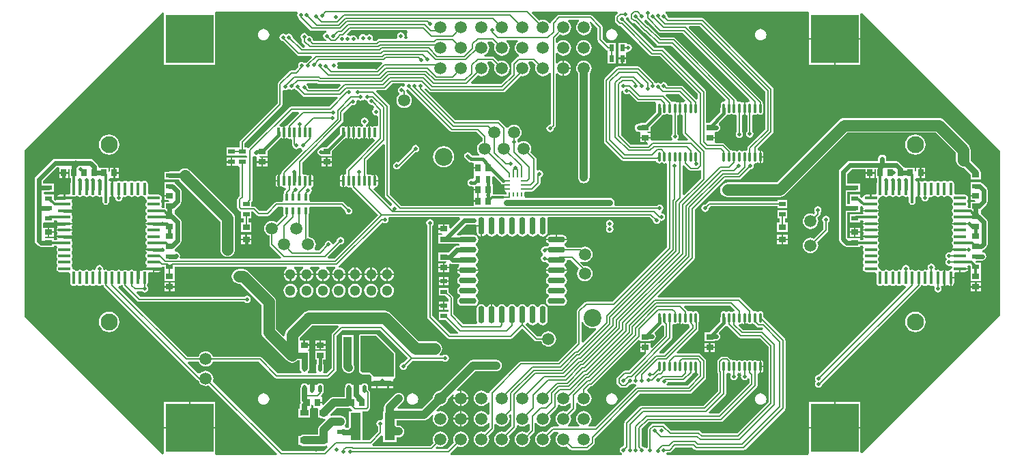
<source format=gtl>
G04 Layer_Physical_Order=1*
G04 Layer_Color=255*
%FSLAX44Y44*%
%MOMM*%
G71*
G01*
G75*
%ADD10R,0.9000X0.7000*%
%ADD11R,0.7000X0.9000*%
%ADD12R,0.9000X0.8000*%
%ADD13R,0.8500X0.6000*%
%ADD14R,0.6000X0.8500*%
%ADD15O,0.4000X0.9000*%
%ADD16C,1.5000*%
%ADD17O,0.4000X1.6000*%
%ADD18O,0.4000X2.6000*%
%ADD19O,1.6000X0.4000*%
%ADD20O,0.7600X2.2000*%
%ADD21O,2.2000X0.7600*%
%ADD22R,1.0000X2.7000*%
%ADD23O,0.5500X1.0000*%
%ADD24R,1.3000X3.4000*%
%ADD25R,1.0000X0.7000*%
%ADD26O,0.3500X1.2000*%
%ADD27O,0.4000X1.2000*%
%ADD28O,0.5500X0.2500*%
%ADD29O,0.2500X0.5500*%
%ADD30C,0.2000*%
%ADD31C,0.6000*%
%ADD32C,0.3000*%
%ADD33C,1.4000*%
%ADD34C,1.0000*%
%ADD35C,0.4000*%
%ADD36C,0.7000*%
%ADD37C,0.8000*%
%ADD38C,2.1000*%
%ADD39C,2.2000*%
%ADD40R,6.0000X6.0000*%
%ADD41C,1.3000*%
%ADD42C,0.5000*%
G36*
X480176Y529981D02*
X479462Y528258D01*
X479219Y526410D01*
X479462Y524562D01*
X480085Y523059D01*
X479773Y522219D01*
X479038Y521085D01*
X477153Y521117D01*
X476115Y523059D01*
X476239Y523244D01*
X476588Y525000D01*
X476239Y526756D01*
X475244Y528244D01*
X473756Y529239D01*
X472000Y529588D01*
X470244Y529239D01*
X468756Y528244D01*
X467761Y526756D01*
X467412Y525000D01*
X467761Y523244D01*
X467885Y523059D01*
X466816Y521059D01*
X445002D01*
X445002Y521059D01*
X443831Y520826D01*
X442839Y520163D01*
X441234Y518558D01*
X438100D01*
X436992Y520489D01*
X437002Y520558D01*
X437338Y522250D01*
X436989Y524006D01*
X435994Y525494D01*
X434506Y526489D01*
X432750Y526838D01*
X430994Y526489D01*
X429982Y525813D01*
X427994Y525744D01*
X426506Y526739D01*
X424750Y527088D01*
X422994Y526739D01*
X421506Y525744D01*
X420511Y524256D01*
X420162Y522500D01*
X420252Y522048D01*
X418988Y520190D01*
X417588Y520999D01*
X417239Y522755D01*
X416244Y524243D01*
X414756Y525238D01*
X413000Y525587D01*
X411244Y525238D01*
X410968Y525053D01*
X409244Y524244D01*
X407756Y525239D01*
X406123Y525564D01*
X405799Y526060D01*
X405199Y527468D01*
X409673Y531941D01*
X479159D01*
X480176Y529981D01*
D02*
G37*
G36*
X617444Y517941D02*
X615924Y516776D01*
X614402Y514791D01*
X613445Y512480D01*
X613118Y510000D01*
X613445Y507520D01*
X614402Y505209D01*
X615924Y503225D01*
X617853Y501745D01*
X617911Y501691D01*
X618311Y499371D01*
X618000Y499059D01*
X616829Y498826D01*
X615837Y498163D01*
X615837Y498163D01*
X609837Y492163D01*
X609174Y491171D01*
X608941Y490000D01*
X608941Y490000D01*
Y477924D01*
X596176Y465159D01*
X559398D01*
X558632Y467007D01*
X567688Y476062D01*
X569420Y475345D01*
X571900Y475018D01*
X574380Y475345D01*
X576691Y476302D01*
X578675Y477825D01*
X580198Y479809D01*
X581156Y482120D01*
X581482Y484600D01*
X581156Y487080D01*
X580198Y489391D01*
X579009Y490941D01*
X579485Y492407D01*
X579905Y492941D01*
X584633D01*
X588762Y488812D01*
X588045Y487080D01*
X587718Y484600D01*
X588045Y482120D01*
X589002Y479809D01*
X590524Y477825D01*
X592509Y476302D01*
X594820Y475345D01*
X597300Y475018D01*
X599780Y475345D01*
X602091Y476302D01*
X604075Y477825D01*
X605598Y479809D01*
X606555Y482120D01*
X606882Y484600D01*
X606555Y487080D01*
X605598Y489391D01*
X604075Y491376D01*
X602091Y492898D01*
X599780Y493856D01*
X597300Y494182D01*
X594820Y493856D01*
X593088Y493138D01*
X588063Y498163D01*
X587071Y498826D01*
X585900Y499059D01*
X585900Y499059D01*
X575536D01*
X575139Y501059D01*
X576691Y501702D01*
X578675Y503225D01*
X580198Y505209D01*
X581156Y507520D01*
X581482Y510000D01*
X581156Y512480D01*
X580198Y514791D01*
X579316Y515941D01*
X580302Y517941D01*
X585033D01*
X588762Y514212D01*
X588045Y512480D01*
X587718Y510000D01*
X588045Y507520D01*
X589002Y505209D01*
X590524Y503225D01*
X592509Y501702D01*
X594820Y500745D01*
X597300Y500418D01*
X599780Y500745D01*
X602091Y501702D01*
X604075Y503225D01*
X605598Y505209D01*
X606555Y507520D01*
X606882Y510000D01*
X606555Y512480D01*
X605598Y514791D01*
X604075Y516776D01*
X602556Y517941D01*
X603098Y519941D01*
X616902D01*
X617444Y517941D01*
D02*
G37*
G36*
X739846Y555000D02*
X740674Y553000D01*
X738337Y550663D01*
X737674Y549670D01*
X737441Y548500D01*
X737441Y548500D01*
Y543722D01*
X737441Y543722D01*
X737674Y542551D01*
X738337Y541559D01*
X741559Y538337D01*
X741559Y538337D01*
X742551Y537674D01*
X743722Y537441D01*
X743722Y537441D01*
X744576D01*
X781180Y500837D01*
X781180Y500837D01*
X782173Y500174D01*
X783343Y499941D01*
X783343Y499941D01*
X793076D01*
X840441Y452576D01*
Y446713D01*
X838441Y445885D01*
X822163Y462163D01*
X821171Y462826D01*
X820000Y463059D01*
X820000Y463059D01*
X802621D01*
X802587Y463101D01*
X802237Y464857D01*
X801243Y466345D01*
X799754Y467340D01*
X797998Y467689D01*
X796243Y467340D01*
X794754Y466345D01*
X794134Y465418D01*
X792754Y466340D01*
X790998Y466689D01*
X789243Y466340D01*
X788725Y465994D01*
X786832Y467135D01*
X786824Y467172D01*
X786161Y468164D01*
X786161Y468164D01*
X768163Y486163D01*
X767171Y486826D01*
X766000Y487059D01*
X766000Y487059D01*
X741000D01*
X741000Y487059D01*
X739829Y486826D01*
X738837Y486163D01*
X738837Y486163D01*
X724837Y472163D01*
X724174Y471171D01*
X723941Y470000D01*
X723941Y470000D01*
Y394000D01*
X723941Y394000D01*
X724174Y392830D01*
X724837Y391837D01*
X745837Y370837D01*
X746830Y370174D01*
X748000Y369941D01*
X788538D01*
X788718Y369037D01*
X789546Y367796D01*
X790787Y366968D01*
X792250Y366677D01*
X793713Y366968D01*
X794954Y367796D01*
X796046D01*
X797287Y366968D01*
X798750Y366677D01*
X800213Y366968D01*
X802191Y365884D01*
Y262710D01*
X734540Y195059D01*
X702000D01*
X702000Y195059D01*
X700829Y194826D01*
X699837Y194163D01*
X699837Y194163D01*
X690837Y185163D01*
X690174Y184170D01*
X689941Y183000D01*
X689941Y183000D01*
Y144267D01*
X666733Y121059D01*
X621000D01*
X619829Y120826D01*
X618837Y120163D01*
X618837Y120163D01*
X582837Y84163D01*
X582174Y83170D01*
X581941Y82000D01*
X581565Y81605D01*
X579058Y81677D01*
X578675Y82176D01*
X576691Y83698D01*
X574380Y84656D01*
X571900Y84982D01*
X569420Y84656D01*
X567109Y83698D01*
X565125Y82176D01*
X563602Y80191D01*
X562645Y77880D01*
X562318Y75400D01*
X562645Y72920D01*
X563602Y70609D01*
X565125Y68625D01*
X567109Y67102D01*
X569420Y66144D01*
X571900Y65818D01*
X574380Y66144D01*
X576691Y67102D01*
X578675Y68625D01*
X579941Y70274D01*
X581266Y70076D01*
X581941Y69739D01*
Y55661D01*
X581266Y55324D01*
X579941Y55126D01*
X578675Y56775D01*
X576691Y58298D01*
X574380Y59255D01*
X571900Y59582D01*
X569420Y59255D01*
X567109Y58298D01*
X565125Y56775D01*
X563602Y54791D01*
X562645Y52480D01*
X562318Y50000D01*
X562645Y47520D01*
X563602Y45209D01*
X565125Y43225D01*
X567109Y41702D01*
X569420Y40745D01*
X571900Y40418D01*
X574380Y40745D01*
X576691Y41702D01*
X578675Y43225D01*
X579941Y44874D01*
X581266Y44676D01*
X581941Y44339D01*
Y38967D01*
X576112Y33138D01*
X574380Y33856D01*
X571900Y34182D01*
X569420Y33856D01*
X567109Y32898D01*
X565125Y31376D01*
X563602Y29391D01*
X562645Y27080D01*
X562318Y24600D01*
X562645Y22120D01*
X563602Y19809D01*
X565125Y17825D01*
X567109Y16302D01*
X569420Y15345D01*
X571900Y15018D01*
X574380Y15345D01*
X576691Y16302D01*
X578675Y17825D01*
X580198Y19809D01*
X581156Y22120D01*
X581482Y24600D01*
X581156Y27080D01*
X580438Y28812D01*
X587163Y35537D01*
X587163Y35537D01*
X587826Y36530D01*
X588059Y37700D01*
X588059Y37700D01*
Y43153D01*
X590059Y43832D01*
X590524Y43225D01*
X592509Y41702D01*
X594820Y40745D01*
X597300Y40418D01*
X599780Y40745D01*
X602091Y41702D01*
X604075Y43225D01*
X605598Y45209D01*
X606555Y47520D01*
X606882Y50000D01*
X606555Y52480D01*
X605838Y54212D01*
X607294Y55668D01*
X609141Y54902D01*
Y40767D01*
X601512Y33138D01*
X599780Y33856D01*
X597300Y34182D01*
X594820Y33856D01*
X592509Y32898D01*
X590524Y31376D01*
X589002Y29391D01*
X588045Y27080D01*
X587718Y24600D01*
X588045Y22120D01*
X589002Y19809D01*
X590524Y17825D01*
X592509Y16302D01*
X594820Y15345D01*
X597300Y15018D01*
X599780Y15345D01*
X602091Y16302D01*
X604075Y17825D01*
X605598Y19809D01*
X606555Y22120D01*
X606882Y24600D01*
X606555Y27080D01*
X605838Y28812D01*
X614363Y37337D01*
X614363Y37337D01*
X615026Y38329D01*
X615259Y39500D01*
Y41214D01*
X617259Y42201D01*
X617909Y41702D01*
X620220Y40745D01*
X622700Y40418D01*
X625180Y40745D01*
X627491Y41702D01*
X629475Y43225D01*
X629941Y43832D01*
X631941Y43153D01*
Y36267D01*
X628103Y32429D01*
X627491Y32898D01*
X625180Y33856D01*
X622700Y34182D01*
X620220Y33856D01*
X617909Y32898D01*
X615924Y31376D01*
X614402Y29391D01*
X613445Y27080D01*
X613118Y24600D01*
X613445Y22120D01*
X614402Y19809D01*
X615924Y17825D01*
X617909Y16302D01*
X620220Y15345D01*
X622700Y15018D01*
X625180Y15345D01*
X627491Y16302D01*
X629475Y17825D01*
X630998Y19809D01*
X631955Y22120D01*
X632282Y24600D01*
X631955Y27080D01*
X631794Y27469D01*
X637163Y32837D01*
X637163Y32837D01*
X637826Y33829D01*
X638059Y35000D01*
Y44339D01*
X638734Y44676D01*
X640059Y44874D01*
X641324Y43225D01*
X643309Y41702D01*
X645620Y40745D01*
X648100Y40418D01*
X650580Y40745D01*
X652891Y41702D01*
X654875Y43225D01*
X656398Y45209D01*
X657355Y47520D01*
X657682Y50000D01*
X657355Y52480D01*
X656638Y54212D01*
X665163Y62737D01*
X665163Y62737D01*
X665826Y63729D01*
X666059Y64900D01*
Y66614D01*
X668059Y67601D01*
X668709Y67102D01*
X671020Y66144D01*
X673500Y65818D01*
X675980Y66144D01*
X678291Y67102D01*
X680275Y68625D01*
X680941Y69492D01*
X682941Y68813D01*
Y63767D01*
X677712Y58538D01*
X675980Y59255D01*
X673500Y59582D01*
X671020Y59255D01*
X668709Y58298D01*
X666724Y56775D01*
X665202Y54791D01*
X664245Y52480D01*
X663918Y50000D01*
X664245Y47520D01*
X665202Y45209D01*
X666724Y43225D01*
X668244Y42059D01*
X667702Y40059D01*
X660500D01*
X660500Y40059D01*
X659330Y39826D01*
X658337Y39163D01*
X658337Y39163D01*
X652312Y33138D01*
X650580Y33856D01*
X648100Y34182D01*
X645620Y33856D01*
X643309Y32898D01*
X641324Y31376D01*
X639802Y29391D01*
X638844Y27080D01*
X638518Y24600D01*
X638844Y22120D01*
X639802Y19809D01*
X641324Y17825D01*
X643309Y16302D01*
X645620Y15345D01*
X648100Y15018D01*
X650580Y15345D01*
X652891Y16302D01*
X654875Y17825D01*
X656398Y19809D01*
X657355Y22120D01*
X657682Y24600D01*
X657355Y27080D01*
X656638Y28812D01*
X661767Y33941D01*
X666783D01*
X667462Y31941D01*
X666724Y31376D01*
X665202Y29391D01*
X664245Y27080D01*
X663918Y24600D01*
X664245Y22120D01*
X665202Y19809D01*
X666724Y17825D01*
X668709Y16302D01*
X671020Y15345D01*
X673500Y15018D01*
X675980Y15345D01*
X677712Y16062D01*
X681837Y11937D01*
X682830Y11274D01*
X684000Y11041D01*
X703249D01*
X703249Y11041D01*
X704420Y11274D01*
X705412Y11937D01*
X711563Y18088D01*
X711563Y18088D01*
X712226Y19080D01*
X712459Y20251D01*
Y25476D01*
X767924Y80941D01*
X830435D01*
X830435Y80941D01*
X831606Y81174D01*
X832598Y81837D01*
X849663Y98902D01*
X849663Y98902D01*
X850326Y99894D01*
X850559Y101065D01*
Y121624D01*
X850326Y122795D01*
X849663Y123787D01*
X843537Y129913D01*
X842545Y130576D01*
X841374Y130809D01*
X841374Y130809D01*
X814748D01*
X813982Y132656D01*
X840163Y158837D01*
X840163Y158837D01*
X840826Y159830D01*
X841059Y161000D01*
X841059Y161000D01*
Y169202D01*
X841282Y169537D01*
X841573Y171000D01*
Y179500D01*
X841282Y180963D01*
X840454Y182204D01*
X839213Y183032D01*
X837750Y183323D01*
X836287Y183032D01*
X835046Y182204D01*
X833954D01*
X832713Y183032D01*
X831250Y183323D01*
X829787Y183032D01*
X829747Y183006D01*
X827741Y183620D01*
X827442Y183871D01*
X826913Y184663D01*
X826913Y184663D01*
X823232Y188344D01*
X823998Y190191D01*
X880619D01*
X885548Y185262D01*
X885449Y184617D01*
X884760Y183222D01*
X883788Y183028D01*
X883455Y182806D01*
X882001Y182365D01*
X880547Y182806D01*
X880214Y183028D01*
X878751Y183319D01*
X877288Y183028D01*
X876047Y182199D01*
X874954D01*
X873714Y183028D01*
X872251Y183319D01*
X870788Y183028D01*
X869547Y182199D01*
X868718Y180959D01*
X868427Y179496D01*
Y176527D01*
X868173Y175246D01*
Y170440D01*
X854732Y157000D01*
X848500D01*
Y146000D01*
X861500D01*
Y146902D01*
X863000D01*
X864951Y147290D01*
X866605Y148395D01*
X867710Y150049D01*
X868098Y152000D01*
X867710Y153951D01*
X866605Y155605D01*
X866449Y157182D01*
X874258Y164990D01*
X876432Y165080D01*
X876846Y164828D01*
X890837Y150837D01*
X890837Y150837D01*
X891829Y150174D01*
X893000Y149941D01*
X917076D01*
X927941Y139076D01*
Y70267D01*
X889133Y31459D01*
X845989D01*
X843285Y34163D01*
X842292Y34826D01*
X841122Y35059D01*
X841122Y35059D01*
X807045D01*
X799441Y42663D01*
X798449Y43326D01*
X797278Y43559D01*
X797278Y43559D01*
X784722D01*
X784722Y43559D01*
X783551Y43326D01*
X782559Y42663D01*
X782559Y42663D01*
X778837Y38941D01*
X778174Y37949D01*
X777941Y36778D01*
X777941Y36778D01*
Y14668D01*
X776735Y13468D01*
X774637Y13656D01*
X774243Y14245D01*
X772754Y15240D01*
X770999Y15589D01*
X770359Y17487D01*
Y37033D01*
X779267Y45941D01*
X869000D01*
X869000Y45941D01*
X870171Y46174D01*
X871163Y46837D01*
X913414Y89088D01*
X913414Y89088D01*
X914077Y90080D01*
X914310Y91251D01*
Y105880D01*
X916288Y106963D01*
X916751Y106871D01*
Y114746D01*
Y122620D01*
X916288Y122528D01*
X915047Y121699D01*
X913954D01*
X912714Y122528D01*
X911251Y122819D01*
X909788Y122528D01*
X908547Y121699D01*
X907454D01*
X906214Y122528D01*
X904751Y122819D01*
X903288Y122528D01*
X902047Y121699D01*
X900954D01*
X899714Y122528D01*
X898251Y122819D01*
X896788Y122528D01*
X895547Y121699D01*
X894454D01*
X893214Y122528D01*
X891751Y122819D01*
X890288Y122528D01*
X889047Y121699D01*
X887954D01*
X886714Y122528D01*
X885251Y122819D01*
X883788Y122528D01*
X883617Y122414D01*
X883165Y122416D01*
X881199Y122994D01*
X881182Y123010D01*
X880914Y123412D01*
X878417Y125909D01*
X877425Y126572D01*
X876254Y126805D01*
X876254Y126805D01*
X870284D01*
X870283Y126805D01*
X869113Y126572D01*
X868120Y125909D01*
X865338Y123126D01*
X864675Y122134D01*
X864442Y120963D01*
X864442Y120963D01*
Y108528D01*
X864442Y108528D01*
X864675Y107358D01*
X865192Y106584D01*
Y84175D01*
X847076Y66059D01*
X770343D01*
X770343Y66059D01*
X769173Y65826D01*
X768180Y65163D01*
X749837Y46820D01*
X749174Y45827D01*
X748941Y44657D01*
X748941Y44657D01*
Y17284D01*
X748000Y15588D01*
X746244Y15239D01*
X744756Y14244D01*
X743761Y12756D01*
X743412Y11000D01*
X743761Y9244D01*
X744756Y7756D01*
X745887Y7000D01*
X745663Y5278D01*
X745554Y5000D01*
X533913Y5000D01*
X533305Y6315D01*
X533226Y7000D01*
X542288Y16062D01*
X544020Y15345D01*
X546500Y15018D01*
X548980Y15345D01*
X551291Y16302D01*
X553275Y17825D01*
X554798Y19809D01*
X555756Y22120D01*
X556082Y24600D01*
X555756Y27080D01*
X554798Y29391D01*
X553275Y31376D01*
X551291Y32898D01*
X548980Y33856D01*
X546500Y34182D01*
X544020Y33856D01*
X541709Y32898D01*
X539725Y31376D01*
X538202Y29391D01*
X537244Y27080D01*
X536918Y24600D01*
X537244Y22120D01*
X537962Y20388D01*
X529633Y12059D01*
X515498D01*
X514732Y13907D01*
X516888Y16062D01*
X518620Y15345D01*
X521100Y15018D01*
X523580Y15345D01*
X525891Y16302D01*
X527875Y17825D01*
X529398Y19809D01*
X530355Y22120D01*
X530682Y24600D01*
X530355Y27080D01*
X529398Y29391D01*
X527875Y31376D01*
X525891Y32898D01*
X523580Y33856D01*
X521100Y34182D01*
X518620Y33856D01*
X516309Y32898D01*
X514324Y31376D01*
X512802Y29391D01*
X511844Y27080D01*
X511518Y24600D01*
X511844Y22120D01*
X512562Y20388D01*
X508233Y16059D01*
X437179D01*
X436606Y17146D01*
X436463Y18059D01*
X447500Y29096D01*
X449500Y28268D01*
Y21000D01*
X466500D01*
Y26940D01*
X469000D01*
X470827Y27180D01*
X472530Y27885D01*
X473992Y29008D01*
X475115Y30470D01*
X475820Y32173D01*
X476060Y34000D01*
X475820Y35827D01*
X475115Y37530D01*
X473992Y38993D01*
X472530Y40114D01*
X470827Y40820D01*
X469000Y41060D01*
X466925D01*
X466500Y41485D01*
Y47940D01*
X500700D01*
X502527Y48180D01*
X504230Y48885D01*
X505692Y50008D01*
X510751Y55066D01*
X512447Y53933D01*
X511844Y52480D01*
X511518Y50000D01*
X511844Y47520D01*
X512802Y45209D01*
X514324Y43225D01*
X516309Y41702D01*
X518620Y40745D01*
X521100Y40418D01*
X523580Y40745D01*
X525891Y41702D01*
X527875Y43225D01*
X529398Y45209D01*
X530355Y47520D01*
X530682Y50000D01*
X530355Y52480D01*
X529398Y54791D01*
X527875Y56775D01*
X525891Y58298D01*
X523580Y59255D01*
X521100Y59582D01*
X518620Y59255D01*
X517167Y58653D01*
X516034Y60349D01*
X521564Y65879D01*
X523580Y66144D01*
X525891Y67102D01*
X527875Y68625D01*
X529398Y70609D01*
X530355Y72920D01*
X530621Y74936D01*
X536151Y80466D01*
X537846Y79333D01*
X537244Y77880D01*
X537050Y76400D01*
X545500D01*
Y84850D01*
X544020Y84656D01*
X542567Y84053D01*
X541434Y85749D01*
X564624Y108940D01*
X590000D01*
X591827Y109180D01*
X593530Y109886D01*
X594992Y111008D01*
X596115Y112470D01*
X596820Y114173D01*
X597060Y116000D01*
X596820Y117827D01*
X596115Y119530D01*
X594992Y120992D01*
X593530Y122114D01*
X591827Y122820D01*
X590000Y123060D01*
X561700D01*
X559873Y122820D01*
X558170Y122114D01*
X556707Y120992D01*
X520636Y84921D01*
X518620Y84656D01*
X516309Y83698D01*
X514324Y82176D01*
X512802Y80191D01*
X511844Y77880D01*
X511579Y75864D01*
X497775Y62060D01*
X468658D01*
X467893Y63908D01*
X473992Y70008D01*
X475114Y71470D01*
X475820Y73173D01*
X476060Y75000D01*
X475820Y76827D01*
X475114Y78530D01*
X473992Y79992D01*
X472530Y81114D01*
X470827Y81820D01*
X469000Y82060D01*
X467173Y81820D01*
X465470Y81114D01*
X464008Y79992D01*
X453008Y68993D01*
X451886Y67530D01*
X451180Y65827D01*
X450940Y64000D01*
Y59000D01*
X449500D01*
Y49479D01*
X448104Y48487D01*
X447500Y48290D01*
X446000Y48588D01*
X444244Y48239D01*
X442756Y47244D01*
X441761Y45756D01*
X441412Y44000D01*
X441761Y42244D01*
X442756Y40756D01*
X443641Y40164D01*
Y33889D01*
X432811Y23059D01*
X424500D01*
Y58941D01*
X429000D01*
X429000Y58941D01*
X430171Y59174D01*
X431163Y59837D01*
X433163Y61837D01*
X433826Y62829D01*
X434059Y64000D01*
Y82250D01*
X434059Y82250D01*
X433826Y83420D01*
X433163Y84413D01*
X431343Y86233D01*
Y89000D01*
X430974Y90853D01*
X429925Y92425D01*
X428353Y93474D01*
X426500Y93843D01*
X424647Y93474D01*
X423075Y92425D01*
X422953Y92241D01*
X420547D01*
X420424Y92425D01*
X418853Y93474D01*
X418000Y93644D01*
Y86750D01*
X416000D01*
Y93644D01*
X415147Y93474D01*
X413575Y92425D01*
X413453Y92241D01*
X411047D01*
X410924Y92425D01*
X409353Y93474D01*
X407500Y93843D01*
X405647Y93474D01*
X404075Y92425D01*
X403026Y90853D01*
X402771Y89572D01*
X402319Y88896D01*
X401892Y86750D01*
Y77060D01*
X389000D01*
X387173Y76820D01*
X385470Y76115D01*
X384008Y74992D01*
X375848Y66833D01*
X374000Y67598D01*
Y69000D01*
X368500D01*
Y71000D01*
X374000D01*
Y76500D01*
X373654D01*
X372826Y78500D01*
X373663Y79337D01*
X373663Y79337D01*
X374326Y80330D01*
X374405Y80729D01*
X374925Y81075D01*
X375974Y82647D01*
X376343Y84500D01*
Y89000D01*
X375974Y90853D01*
X374925Y92425D01*
X373353Y93474D01*
X371500Y93843D01*
X369647Y93474D01*
X368075Y92425D01*
X367953Y92241D01*
X365547D01*
X365425Y92425D01*
X363853Y93474D01*
X363000Y93644D01*
Y86750D01*
X361000D01*
Y93644D01*
X360147Y93474D01*
X358576Y92425D01*
X358453Y92241D01*
X356047D01*
X355925Y92425D01*
X354353Y93474D01*
X352500Y93843D01*
X350647Y93474D01*
X349076Y92425D01*
X348026Y90853D01*
X347771Y89572D01*
X347319Y88896D01*
X346892Y86750D01*
Y73000D01*
X347319Y70854D01*
X347807Y70124D01*
X346819Y68646D01*
X346392Y66500D01*
Y62500D01*
X345000D01*
Y51500D01*
X351458D01*
X352000Y51392D01*
X352542Y51500D01*
X359000D01*
Y62500D01*
X360586Y63500D01*
X361000D01*
Y67449D01*
X361000Y67449D01*
X363000Y66562D01*
Y63500D01*
X367414D01*
X369000Y62500D01*
Y57459D01*
X368940Y57000D01*
X369000Y56541D01*
Y51500D01*
X371669D01*
X372470Y50886D01*
X374173Y50180D01*
X376000Y49940D01*
X377297Y50110D01*
X378302Y48495D01*
X378348Y48332D01*
X371008Y40992D01*
X369885Y39530D01*
X369180Y37827D01*
X368940Y36000D01*
Y30060D01*
X352000D01*
X350173Y29820D01*
X348470Y29114D01*
X347669Y28500D01*
X345000D01*
Y23459D01*
X344940Y23000D01*
X345000Y22541D01*
Y17500D01*
X347669D01*
X348470Y16885D01*
X350173Y16180D01*
X352000Y15940D01*
X376000D01*
X377827Y16180D01*
X379530Y16885D01*
X380511Y16665D01*
X381146Y14472D01*
X376133Y9459D01*
X324867D01*
X238538Y95788D01*
X239256Y97520D01*
X239582Y100000D01*
X239256Y102480D01*
X238298Y104791D01*
X236775Y106776D01*
X234791Y108298D01*
X232480Y109256D01*
X230000Y109582D01*
X227520Y109256D01*
X225209Y108298D01*
X223225Y106776D01*
X222857Y106297D01*
X220203Y106123D01*
X207384Y118941D01*
X208213Y120941D01*
X220984D01*
X221702Y119209D01*
X223225Y117225D01*
X225209Y115702D01*
X227520Y114745D01*
X230000Y114418D01*
X232480Y114745D01*
X234791Y115702D01*
X236775Y117225D01*
X238298Y119209D01*
X239016Y120941D01*
X295733D01*
X315837Y100837D01*
X316829Y100174D01*
X318000Y99941D01*
X381000D01*
X381000Y99941D01*
X382170Y100174D01*
X383163Y100837D01*
X391163Y108837D01*
X391826Y109830D01*
X392059Y111000D01*
Y152733D01*
X399267Y159941D01*
X445733D01*
X480674Y125000D01*
X475219Y119545D01*
X475000Y119588D01*
X473244Y119239D01*
X471756Y118244D01*
X470761Y116756D01*
X470412Y115000D01*
X470761Y113244D01*
X471756Y111756D01*
X473244Y110761D01*
X475000Y110412D01*
X476756Y110761D01*
X478244Y111756D01*
X479239Y113244D01*
X479588Y115000D01*
X479545Y115219D01*
X486267Y121941D01*
X523632D01*
X523756Y121756D01*
X525244Y120761D01*
X527000Y120412D01*
X528756Y120761D01*
X530244Y121756D01*
X531239Y123244D01*
X531588Y125000D01*
X531239Y126756D01*
X530244Y128244D01*
X528756Y129239D01*
X527000Y129588D01*
X525244Y129239D01*
X523756Y128244D01*
X523632Y128059D01*
X520417D01*
X519738Y130059D01*
X520419Y130581D01*
X521861Y132461D01*
X522768Y134650D01*
X523078Y137000D01*
X522768Y139349D01*
X521861Y141539D01*
X520419Y143419D01*
X518539Y144861D01*
X516349Y145768D01*
X514000Y146078D01*
X493760D01*
X458419Y181419D01*
X456539Y182861D01*
X454349Y183768D01*
X452000Y184078D01*
X357838D01*
X355488Y183768D01*
X353299Y182861D01*
X351419Y181419D01*
X330581Y160581D01*
X329139Y158701D01*
X328232Y156512D01*
X327922Y154162D01*
Y153028D01*
X326075Y152263D01*
X317078Y161260D01*
Y195000D01*
X316768Y197349D01*
X315861Y199539D01*
X314419Y201419D01*
X282919Y232919D01*
X281039Y234361D01*
X278850Y235268D01*
X276500Y235578D01*
X271000D01*
X268650Y235268D01*
X266461Y234361D01*
X264581Y232919D01*
X263139Y231039D01*
X262232Y228850D01*
X261922Y226500D01*
X262232Y224151D01*
X263139Y221961D01*
X264581Y220081D01*
X266461Y218639D01*
X268650Y217732D01*
X271000Y217422D01*
X272740D01*
X298922Y191240D01*
Y157500D01*
X299232Y155150D01*
X300138Y152961D01*
X301581Y151081D01*
X330581Y122081D01*
X332461Y120639D01*
X334650Y119732D01*
X337000Y119422D01*
X339350Y119732D01*
X341539Y120639D01*
X343419Y122081D01*
X343650Y122382D01*
X346382D01*
Y113250D01*
X346848Y110909D01*
X348026Y109147D01*
X348026Y109147D01*
X348753Y108059D01*
X348149Y106414D01*
X347867Y106059D01*
X319267D01*
X299163Y126163D01*
X298171Y126826D01*
X297000Y127059D01*
X297000Y127059D01*
X239016D01*
X238298Y128791D01*
X236775Y130775D01*
X234791Y132298D01*
X232480Y133256D01*
X230000Y133582D01*
X227520Y133256D01*
X225209Y132298D01*
X223225Y130775D01*
X221702Y128791D01*
X220984Y127059D01*
X207267D01*
X121615Y212711D01*
X121788Y213590D01*
X122402Y214752D01*
X123561Y214982D01*
X124884Y215866D01*
X125124Y215897D01*
X126941Y215345D01*
Y215343D01*
X126941Y215343D01*
X127174Y214173D01*
X127837Y213180D01*
X145180Y195837D01*
X146173Y195174D01*
X147343Y194941D01*
X147343Y194941D01*
X277632D01*
X277756Y194756D01*
X279244Y193761D01*
X281000Y193412D01*
X282756Y193761D01*
X284244Y194756D01*
X285239Y196244D01*
X285588Y198000D01*
X285239Y199756D01*
X284244Y201244D01*
X282756Y202239D01*
X281000Y202588D01*
X279244Y202239D01*
X277756Y201244D01*
X277632Y201059D01*
X148610D01*
X143728Y205941D01*
X144556Y207941D01*
X150632D01*
X150756Y207756D01*
X152244Y206761D01*
X154000Y206412D01*
X155756Y206761D01*
X157244Y207756D01*
X158239Y209244D01*
X158588Y211000D01*
X158239Y212756D01*
X157244Y214244D01*
X157132Y216238D01*
X157768Y217189D01*
X158078Y218750D01*
Y230116D01*
X158789Y231211D01*
X159885Y231922D01*
X164250D01*
Y236000D01*
X165250D01*
Y237000D01*
X175554D01*
X176603Y238378D01*
X176727Y238441D01*
X178750D01*
Y233500D01*
X178750D01*
X178500Y232000D01*
X178500Y232000D01*
X178500Y231604D01*
Y221000D01*
X191500D01*
Y231604D01*
X191500Y232000D01*
X191500Y232000D01*
X191250Y233500D01*
X191250D01*
Y238441D01*
X330355D01*
X330753Y236441D01*
X330713Y236425D01*
X328938Y235062D01*
X327575Y233287D01*
X326719Y231219D01*
X326558Y230000D01*
X343442D01*
X343281Y231219D01*
X342425Y233287D01*
X341062Y235062D01*
X339287Y236425D01*
X339247Y236441D01*
X339645Y238441D01*
X350355D01*
X350753Y236441D01*
X350713Y236425D01*
X348938Y235062D01*
X347575Y233287D01*
X346719Y231219D01*
X346558Y230000D01*
X363442D01*
X363281Y231219D01*
X362425Y233287D01*
X361062Y235062D01*
X359287Y236425D01*
X359247Y236441D01*
X359645Y238441D01*
X370355D01*
X370753Y236441D01*
X370713Y236425D01*
X368938Y235062D01*
X367575Y233287D01*
X366719Y231219D01*
X366558Y230000D01*
X383442D01*
X383281Y231219D01*
X382425Y233287D01*
X381062Y235062D01*
X379287Y236425D01*
X379247Y236441D01*
X379645Y238441D01*
X390355D01*
X390753Y236441D01*
X390713Y236425D01*
X388938Y235062D01*
X387575Y233287D01*
X386719Y231219D01*
X386558Y230000D01*
X403442D01*
X403281Y231219D01*
X402425Y233287D01*
X401062Y235062D01*
X399287Y236425D01*
X397219Y237281D01*
X395234Y237543D01*
X394678Y238512D01*
X394509Y239526D01*
X448740Y293757D01*
X448756Y293756D01*
X450244Y292761D01*
X452000Y292412D01*
X453756Y292761D01*
X455244Y293756D01*
X456239Y295244D01*
X456588Y297000D01*
X456401Y297941D01*
X457669Y299941D01*
X544474D01*
X545303Y297941D01*
X533348Y285986D01*
X531500Y286752D01*
Y291000D01*
X526000D01*
Y285500D01*
X525000D01*
Y284500D01*
X518500D01*
Y280000D01*
X522343D01*
X523412Y278000D01*
X523412Y278000D01*
X518500D01*
Y267000D01*
X531500D01*
Y267002D01*
X543400D01*
X544162Y265750D01*
X543400Y264498D01*
X541400D01*
X539449Y264110D01*
X537795Y263005D01*
X530790Y256000D01*
X518500D01*
Y245000D01*
X528626D01*
X528626Y245000D01*
X527557Y243000D01*
X526000D01*
Y238500D01*
X531500D01*
Y241558D01*
X533500Y242558D01*
X534349Y241990D01*
X536300Y241602D01*
X543998D01*
X544430Y240983D01*
X543951Y238404D01*
X543618Y238182D01*
X542337Y236263D01*
X542085Y235000D01*
X555000D01*
X567915D01*
X567663Y236263D01*
X566382Y238182D01*
X564770Y239258D01*
X564601Y240350D01*
X564770Y241442D01*
X566382Y242519D01*
X567663Y244437D01*
X568114Y246700D01*
X567663Y248963D01*
X566382Y250882D01*
X564770Y251959D01*
X564601Y253050D01*
X564770Y254142D01*
X566382Y255219D01*
X567663Y257137D01*
X568114Y259400D01*
X567663Y261663D01*
X566382Y263582D01*
X564770Y264659D01*
X564601Y265750D01*
X564770Y266842D01*
X566382Y267918D01*
X567663Y269837D01*
X568114Y272100D01*
X567663Y274363D01*
X566382Y276282D01*
X564463Y277564D01*
X562200Y278014D01*
X547800D01*
X545537Y277564D01*
X544990Y277198D01*
X541592D01*
X540826Y279046D01*
X552683Y290902D01*
X562000D01*
X563951Y291290D01*
X563986Y291314D01*
X565986Y290245D01*
Y290000D01*
X571900D01*
Y289000D01*
X572900D01*
Y276085D01*
X574163Y276337D01*
X576082Y277619D01*
X577158Y279230D01*
X578250Y279399D01*
X579342Y279230D01*
X580418Y277619D01*
X582337Y276337D01*
X584600Y275886D01*
X586863Y276337D01*
X588782Y277619D01*
X589858Y279230D01*
X590950Y279399D01*
X592042Y279230D01*
X593118Y277619D01*
X595037Y276337D01*
X597300Y275886D01*
X599563Y276337D01*
X601482Y277619D01*
X602558Y279230D01*
X603650Y279399D01*
X604742Y279230D01*
X605818Y277619D01*
X607737Y276337D01*
X610000Y275886D01*
X612263Y276337D01*
X614182Y277619D01*
X615258Y279230D01*
X616350Y279399D01*
X617442Y279230D01*
X618518Y277619D01*
X620437Y276337D01*
X622700Y275886D01*
X624963Y276337D01*
X626882Y277619D01*
X627958Y279230D01*
X629050Y279399D01*
X630142Y279230D01*
X631218Y277619D01*
X633137Y276337D01*
X635400Y275886D01*
X637663Y276337D01*
X639582Y277619D01*
X640658Y279230D01*
X641750Y279399D01*
X642842Y279230D01*
X643918Y277619D01*
X645837Y276337D01*
X648100Y275886D01*
X650363Y276337D01*
X652282Y277619D01*
X653564Y279537D01*
X654014Y281800D01*
Y296200D01*
X653667Y297941D01*
X654798Y299941D01*
X780733D01*
X784455Y296219D01*
X784412Y296000D01*
X784761Y294244D01*
X785756Y292756D01*
X787244Y291761D01*
X789000Y291412D01*
X790756Y291761D01*
X792244Y292756D01*
X793239Y294244D01*
X793529Y295704D01*
X795000Y295412D01*
X796756Y295761D01*
X798244Y296756D01*
X799239Y298244D01*
X799588Y300000D01*
X799239Y301756D01*
X798244Y303244D01*
X796756Y304239D01*
X795000Y304588D01*
X794936Y304575D01*
X794810Y304733D01*
X794798Y305182D01*
X795404Y307194D01*
X796244Y307756D01*
X797239Y309244D01*
X797588Y311000D01*
X797239Y312756D01*
X796244Y314244D01*
X794756Y315239D01*
X793000Y315588D01*
X791244Y315239D01*
X789756Y314244D01*
X789632Y314059D01*
X737805D01*
X736731Y316059D01*
X737118Y318000D01*
X736652Y320341D01*
X735326Y322326D01*
X733341Y323652D01*
X731000Y324118D01*
X626055D01*
X625656Y324482D01*
X624688Y326118D01*
X624814Y326750D01*
Y329750D01*
X624785Y330620D01*
X626042Y331822D01*
X626262Y331941D01*
X634000D01*
X634000Y331941D01*
X635171Y332174D01*
X636163Y332837D01*
X644163Y340837D01*
X644826Y341829D01*
X645059Y343000D01*
Y349622D01*
X645756Y349761D01*
X647244Y350756D01*
X648239Y352244D01*
X648588Y354000D01*
X648239Y355756D01*
X647244Y357244D01*
X645756Y358239D01*
X644000Y358588D01*
X642244Y358239D01*
X642059Y358115D01*
X640059Y359184D01*
Y372000D01*
X640059Y372000D01*
X639826Y373171D01*
X639163Y374163D01*
X639163Y374163D01*
X632538Y380788D01*
X633256Y382520D01*
X633582Y385000D01*
X633256Y387480D01*
X632298Y389791D01*
X630775Y391776D01*
X628791Y393298D01*
X626480Y394256D01*
X624000Y394582D01*
X621520Y394256D01*
X619209Y393298D01*
X618518Y392768D01*
X618167Y392810D01*
X616449Y393701D01*
X616239Y394756D01*
X616213Y394795D01*
X616791Y396702D01*
X618775Y398225D01*
X620298Y400209D01*
X621255Y402520D01*
X621582Y405000D01*
X621255Y407480D01*
X620298Y409791D01*
X618775Y411776D01*
X616791Y413298D01*
X614480Y414256D01*
X612000Y414582D01*
X609520Y414256D01*
X607209Y413298D01*
X605225Y411776D01*
X604844Y411279D01*
X604142Y411241D01*
X602553Y411579D01*
X602163Y412163D01*
X602163Y412163D01*
X595163Y419163D01*
X594170Y419826D01*
X593000Y420059D01*
X593000Y420059D01*
X539803D01*
X501126Y458735D01*
X501208Y459011D01*
X503465Y459582D01*
X507110Y455937D01*
X507110Y455937D01*
X508102Y455274D01*
X509273Y455041D01*
X509273Y455041D01*
X599100D01*
X599100Y455041D01*
X600271Y455274D01*
X601263Y455937D01*
X620618Y475292D01*
X622700Y475018D01*
X625180Y475345D01*
X627491Y476302D01*
X629475Y477825D01*
X630998Y479809D01*
X631955Y482120D01*
X632282Y484600D01*
X631955Y487080D01*
X630998Y489391D01*
X629809Y490941D01*
X630285Y492407D01*
X630705Y492941D01*
X635433D01*
X639562Y488812D01*
X638844Y487080D01*
X638518Y484600D01*
X638844Y482120D01*
X639802Y479809D01*
X641324Y477825D01*
X643309Y476302D01*
X645620Y475345D01*
X648100Y475018D01*
X650580Y475345D01*
X652891Y476302D01*
X654875Y477825D01*
X655941Y479213D01*
X657941Y478535D01*
Y416284D01*
X657000Y414588D01*
X655244Y414239D01*
X653756Y413244D01*
X652761Y411756D01*
X652412Y410000D01*
X652761Y408244D01*
X653756Y406756D01*
X655244Y405761D01*
X657000Y405412D01*
X658756Y405761D01*
X660244Y406756D01*
X661239Y408244D01*
X661588Y410000D01*
X661545Y410219D01*
X663163Y411837D01*
X663163Y411837D01*
X663826Y412829D01*
X664059Y414000D01*
Y478013D01*
X666059Y478692D01*
X666724Y477825D01*
X668709Y476302D01*
X671020Y475345D01*
X672500Y475150D01*
Y484600D01*
Y494050D01*
X671020Y493856D01*
X668709Y492898D01*
X666724Y491376D01*
X666059Y490508D01*
X664059Y491187D01*
Y503413D01*
X666059Y504092D01*
X666724Y503225D01*
X668709Y501702D01*
X671020Y500745D01*
X673500Y500418D01*
X675980Y500745D01*
X678291Y501702D01*
X680275Y503225D01*
X681798Y505209D01*
X682756Y507520D01*
X683082Y510000D01*
X682756Y512480D01*
X681798Y514791D01*
X680275Y516776D01*
X678291Y518298D01*
X675980Y519255D01*
X673500Y519582D01*
X671020Y519255D01*
X668709Y518298D01*
X666724Y516776D01*
X666059Y515908D01*
X664059Y516587D01*
Y521633D01*
X669288Y526862D01*
X671020Y526145D01*
X673500Y525818D01*
X675980Y526145D01*
X678291Y527102D01*
X680275Y528625D01*
X681798Y530609D01*
X682756Y532920D01*
X683082Y535400D01*
X682756Y537880D01*
X681798Y540191D01*
X680275Y542175D01*
X679277Y542941D01*
X679956Y544941D01*
X692444D01*
X693122Y542941D01*
X692124Y542175D01*
X690602Y540191D01*
X689644Y537880D01*
X689318Y535400D01*
X689644Y532920D01*
X690602Y530609D01*
X692124Y528625D01*
X694109Y527102D01*
X696420Y526145D01*
X698900Y525818D01*
X701380Y526145D01*
X703691Y527102D01*
X705675Y528625D01*
X707198Y530609D01*
X708156Y532920D01*
X708482Y535400D01*
X708156Y537880D01*
X707198Y540191D01*
X706261Y541413D01*
X706852Y543500D01*
X706968Y543632D01*
X707029Y543646D01*
X715941Y534733D01*
Y520000D01*
X715941Y520000D01*
X716174Y518829D01*
X716837Y517837D01*
X726837Y507837D01*
X726837Y507837D01*
X727830Y507174D01*
X728500Y507041D01*
Y503750D01*
X728500D01*
Y503250D01*
X728500D01*
Y490750D01*
X738500D01*
Y503250D01*
X738500D01*
Y503750D01*
X738500D01*
Y516250D01*
X728500D01*
Y516250D01*
X727493Y515833D01*
X722059Y521267D01*
Y536000D01*
X721826Y537171D01*
X721163Y538163D01*
X721163Y538163D01*
X709163Y550163D01*
X708170Y550826D01*
X707000Y551059D01*
X707000Y551059D01*
X668000D01*
X666830Y550826D01*
X665837Y550163D01*
X658837Y543163D01*
X658174Y542170D01*
X658007Y541328D01*
X657052Y540905D01*
X655941Y540787D01*
X654875Y542175D01*
X652891Y543698D01*
X650580Y544655D01*
X648100Y544982D01*
X645620Y544655D01*
X643888Y543938D01*
X634674Y553152D01*
X635439Y555000D01*
X739846D01*
D02*
G37*
G36*
X342855Y555000D02*
X343924Y553000D01*
X343761Y552756D01*
X343412Y551000D01*
X343761Y549244D01*
X344756Y547756D01*
X345026Y547575D01*
X345174Y546829D01*
X345837Y545837D01*
X359337Y532337D01*
X360330Y531674D01*
X361500Y531441D01*
X361500Y531441D01*
X379064D01*
X379262Y529441D01*
X378244Y529239D01*
X376756Y528244D01*
X375761Y526756D01*
X375412Y525000D01*
X375761Y523244D01*
X376756Y521756D01*
X378244Y520761D01*
X379267Y520558D01*
X379070Y518558D01*
X363949D01*
X362587Y519999D01*
X362238Y521755D01*
X361244Y523243D01*
X359755Y524238D01*
X357999Y524587D01*
X356530Y524295D01*
X356239Y525756D01*
X355244Y527244D01*
X353756Y528239D01*
X352000Y528588D01*
X350244Y528239D01*
X348756Y527244D01*
X347761Y525756D01*
X347412Y524000D01*
X347761Y522244D01*
X348756Y520756D01*
X348941Y520632D01*
Y518220D01*
X348941Y518220D01*
X349174Y517050D01*
X349837Y516057D01*
X353489Y512406D01*
X352724Y510558D01*
X349878D01*
X337655Y522781D01*
X337698Y523000D01*
X337349Y524756D01*
X336354Y526244D01*
X334866Y527239D01*
X333110Y527588D01*
X331354Y527239D01*
X329866Y526244D01*
X329244D01*
X327756Y527239D01*
X326000Y527588D01*
X324244Y527239D01*
X322756Y526244D01*
X321761Y524756D01*
X321412Y523000D01*
X321761Y521244D01*
X322756Y519756D01*
X324244Y518761D01*
X325494Y518513D01*
X342670Y501336D01*
X342670Y501336D01*
X343662Y500673D01*
X344833Y500440D01*
X344833Y500440D01*
X360723D01*
X361489Y498592D01*
X354914Y492018D01*
X353755Y491243D01*
X351626Y491657D01*
X350756Y492239D01*
X349000Y492588D01*
X347244Y492239D01*
X345756Y491244D01*
X344761Y489756D01*
X344412Y488000D01*
X344750Y486298D01*
X340511Y482059D01*
X336000D01*
X334829Y481826D01*
X333837Y481163D01*
X319837Y467163D01*
X319174Y466171D01*
X318941Y465000D01*
X318941Y465000D01*
Y441267D01*
X272837Y395163D01*
X272174Y394170D01*
X271941Y393000D01*
X271941Y393000D01*
Y386500D01*
X268750D01*
Y386500D01*
X268250D01*
Y386500D01*
X255750D01*
Y376500D01*
X268250D01*
Y376500D01*
X268750D01*
Y376500D01*
X280486D01*
X281341Y375000D01*
X280486Y373500D01*
X270250D01*
X268750Y373500D01*
X266750Y373500D01*
X263000D01*
Y368500D01*
Y363500D01*
X266750D01*
X268250Y363500D01*
X270527Y363500D01*
X271941Y362086D01*
Y326267D01*
X269837Y324163D01*
X269174Y323171D01*
X268941Y322000D01*
X268941Y322000D01*
Y312000D01*
X268941Y312000D01*
X269174Y310830D01*
X269837Y309837D01*
X271837Y307837D01*
X272829Y307174D01*
X273750Y306991D01*
Y298500D01*
X276941D01*
Y293500D01*
X273500D01*
Y281500D01*
X286500D01*
Y293500D01*
X283059D01*
Y298500D01*
X286250D01*
Y306941D01*
X288733D01*
X293337Y302337D01*
X293337Y302337D01*
X294329Y301674D01*
X295500Y301441D01*
X295500Y301441D01*
X306500D01*
X306500Y301441D01*
X307670Y301674D01*
X308663Y302337D01*
X319267Y312941D01*
X324749D01*
X325154Y312564D01*
X326109Y310941D01*
X325922Y310000D01*
Y305000D01*
X326232Y303439D01*
X326941Y302378D01*
Y302267D01*
X318025Y293351D01*
X316791Y294298D01*
X314480Y295256D01*
X312000Y295582D01*
X309520Y295256D01*
X307209Y294298D01*
X305225Y292775D01*
X303702Y290791D01*
X302745Y288480D01*
X302418Y286000D01*
X302745Y283520D01*
X303702Y281209D01*
X305225Y279225D01*
X307209Y277702D01*
X308941Y276984D01*
Y266151D01*
X308941Y266151D01*
X309174Y264980D01*
X309837Y263988D01*
X323266Y250559D01*
X322438Y248559D01*
X198936D01*
X197811Y250559D01*
X198098Y252000D01*
X197710Y253951D01*
X196605Y255605D01*
X194951Y256710D01*
X193117Y257075D01*
X192926Y257184D01*
X191500Y258839D01*
Y260719D01*
X198105Y267324D01*
X199210Y268978D01*
X199598Y270929D01*
Y294500D01*
X199210Y296451D01*
X198105Y298105D01*
X191500Y304710D01*
Y307000D01*
X191500D01*
Y308000D01*
X191970Y309805D01*
X192105Y309895D01*
X198105Y315895D01*
X199210Y317549D01*
X199598Y319500D01*
Y332071D01*
X199210Y334022D01*
X198105Y335676D01*
X191676Y342105D01*
X191250Y342389D01*
Y343500D01*
X188564D01*
X188071Y343598D01*
X185000D01*
X184508Y343500D01*
X178750D01*
Y333896D01*
X178500Y332001D01*
X178500Y332000D01*
X178500D01*
Y327500D01*
X185000D01*
Y325500D01*
X178500D01*
Y321000D01*
X183772D01*
X184841Y319000D01*
X184841Y319000D01*
X178500D01*
Y311569D01*
X178500Y311569D01*
X175322D01*
X174991Y312000D01*
X174436Y313569D01*
X175018Y314439D01*
X175328Y316000D01*
X175018Y317561D01*
X174134Y318884D01*
Y321116D01*
X175018Y322439D01*
X175328Y324000D01*
X175018Y325561D01*
X174134Y326884D01*
X172811Y327768D01*
X171250Y328078D01*
X159885D01*
X158789Y328789D01*
X158078Y329884D01*
Y341250D01*
X157768Y342811D01*
X156884Y344134D01*
X155561Y345018D01*
X154000Y345328D01*
X152439Y345018D01*
X151116Y344134D01*
X148884D01*
X147561Y345018D01*
X146000Y345328D01*
X144439Y345018D01*
X143116Y344134D01*
X140884D01*
X139561Y345018D01*
X138000Y345328D01*
X136439Y345018D01*
X135116Y344134D01*
X132884D01*
X131561Y345018D01*
X130000Y345328D01*
X128439Y345018D01*
X127116Y344134D01*
X124884D01*
X123561Y345018D01*
X122000Y345328D01*
X120439Y345018D01*
X119116Y344134D01*
X116884D01*
X115561Y345018D01*
X115000Y345129D01*
Y335250D01*
Y325371D01*
X115561Y325482D01*
X115684Y325564D01*
X117484Y324362D01*
X117412Y324000D01*
X117761Y322244D01*
X118756Y320756D01*
X120244Y319761D01*
X122000Y319412D01*
X123756Y319761D01*
X125244Y320756D01*
X126239Y322244D01*
X126588Y324000D01*
X126516Y324362D01*
X128316Y325564D01*
X128439Y325482D01*
X130000Y325172D01*
X131561Y325482D01*
X132884Y326366D01*
X135116D01*
X136439Y325482D01*
X138000Y325172D01*
X139561Y325482D01*
X140884Y326366D01*
X143116D01*
X144439Y325482D01*
X146000Y325172D01*
X147561Y325482D01*
X148884Y326366D01*
X151116D01*
X152439Y325482D01*
X153390Y325293D01*
X155172Y324000D01*
X155482Y322439D01*
X156366Y321116D01*
Y318884D01*
X155482Y317561D01*
X155172Y316000D01*
X155482Y314439D01*
X156366Y313116D01*
Y310884D01*
X155482Y309561D01*
X155172Y308000D01*
X155482Y306439D01*
X156366Y305116D01*
Y302884D01*
X155482Y301561D01*
X155172Y300000D01*
X155482Y298439D01*
X156366Y297116D01*
Y294884D01*
X155482Y293561D01*
X155371Y293000D01*
X165250D01*
Y291000D01*
X155371D01*
X155482Y290439D01*
X156366Y289116D01*
Y286884D01*
X155482Y285561D01*
X155172Y284000D01*
X155482Y282439D01*
X156366Y281116D01*
Y278884D01*
X155482Y277561D01*
X155172Y276000D01*
X155482Y274439D01*
X156366Y273116D01*
Y270884D01*
X155482Y269561D01*
X155172Y268000D01*
X155482Y266439D01*
X156366Y265116D01*
Y262884D01*
X155482Y261561D01*
X155371Y261000D01*
X165250D01*
Y259000D01*
X155371D01*
X155482Y258439D01*
X156366Y257116D01*
Y254884D01*
X155482Y253561D01*
X155172Y252000D01*
X155482Y250439D01*
X156366Y249116D01*
Y246884D01*
X155482Y245561D01*
X155172Y244000D01*
X155482Y242439D01*
X156366Y241116D01*
Y238884D01*
X155482Y237561D01*
X155172Y236000D01*
X154000Y234828D01*
X152439Y234518D01*
X151116Y233634D01*
X148884D01*
X147561Y234518D01*
X147000Y234629D01*
Y224750D01*
X145000D01*
Y234629D01*
X144439Y234518D01*
X143116Y233634D01*
X140884D01*
X139561Y234518D01*
X138000Y234828D01*
X136439Y234518D01*
X135116Y233634D01*
X132884D01*
X131561Y234518D01*
X130000Y234828D01*
X128439Y234518D01*
X127116Y233634D01*
X124884D01*
X123561Y234518D01*
X122000Y234828D01*
X120439Y234518D01*
X119116Y233634D01*
X116884D01*
X115561Y234518D01*
X114000Y234828D01*
X112439Y234518D01*
X111116Y233634D01*
X108884D01*
X107561Y234518D01*
X106000Y234828D01*
X104439Y234518D01*
X104316Y234436D01*
X102516Y235638D01*
X102588Y236000D01*
X102239Y237756D01*
X101244Y239244D01*
X99756Y240239D01*
X98000Y240588D01*
X96244Y240239D01*
X94756Y239244D01*
X93761Y237756D01*
X93412Y236000D01*
X93484Y235638D01*
X91684Y234436D01*
X91561Y234518D01*
X90000Y234828D01*
X88439Y234518D01*
X87116Y233634D01*
X84884D01*
X83561Y234518D01*
X82000Y234828D01*
X80439Y234518D01*
X79116Y233634D01*
X76884D01*
X75561Y234518D01*
X74000Y234828D01*
X72439Y234518D01*
X71116Y233634D01*
X68884D01*
X67561Y234518D01*
X66610Y234707D01*
X64828Y236000D01*
X64518Y237561D01*
X63634Y238884D01*
Y241116D01*
X64518Y242439D01*
X64828Y244000D01*
X64518Y245561D01*
X63634Y246884D01*
Y249116D01*
X64518Y250439D01*
X64828Y252000D01*
X64518Y253561D01*
X63634Y254884D01*
Y257116D01*
X64518Y258439D01*
X64828Y260000D01*
X64518Y261561D01*
X63634Y262884D01*
Y265116D01*
X64518Y266439D01*
X64828Y268000D01*
X64518Y269561D01*
X63634Y270884D01*
Y273116D01*
X64518Y274439D01*
X64629Y275000D01*
X54750D01*
X44871D01*
X44982Y274439D01*
X45564Y273569D01*
X45009Y272000D01*
X44678Y271569D01*
X41500D01*
Y274000D01*
X30905D01*
X30371Y275000D01*
X30905Y276000D01*
X34000D01*
Y281500D01*
Y287000D01*
X28500Y287000D01*
X28098Y288834D01*
Y291770D01*
X28750Y293500D01*
X41250D01*
Y296431D01*
X44678D01*
X45009Y296000D01*
X45564Y294431D01*
X44982Y293561D01*
X44871Y293000D01*
X54750D01*
X64629D01*
X64518Y293561D01*
X63634Y294884D01*
Y297116D01*
X64518Y298439D01*
X64828Y300000D01*
X64518Y301561D01*
X63634Y302884D01*
Y305116D01*
X64518Y306439D01*
X64629Y307000D01*
X54750D01*
Y309000D01*
X64629D01*
X64518Y309561D01*
X63634Y310884D01*
Y313116D01*
X64518Y314439D01*
X64828Y316000D01*
X64518Y317561D01*
X63634Y318884D01*
Y321116D01*
X64518Y322439D01*
X64828Y324000D01*
X66610Y325293D01*
X67561Y325482D01*
X68884Y326366D01*
X71116D01*
X72439Y325482D01*
X74000Y325172D01*
X75561Y325482D01*
X76884Y326366D01*
X79116D01*
X80439Y325482D01*
X82000Y325172D01*
X83561Y325482D01*
X84884Y326366D01*
X87116D01*
X88439Y325482D01*
X90000Y325172D01*
X91561Y325482D01*
X92884Y326366D01*
X95116D01*
X96439Y325482D01*
X98000Y325172D01*
X99561Y325482D01*
X99922Y325723D01*
X101922Y324654D01*
Y319250D01*
X102232Y317689D01*
X103116Y316366D01*
X104439Y315482D01*
X106000Y315172D01*
X107561Y315482D01*
X108884Y316366D01*
X109768Y317689D01*
X110078Y319250D01*
Y324654D01*
X112078Y325723D01*
X112439Y325482D01*
X113000Y325371D01*
Y335250D01*
Y345129D01*
X112439Y345018D01*
X111569Y344436D01*
X110000Y344991D01*
X109722Y345204D01*
X109662Y347054D01*
X111101Y348500D01*
X111569Y348500D01*
X115500D01*
Y355000D01*
Y361500D01*
X111000D01*
Y357329D01*
X109000Y356363D01*
X109000Y356363D01*
Y361500D01*
X98000D01*
X96538Y362800D01*
X96210Y364451D01*
X95105Y366105D01*
X90105Y371105D01*
X88451Y372210D01*
X86500Y372598D01*
X43500D01*
X41549Y372210D01*
X39895Y371105D01*
X19395Y350605D01*
X18290Y348951D01*
X17902Y347000D01*
Y334000D01*
Y271000D01*
X18290Y269049D01*
X19395Y267395D01*
X21895Y264895D01*
X23549Y263790D01*
X25500Y263402D01*
X28500D01*
Y263000D01*
X41500D01*
Y264431D01*
X44678D01*
X45009Y264000D01*
X45564Y262431D01*
X44982Y261561D01*
X44672Y260000D01*
X44982Y258439D01*
X45866Y257116D01*
Y254884D01*
X44982Y253561D01*
X44672Y252000D01*
X44982Y250439D01*
X45866Y249116D01*
Y246884D01*
X44982Y245561D01*
X44672Y244000D01*
X44982Y242439D01*
X45866Y241116D01*
Y238884D01*
X44982Y237561D01*
X44672Y236000D01*
X44982Y234439D01*
X45866Y233116D01*
X47189Y232232D01*
X48750Y231922D01*
X60115D01*
X61211Y231211D01*
X61922Y230116D01*
Y218750D01*
X62232Y217189D01*
X63116Y215866D01*
X64439Y214982D01*
X66000Y214672D01*
X67561Y214982D01*
X68884Y215866D01*
X71116D01*
X72439Y214982D01*
X74000Y214672D01*
X75561Y214982D01*
X76884Y215866D01*
X79116D01*
X80439Y214982D01*
X82000Y214672D01*
X83561Y214982D01*
X84884Y215866D01*
X87116D01*
X88439Y214982D01*
X90000Y214672D01*
X91561Y214982D01*
X92884Y215866D01*
X95116D01*
X96439Y214982D01*
X98000Y214672D01*
X99561Y214982D01*
X100884Y215866D01*
X101692Y215969D01*
X103042Y215495D01*
X103174Y214830D01*
X103837Y213837D01*
X219837Y97837D01*
X220830Y97174D01*
X220893Y97161D01*
X221702Y95209D01*
X223225Y93225D01*
X225209Y91702D01*
X227520Y90744D01*
X230000Y90418D01*
X232480Y90744D01*
X234212Y91462D01*
X318827Y6848D01*
X318061Y5000D01*
X242550D01*
X241850Y6710D01*
X241850Y7000D01*
Y37710D01*
X177850D01*
Y7000D01*
X177840Y6970D01*
X176246Y5754D01*
X5000Y177000D01*
X5000Y383000D01*
X176246Y554246D01*
X177850Y553022D01*
Y489290D01*
X241850D01*
Y553000D01*
X242550Y555000D01*
X342855D01*
D02*
G37*
G36*
X448893Y490440D02*
X442011Y483559D01*
X393779D01*
X392781Y485559D01*
X393239Y486244D01*
X393588Y488000D01*
X393239Y489756D01*
X392782Y490440D01*
X393780Y492440D01*
X448064D01*
X448893Y490440D01*
D02*
G37*
G36*
X477133Y464273D02*
X476889Y463106D01*
X474866Y462165D01*
X474756Y462239D01*
X473000Y462588D01*
X471244Y462239D01*
X469756Y461244D01*
X468761Y459756D01*
X468412Y458000D01*
X468761Y456244D01*
X469756Y454756D01*
X469792Y454732D01*
X469872Y452272D01*
X469225Y451775D01*
X467702Y449791D01*
X466744Y447480D01*
X466418Y445000D01*
X466744Y442520D01*
X467702Y440209D01*
X469225Y438224D01*
X471209Y436702D01*
X473520Y435745D01*
X476000Y435418D01*
X478480Y435745D01*
X480791Y436702D01*
X482775Y438224D01*
X484298Y440209D01*
X485255Y442520D01*
X485582Y445000D01*
X485255Y447480D01*
X484298Y449791D01*
X482775Y451775D01*
X480791Y453298D01*
X479059Y454016D01*
Y456000D01*
X479059Y456000D01*
X478826Y457171D01*
X478666Y457411D01*
X480107Y458852D01*
X480244Y458761D01*
X481356Y458540D01*
X533059Y406837D01*
X533059Y406837D01*
X534051Y406174D01*
X535222Y405941D01*
X535222Y405941D01*
X565733D01*
X572941Y398733D01*
Y394016D01*
X571209Y393298D01*
X569225Y391776D01*
X567702Y389791D01*
X566745Y387480D01*
X566418Y385000D01*
X566745Y382520D01*
X567702Y380209D01*
X569225Y378225D01*
X569415Y378078D01*
X568736Y376078D01*
X560689D01*
X559295Y377472D01*
X559239Y377756D01*
X558244Y379244D01*
X556756Y380239D01*
X555000Y380588D01*
X553244Y380239D01*
X551756Y379244D01*
X550761Y377756D01*
X550412Y376000D01*
X550761Y374244D01*
X551756Y372756D01*
X553244Y371761D01*
X553528Y371705D01*
X556116Y369116D01*
X556116Y369116D01*
X557439Y368232D01*
X559000Y367922D01*
X559000Y367922D01*
X560175D01*
X562000Y367500D01*
Y362000D01*
X567500D01*
Y360000D01*
X562000D01*
Y355043D01*
X562000Y354500D01*
X562500Y352707D01*
Y348153D01*
X560930Y347331D01*
X560716Y347247D01*
X559000Y347588D01*
X557244Y347239D01*
X555756Y346244D01*
X554761Y344756D01*
X554412Y343000D01*
X554761Y341244D01*
X555756Y339756D01*
X557244Y338761D01*
X559000Y338412D01*
X560000Y338611D01*
X561716Y337546D01*
X562000Y337187D01*
Y335000D01*
X567500D01*
Y333000D01*
X562000D01*
X562000Y327000D01*
X562000Y325500D01*
Y321000D01*
X567500D01*
Y319000D01*
X562000D01*
Y314059D01*
X472267D01*
X458059Y328267D01*
Y437435D01*
X458059Y437435D01*
X457826Y438605D01*
X457163Y439598D01*
X441320Y455441D01*
X442148Y457441D01*
X451562D01*
X451562Y457441D01*
X452733Y457674D01*
X453725Y458337D01*
X461329Y465941D01*
X475891D01*
X477133Y464273D01*
D02*
G37*
G36*
X368115Y466337D02*
X369108Y465674D01*
X370278Y465441D01*
X396502D01*
X397268Y463593D01*
X393233Y459559D01*
X357950D01*
X356588Y461000D01*
X356239Y462756D01*
X355244Y464244D01*
X354950Y464441D01*
X355556Y466441D01*
X368011D01*
X368115Y466337D01*
D02*
G37*
G36*
X341488Y458265D02*
X342243Y457760D01*
X343358Y457539D01*
X350559Y450337D01*
X351551Y449674D01*
X352722Y449441D01*
X352722Y449441D01*
X392724D01*
X393490Y447593D01*
X382955Y437059D01*
X336000D01*
X336000Y437059D01*
X334829Y436826D01*
X333837Y436163D01*
X333837Y436163D01*
X283250Y385576D01*
X281625Y386050D01*
X281250Y386325D01*
Y386500D01*
X278059D01*
Y391733D01*
X324163Y437837D01*
X324163Y437837D01*
X324826Y438829D01*
X325059Y440000D01*
Y456816D01*
X327059Y457885D01*
X327244Y457761D01*
X329000Y457412D01*
X330756Y457761D01*
X332244Y458756D01*
X334450Y458457D01*
X334744Y458261D01*
X336500Y457912D01*
X338256Y458261D01*
X339744Y459256D01*
X341488Y458265D01*
D02*
G37*
G36*
X824397Y445278D02*
X823726Y443120D01*
X823287Y443032D01*
X822046Y442204D01*
X820954D01*
X819713Y443032D01*
X819250Y443125D01*
Y435250D01*
Y427375D01*
X819713Y427468D01*
X821691Y426384D01*
Y404374D01*
X821691Y404374D01*
X821924Y403204D01*
X822587Y402211D01*
X828142Y396656D01*
X827377Y394809D01*
X815306D01*
X814700Y396809D01*
X814994Y397006D01*
X815989Y398494D01*
X816338Y400250D01*
X815989Y402006D01*
X814994Y403494D01*
X814809Y403618D01*
Y426384D01*
X816787Y427468D01*
X817250Y427375D01*
Y435250D01*
Y443125D01*
X816787Y443032D01*
X816454Y442810D01*
X815000Y442369D01*
X813546Y442810D01*
X813213Y443032D01*
X811750Y443323D01*
X810287Y443032D01*
X810116Y442918D01*
X809665Y442919D01*
X807697Y443497D01*
X807680Y443513D01*
X807413Y443913D01*
X807413Y443913D01*
X800385Y450941D01*
X801213Y452941D01*
X816733D01*
X824397Y445278D01*
D02*
G37*
G36*
X420244Y444761D02*
X422000Y444412D01*
X423756Y444761D01*
X424625Y445342D01*
X426755Y445755D01*
X428243Y444760D01*
X428513Y444706D01*
X430111Y444112D01*
X430708Y442513D01*
X430761Y442244D01*
X431756Y440756D01*
X433244Y439761D01*
X435000Y439412D01*
X435868Y439585D01*
X438481Y436971D01*
X438130Y434494D01*
X437756Y434244D01*
X436761Y432756D01*
X436412Y431000D01*
X436761Y429244D01*
X437756Y427756D01*
X439244Y426761D01*
X441000Y426412D01*
X441441Y426500D01*
X443441Y424997D01*
Y413583D01*
X441441Y412514D01*
X441061Y412768D01*
X439500Y413078D01*
X437939Y412768D01*
X436616Y411884D01*
X435884D01*
X434561Y412768D01*
X434000Y412879D01*
Y405000D01*
Y397121D01*
X434561Y397232D01*
X435884Y398116D01*
X436616D01*
X437939Y397232D01*
X438889Y397043D01*
X439644Y395360D01*
X439677Y395003D01*
X404837Y360163D01*
X404174Y359171D01*
X403941Y358000D01*
X403941Y358000D01*
Y353917D01*
X402099Y352791D01*
X401941Y352792D01*
X401500Y352880D01*
Y345000D01*
Y337121D01*
X402061Y337232D01*
X403384Y338116D01*
X404116D01*
X405439Y337232D01*
X407000Y336922D01*
X408553Y337231D01*
X408562Y337232D01*
X410661Y336335D01*
X410716Y336267D01*
X411337Y335337D01*
X443674Y303000D01*
X389233Y248559D01*
X381713D01*
X380885Y250559D01*
X396781Y266455D01*
X397000Y266412D01*
X398756Y266761D01*
X400244Y267756D01*
X401239Y269244D01*
X401588Y271000D01*
X401239Y272756D01*
X400244Y274244D01*
X398756Y275239D01*
X397000Y275588D01*
X395244Y275239D01*
X393756Y274244D01*
X392761Y272756D01*
X392412Y271000D01*
X392455Y270781D01*
X388469Y266795D01*
X386299Y267453D01*
X386239Y267756D01*
X385244Y269244D01*
X383756Y270239D01*
X382000Y270588D01*
X380244Y270239D01*
X378756Y269244D01*
X377761Y267756D01*
X377412Y266000D01*
X377455Y265781D01*
X370233Y258559D01*
X365785D01*
X364799Y260559D01*
X365298Y261209D01*
X366255Y263520D01*
X366582Y266000D01*
X366255Y268480D01*
X365298Y270791D01*
X363775Y272775D01*
X361791Y274298D01*
X359480Y275256D01*
X357059Y275574D01*
Y302378D01*
X357768Y303439D01*
X358078Y305000D01*
Y310000D01*
X357891Y310941D01*
X358846Y312564D01*
X359251Y312941D01*
X397733D01*
X402455Y308219D01*
X402412Y308000D01*
X402761Y306244D01*
X403756Y304756D01*
X405244Y303761D01*
X407000Y303412D01*
X408756Y303761D01*
X410244Y304756D01*
X411239Y306244D01*
X411588Y308000D01*
X411239Y309756D01*
X410244Y311244D01*
X408756Y312239D01*
X407000Y312588D01*
X406781Y312545D01*
X401163Y318163D01*
X400171Y318826D01*
X399000Y319059D01*
X399000Y319059D01*
X359251D01*
X358846Y319436D01*
X357891Y321059D01*
X358078Y322000D01*
Y326619D01*
X358078Y327000D01*
X358756Y328761D01*
X360244Y329756D01*
X361239Y331244D01*
X361588Y333000D01*
X361239Y334756D01*
X360960Y335173D01*
X361052Y337052D01*
X361576Y337577D01*
X362384Y338116D01*
X363268Y339439D01*
X363578Y341000D01*
Y344000D01*
X359500D01*
Y345000D01*
X358500D01*
Y352880D01*
X357939Y352768D01*
X356616Y351884D01*
X355884D01*
X354561Y352768D01*
X353000Y353078D01*
X351559Y352792D01*
X351401Y352791D01*
X349559Y353917D01*
Y367798D01*
X399663Y417902D01*
X399663Y417902D01*
X400326Y418894D01*
X400559Y420065D01*
Y429354D01*
X410577Y439373D01*
X410744Y439261D01*
X412500Y438912D01*
X414256Y439261D01*
X415744Y440256D01*
X416739Y441744D01*
X417088Y443500D01*
X417000Y443941D01*
X417383Y444450D01*
X418756Y445756D01*
X420244Y444761D01*
D02*
G37*
G36*
X776044Y544850D02*
X791556Y529337D01*
X792549Y528674D01*
X793719Y528441D01*
X821576D01*
X904800Y445217D01*
X904798Y445125D01*
X904012Y443177D01*
X903287Y443032D01*
X902046Y442204D01*
X900954D01*
X899713Y443032D01*
X899250Y443125D01*
Y435250D01*
Y427375D01*
X899713Y427468D01*
X901691Y426384D01*
Y406618D01*
X901506Y406494D01*
X900511Y405006D01*
X900162Y403250D01*
X900511Y401494D01*
X901506Y400006D01*
X902994Y399011D01*
X904750Y398662D01*
X906506Y399011D01*
X907994Y400006D01*
X908989Y401494D01*
X909338Y403250D01*
X908989Y405006D01*
X907994Y406494D01*
X907809Y406618D01*
Y426384D01*
X909787Y427468D01*
X911250Y427177D01*
X912713Y427468D01*
X913953Y428296D01*
X915046D01*
X916287Y427468D01*
X917750Y427177D01*
X919213Y427468D01*
X920453Y428296D01*
X921282Y429537D01*
X921573Y431000D01*
Y439500D01*
X921282Y440963D01*
X920809Y441672D01*
Y442250D01*
X920576Y443421D01*
X919913Y444413D01*
X919913Y444413D01*
X829232Y535093D01*
X829998Y536941D01*
X842733D01*
X923941Y455733D01*
Y409267D01*
X902587Y387913D01*
X901924Y386921D01*
X901691Y385750D01*
X901691Y385750D01*
Y383616D01*
X899713Y382532D01*
X898250Y382823D01*
X896787Y382532D01*
X896454Y382310D01*
X895000Y381869D01*
X893546Y382310D01*
X893213Y382532D01*
X891750Y382823D01*
X890287Y382532D01*
X889046Y381704D01*
X887953D01*
X886713Y382532D01*
X885250Y382823D01*
X883787Y382532D01*
X883616Y382418D01*
X883165Y382419D01*
X881197Y382997D01*
X881180Y383013D01*
X880913Y383413D01*
X880913Y383413D01*
X873163Y391163D01*
X872170Y391826D01*
X871000Y392059D01*
X871000Y392059D01*
X863110D01*
X861500Y393000D01*
Y397500D01*
X855000D01*
Y399500D01*
X861500D01*
Y404000D01*
X861500D01*
X861736Y405902D01*
X863000D01*
X864951Y406290D01*
X866605Y407395D01*
X867710Y409049D01*
X868098Y411000D01*
X867710Y412951D01*
X866605Y414605D01*
X866277Y414823D01*
X866081Y416814D01*
X875134Y425866D01*
X875134Y425866D01*
X875427Y426305D01*
X877287Y427468D01*
X878750Y427177D01*
X880213Y427468D01*
X880546Y427690D01*
X882000Y428131D01*
X883454Y427690D01*
X883787Y427468D01*
X885250Y427177D01*
X886713Y427468D01*
X888691Y426384D01*
Y406118D01*
X888506Y405994D01*
X887511Y404506D01*
X887162Y402750D01*
X887511Y400994D01*
X888506Y399506D01*
X889994Y398511D01*
X891750Y398162D01*
X893506Y398511D01*
X894994Y399506D01*
X895989Y400994D01*
X896338Y402750D01*
X895989Y404506D01*
X894994Y405994D01*
X894809Y406118D01*
Y426384D01*
X896787Y427468D01*
X897250Y427375D01*
Y435250D01*
Y443125D01*
X896787Y443032D01*
X896454Y442810D01*
X895000Y442369D01*
X893546Y442810D01*
X893213Y443032D01*
X891750Y443323D01*
X890287Y443032D01*
X888309Y444116D01*
Y444750D01*
X888309Y444750D01*
X888076Y445921D01*
X887413Y446913D01*
X812163Y522163D01*
X811171Y522826D01*
X810000Y523059D01*
X810000Y523059D01*
X794500D01*
X779897Y537662D01*
X778905Y538325D01*
X778050Y538495D01*
X774024Y542521D01*
X774480Y544629D01*
X775791Y544977D01*
X776044Y544850D01*
D02*
G37*
G36*
X754432Y547786D02*
X754741Y547534D01*
Y547022D01*
X754741Y547022D01*
X754974Y545851D01*
X755637Y544859D01*
X758859Y541637D01*
X758859Y541637D01*
X759851Y540974D01*
X761022Y540741D01*
X761022Y540741D01*
X761495D01*
X772901Y529336D01*
X773893Y528673D01*
X774748Y528503D01*
X789414Y513837D01*
X789414Y513837D01*
X790406Y513174D01*
X791576Y512941D01*
X791577Y512941D01*
X807076D01*
X874354Y445664D01*
X874244Y444900D01*
X872250Y443323D01*
X870787Y443032D01*
X869546Y442204D01*
X868718Y440963D01*
X868427Y439500D01*
Y436532D01*
X868172Y435250D01*
Y430439D01*
X854732Y417000D01*
X850559D01*
Y455500D01*
X850559Y455500D01*
X850326Y456671D01*
X849663Y457663D01*
X849663Y457663D01*
X798163Y509163D01*
X797170Y509826D01*
X796000Y510059D01*
X796000Y510059D01*
X786267D01*
X750795Y545531D01*
X750970Y547605D01*
X751756Y547761D01*
X752741Y548420D01*
X754432Y547786D01*
D02*
G37*
G36*
X345768Y429094D02*
X331337Y414663D01*
X330716Y413733D01*
X330661Y413665D01*
X328562Y412768D01*
X328553Y412770D01*
X328000Y412879D01*
Y405000D01*
Y397121D01*
X328561Y397232D01*
X329884Y398116D01*
X330616D01*
X331939Y397232D01*
X333500Y396922D01*
X334941Y397208D01*
X335099Y397209D01*
X336941Y396083D01*
Y391000D01*
X336941Y391000D01*
X337174Y389829D01*
X337484Y389365D01*
X337412Y389000D01*
X337761Y387244D01*
X338756Y385756D01*
X340244Y384761D01*
X342000Y384412D01*
X343756Y384761D01*
X345244Y385756D01*
X345297Y385835D01*
X347703D01*
X347756Y385756D01*
X349244Y384761D01*
X349362Y384738D01*
X350020Y382568D01*
X324837Y357385D01*
X324174Y356392D01*
X323941Y355222D01*
X323941Y355222D01*
Y353917D01*
X322099Y352791D01*
X321941Y352792D01*
X321500Y352880D01*
Y345000D01*
Y337121D01*
X322061Y337232D01*
X323384Y338116D01*
X324116D01*
X325439Y337232D01*
X327000Y336922D01*
X329076Y335410D01*
X329183Y334509D01*
X327837Y333163D01*
X327174Y332170D01*
X326941Y331000D01*
X326941Y331000D01*
Y329622D01*
X326232Y328561D01*
X325922Y327000D01*
Y322000D01*
X326109Y321059D01*
X325154Y319436D01*
X324749Y319059D01*
X318000D01*
X318000Y319059D01*
X316829Y318826D01*
X315837Y318163D01*
X315837Y318163D01*
X305233Y307559D01*
X296767D01*
X292163Y312163D01*
X291171Y312826D01*
X290000Y313059D01*
X290000Y313059D01*
X286250D01*
Y318424D01*
X287163Y319337D01*
X287826Y320329D01*
X288059Y321500D01*
X288059Y321500D01*
Y374816D01*
X290059Y375885D01*
X290244Y375761D01*
X292000Y375412D01*
X292172Y375418D01*
X293500Y373671D01*
X293500Y372392D01*
Y369500D01*
X299000D01*
Y374000D01*
X296936D01*
X296130Y376000D01*
X296130Y376000D01*
X306500D01*
Y382232D01*
X321361Y397093D01*
X322061Y397232D01*
X323384Y398116D01*
X324116D01*
X325439Y397232D01*
X326000Y397121D01*
Y405000D01*
Y412879D01*
X325439Y412768D01*
X324116Y411884D01*
X323384D01*
X322061Y412768D01*
X321945Y412791D01*
X321287Y414961D01*
X337267Y430941D01*
X345002D01*
X345768Y429094D01*
D02*
G37*
G36*
X747490Y456605D02*
X747761Y455244D01*
X748756Y453756D01*
X750244Y452761D01*
X752000Y452412D01*
X753756Y452761D01*
X754848Y453491D01*
X764502Y443837D01*
X765495Y443174D01*
X766665Y442941D01*
X766665Y442941D01*
X787634D01*
X788718Y440963D01*
X788427Y439500D01*
Y436532D01*
X788172Y435250D01*
Y430439D01*
X774732Y417000D01*
X768500D01*
Y416098D01*
X767000D01*
X765049Y415710D01*
X763395Y414605D01*
X762290Y412951D01*
X761902Y411000D01*
X762290Y409049D01*
X763395Y407395D01*
X765049Y406290D01*
X767000Y405902D01*
X768263D01*
X768500Y404000D01*
X768500D01*
Y399500D01*
X775000D01*
X781500D01*
Y404000D01*
X777889D01*
X777002Y406000D01*
X777002Y406000D01*
X781500D01*
Y412232D01*
X795134Y425866D01*
X795134Y425866D01*
X795427Y426305D01*
X797287Y427468D01*
X798750Y427177D01*
X800213Y427468D01*
X800546Y427690D01*
X802000Y428131D01*
X803454Y427690D01*
X803787Y427468D01*
X805250Y427177D01*
X806713Y427468D01*
X808691Y426384D01*
Y403618D01*
X808506Y403494D01*
X807511Y402006D01*
X807162Y400250D01*
X807511Y398494D01*
X808506Y397006D01*
X808800Y396809D01*
X808194Y394809D01*
X784186D01*
X784186Y394809D01*
X783500Y394672D01*
X782006Y395504D01*
X781500Y395968D01*
Y397500D01*
X776000D01*
Y393000D01*
X777577D01*
X778485Y391000D01*
X777743Y390059D01*
X757267D01*
X745059Y402267D01*
Y455755D01*
X745257Y456025D01*
X747059Y456900D01*
X747490Y456605D01*
D02*
G37*
G36*
X977250Y555000D02*
X977950Y553290D01*
X977950Y553000D01*
Y522290D01*
X1041950D01*
Y552221D01*
X1043950Y553050D01*
X1215000Y382000D01*
X1215000Y178000D01*
X1043950Y6950D01*
X1041950Y7778D01*
Y37710D01*
X977950D01*
Y7000D01*
X977250Y5000D01*
X801557D01*
X800753Y7000D01*
X801700Y7942D01*
X805001D01*
X805001Y7942D01*
X806172Y8175D01*
X807164Y8838D01*
X812667Y14341D01*
X833676D01*
X836180Y11837D01*
X836180Y11837D01*
X837173Y11174D01*
X838343Y10941D01*
X897000D01*
X897000Y10941D01*
X898170Y11174D01*
X899163Y11837D01*
X948163Y60837D01*
X948826Y61829D01*
X949059Y63000D01*
Y146996D01*
X949059Y146997D01*
X948826Y148167D01*
X948163Y149159D01*
X948163Y149160D01*
X921574Y175748D01*
Y179496D01*
X921283Y180959D01*
X920454Y182199D01*
X919214Y183028D01*
X917751Y183319D01*
X916288Y183028D01*
X915047Y182199D01*
X913954D01*
X912714Y183028D01*
X911251Y183319D01*
X909788Y183028D01*
X909201Y183134D01*
X907682Y184027D01*
X907577Y184555D01*
X906914Y185548D01*
X893048Y199413D01*
X892056Y200076D01*
X890886Y200309D01*
X890885Y200309D01*
X790653D01*
X789887Y202157D01*
X835413Y247682D01*
X836076Y248674D01*
X836309Y249845D01*
Y309042D01*
X874208Y346941D01*
X891657D01*
X891657Y346941D01*
X892827Y347174D01*
X893820Y347837D01*
X905492Y359510D01*
X906756Y359761D01*
X908244Y360756D01*
X909239Y362244D01*
X909588Y364000D01*
X909387Y365013D01*
X910618Y366561D01*
X910927Y366741D01*
X911250Y366677D01*
X912713Y366968D01*
X913953Y367796D01*
X915046D01*
X916287Y366968D01*
X916750Y366875D01*
Y374750D01*
Y382625D01*
X916287Y382532D01*
X914610Y383451D01*
X914443Y385460D01*
X933163Y404180D01*
X933826Y405173D01*
X934059Y406343D01*
X934059Y406343D01*
Y459000D01*
X934059Y459000D01*
X933826Y460171D01*
X933163Y461163D01*
X848163Y546163D01*
X847170Y546826D01*
X846000Y547059D01*
X846000Y547059D01*
X804264D01*
X802543Y548780D01*
X802587Y548999D01*
X802237Y550755D01*
X801243Y552243D01*
X800110Y553000D01*
X800329Y554709D01*
X800443Y555000D01*
X977250Y555000D01*
D02*
G37*
G36*
X451941Y390345D02*
Y327000D01*
X451941Y327000D01*
X452174Y325829D01*
X452837Y324837D01*
X461085Y316589D01*
X460623Y314440D01*
X459308Y314018D01*
X438181Y335145D01*
X439166Y336988D01*
X439500Y336922D01*
X441061Y337232D01*
X442384Y338116D01*
X443268Y339439D01*
X443578Y341000D01*
Y344000D01*
X439500D01*
Y345000D01*
X438500D01*
Y352880D01*
X437939Y352768D01*
X436616Y351884D01*
X435884D01*
X434561Y352768D01*
X433000Y353078D01*
X431559Y352792D01*
X431401Y352791D01*
X429559Y353917D01*
Y370576D01*
X450093Y391111D01*
X451941Y390345D01*
D02*
G37*
G36*
X596116Y342116D02*
X597439Y341232D01*
X599000Y340922D01*
X600115Y339104D01*
X600189Y338732D01*
X600826Y337500D01*
X600189Y336268D01*
X600135Y336000D01*
X604750D01*
Y334000D01*
X600135D01*
X600189Y333732D01*
X600907Y332657D01*
X601982Y331939D01*
X603232Y331148D01*
X603186Y329750D01*
Y328059D01*
X600722D01*
X600366Y328297D01*
X599000Y328569D01*
X586000D01*
Y340500D01*
X585500Y340750D01*
Y350119D01*
X587348Y350885D01*
X596116Y342116D01*
D02*
G37*
G36*
X829337Y358337D02*
X829337Y358337D01*
X830329Y357674D01*
X831500Y357441D01*
X840278D01*
X840278Y357441D01*
X841449Y357674D01*
X842441Y358337D01*
X842593Y358489D01*
X844441Y357724D01*
Y348453D01*
X823157Y327169D01*
X821309Y327934D01*
Y363537D01*
X823309Y364366D01*
X829337Y358337D01*
D02*
G37*
G36*
X48000Y361500D02*
X48000Y360402D01*
Y356000D01*
X53500D01*
X59000D01*
Y359190D01*
X60072Y359808D01*
X61000Y359263D01*
Y348500D01*
X62431D01*
Y343109D01*
X62232Y342811D01*
X61922Y341250D01*
Y329884D01*
X61211Y328789D01*
X60115Y328078D01*
X55750D01*
Y324000D01*
X54750D01*
Y323000D01*
X44871D01*
X44982Y322439D01*
X43754Y320677D01*
X43223Y320523D01*
X42621Y320925D01*
X41250Y322297D01*
Y328500D01*
X30197D01*
X29026Y330500D01*
X29532Y331402D01*
X35000D01*
X35492Y331500D01*
X41250D01*
Y341500D01*
X35492D01*
X35000Y341598D01*
X28098D01*
Y344888D01*
X45612Y362402D01*
X46374D01*
X48000Y361500D01*
D02*
G37*
G36*
X819250Y167375D02*
X819713Y167468D01*
X820954Y168296D01*
X822046D01*
X823287Y167468D01*
X824750Y167176D01*
X826213Y167468D01*
X826384Y167582D01*
X826835Y167581D01*
X828803Y167003D01*
X828820Y166987D01*
X829087Y166587D01*
X830099Y165575D01*
Y163082D01*
X797826Y130809D01*
X792967D01*
X792201Y132656D01*
X807413Y147868D01*
X807413Y147868D01*
X808076Y148861D01*
X808309Y150031D01*
Y166384D01*
X810287Y167468D01*
X811750Y167176D01*
X813213Y167468D01*
X814454Y168296D01*
X815546D01*
X816787Y167468D01*
X817250Y167376D01*
Y175250D01*
X819250D01*
Y167375D01*
D02*
G37*
G36*
X899251Y167371D02*
X899714Y167463D01*
X900954Y168292D01*
X902047D01*
X903288Y167463D01*
X904751Y167172D01*
X906214Y167463D01*
X907454Y168292D01*
X908547D01*
X909788Y167463D01*
X910352Y167351D01*
X913620Y164083D01*
X913620Y164083D01*
X914613Y163420D01*
X915783Y163187D01*
X919827D01*
X921143Y161870D01*
X920158Y160027D01*
X920000Y160059D01*
X920000Y160059D01*
X895924D01*
X890626Y165357D01*
X891611Y167200D01*
X891751Y167172D01*
X893214Y167463D01*
X894454Y168292D01*
X895547D01*
X896788Y167463D01*
X897251Y167371D01*
Y175246D01*
X899251D01*
Y167371D01*
D02*
G37*
G36*
X796967Y165476D02*
X798191Y164370D01*
Y152955D01*
X783348Y138111D01*
X781500Y138877D01*
Y144000D01*
X776000D01*
Y138500D01*
Y132090D01*
X776388Y131152D01*
X754719Y109483D01*
X749746D01*
X749746Y109483D01*
X748576Y109250D01*
X747583Y108587D01*
X747583Y108587D01*
X740337Y101341D01*
X739674Y100349D01*
X739441Y99178D01*
X739441Y99178D01*
Y94622D01*
X739441Y94622D01*
X739674Y93451D01*
X740337Y92459D01*
X743559Y89237D01*
X743559Y89237D01*
X744551Y88574D01*
X745722Y88341D01*
X745722Y88341D01*
X750500D01*
X750500Y88341D01*
X751671Y88574D01*
X752663Y89237D01*
X755781Y92355D01*
X756000Y92312D01*
X757756Y92661D01*
X758281Y93012D01*
X760056Y93956D01*
X761544Y92961D01*
X763300Y92612D01*
X763829Y90826D01*
X762837Y90163D01*
X762837Y90163D01*
X712733Y40059D01*
X704698D01*
X704156Y42059D01*
X705675Y43225D01*
X707198Y45209D01*
X708156Y47520D01*
X708482Y50000D01*
X708156Y52480D01*
X707198Y54791D01*
X705675Y56775D01*
X703691Y58298D01*
X701380Y59255D01*
X698900Y59582D01*
X696420Y59255D01*
X694109Y58298D01*
X692124Y56775D01*
X690602Y54791D01*
X689644Y52480D01*
X689318Y50000D01*
X689644Y47520D01*
X690602Y45209D01*
X692124Y43225D01*
X693644Y42059D01*
X693102Y40059D01*
X679298D01*
X678756Y42059D01*
X680275Y43225D01*
X681798Y45209D01*
X682756Y47520D01*
X683082Y50000D01*
X682756Y52480D01*
X682038Y54212D01*
X688163Y60337D01*
X688163Y60337D01*
X688826Y61329D01*
X689059Y62500D01*
Y69335D01*
X691059Y70013D01*
X692124Y68625D01*
X694109Y67102D01*
X696420Y66144D01*
X698900Y65818D01*
X701380Y66144D01*
X703691Y67102D01*
X705675Y68625D01*
X707198Y70609D01*
X708156Y72920D01*
X708482Y75400D01*
X708156Y77880D01*
X707198Y80191D01*
X705675Y82176D01*
X703691Y83698D01*
X703562Y83751D01*
X703093Y86111D01*
X706924Y89941D01*
X707568D01*
X707568Y89941D01*
X708739Y90174D01*
X709731Y90837D01*
X766652Y147758D01*
X768500Y146993D01*
Y146000D01*
X781500D01*
Y146902D01*
X783000D01*
X784951Y147290D01*
X786605Y148395D01*
X787710Y150049D01*
X788098Y152000D01*
X787710Y153951D01*
X786605Y155605D01*
X786450Y157182D01*
X795134Y165866D01*
X796967Y165476D01*
D02*
G37*
G36*
X698644Y168444D02*
X700728Y165728D01*
X703444Y163645D01*
X706606Y162335D01*
X710000Y161888D01*
X713148Y162302D01*
X713606Y161825D01*
X714163Y160488D01*
X698059Y144384D01*
X696059Y145213D01*
Y169460D01*
X698059Y169858D01*
X698644Y168444D01*
D02*
G37*
G36*
X838750Y106573D02*
X840045Y105664D01*
X840187Y103735D01*
X827511Y91059D01*
X801914D01*
X801307Y93059D01*
X801737Y93346D01*
X802731Y94834D01*
X802832Y95340D01*
X822399D01*
X822399Y95340D01*
X823569Y95573D01*
X824562Y96236D01*
X833413Y105087D01*
X834057Y106052D01*
X834078Y106081D01*
X836243Y106997D01*
X836287Y106968D01*
X836750Y106875D01*
Y114750D01*
X838750D01*
Y106573D01*
D02*
G37*
G36*
X394597Y163922D02*
X386837Y156163D01*
X386174Y155171D01*
X385941Y154000D01*
X385941Y154000D01*
Y112267D01*
X379733Y106059D01*
X376133D01*
X375850Y106414D01*
X375247Y108059D01*
X375974Y109147D01*
X376343Y111000D01*
Y115500D01*
X375974Y117353D01*
X375578Y117946D01*
Y123000D01*
X378500D01*
Y134000D01*
X365500D01*
Y123000D01*
X367422D01*
Y117946D01*
X367026Y117353D01*
X366657Y115500D01*
Y111000D01*
X367026Y109147D01*
X367752Y108059D01*
X367150Y106414D01*
X366866Y106059D01*
X357133D01*
X356851Y106414D01*
X356247Y108059D01*
X356974Y109147D01*
X356974Y109147D01*
X358152Y110909D01*
X358618Y113250D01*
Y128000D01*
X358500Y128591D01*
Y134000D01*
X357015D01*
X356622Y134697D01*
X357315Y136000D01*
X358500D01*
Y140500D01*
X352000D01*
Y141500D01*
X351000D01*
Y147000D01*
X346078D01*
Y150402D01*
X361598Y165922D01*
X393768D01*
X394597Y163922D01*
D02*
G37*
G36*
X891751Y106672D02*
X893214Y106963D01*
X893579Y106763D01*
X894129Y104182D01*
X894012Y104007D01*
X893663Y102251D01*
X894012Y100495D01*
X895006Y99007D01*
X896495Y98012D01*
X898251Y97663D01*
X900007Y98012D01*
X901495Y99007D01*
X902192Y100049D01*
X904192Y99582D01*
Y94175D01*
X866076Y56059D01*
X854213D01*
X853385Y58059D01*
X874414Y79088D01*
X874414Y79088D01*
X875077Y80080D01*
X875310Y81251D01*
X875310Y81251D01*
Y105880D01*
X877288Y106963D01*
X878751Y106672D01*
X880214Y106963D01*
X880579Y106763D01*
X881129Y104182D01*
X881012Y104007D01*
X880663Y102251D01*
X881012Y100495D01*
X882007Y99007D01*
X883495Y98012D01*
X885251Y97663D01*
X887007Y98012D01*
X888495Y99007D01*
X889490Y100495D01*
X889839Y102251D01*
X889490Y104007D01*
X889373Y104182D01*
X889923Y106763D01*
X890288Y106963D01*
X891751Y106672D01*
D02*
G37*
G36*
X411674Y61000D02*
X410846Y59000D01*
X407500D01*
Y39431D01*
X406427Y38358D01*
X403566D01*
X403397Y38470D01*
X402952Y39390D01*
X402692Y40798D01*
X403250Y41500D01*
X403250D01*
X403322Y43470D01*
X403820Y44673D01*
X404060Y46500D01*
X403820Y48327D01*
X403250Y49703D01*
Y51500D01*
X401983D01*
X400530Y52614D01*
X398827Y53320D01*
X397000Y53560D01*
X386500D01*
X385203Y53390D01*
X384198Y55005D01*
X384152Y55168D01*
X391925Y62940D01*
X406000D01*
X407827Y63180D01*
X408600Y63500D01*
X409174D01*
X411674Y61000D01*
D02*
G37*
%LPC*%
G36*
X733440Y533551D02*
X731592Y533308D01*
X729870Y532594D01*
X728391Y531460D01*
X727256Y529981D01*
X726542Y528258D01*
X726299Y526410D01*
X726542Y524562D01*
X727256Y522839D01*
X728391Y521361D01*
X729870Y520226D01*
X731592Y519512D01*
X733440Y519269D01*
X735288Y519512D01*
X737011Y520226D01*
X738490Y521361D01*
X739624Y522839D01*
X740338Y524562D01*
X740581Y526410D01*
X740338Y528258D01*
X739624Y529981D01*
X738490Y531460D01*
X737011Y532594D01*
X735288Y533308D01*
X733440Y533551D01*
D02*
G37*
G36*
X751500Y516250D02*
X741500D01*
Y505250D01*
X741500Y503750D01*
X741500Y501750D01*
Y498000D01*
X746500D01*
X751500D01*
Y501750D01*
X751500Y504036D01*
X753500Y505511D01*
X754000Y505412D01*
X755756Y505761D01*
X757244Y506756D01*
X758239Y508244D01*
X758588Y510000D01*
X758239Y511756D01*
X757244Y513244D01*
X755756Y514239D01*
X754000Y514588D01*
X753500Y514489D01*
X751500Y515964D01*
Y516250D01*
D02*
G37*
G36*
X698900Y519582D02*
X696420Y519255D01*
X694109Y518298D01*
X692124Y516776D01*
X690602Y514791D01*
X689644Y512480D01*
X689318Y510000D01*
X689644Y507520D01*
X690602Y505209D01*
X692124Y503225D01*
X694109Y501702D01*
X696420Y500745D01*
X698900Y500418D01*
X701380Y500745D01*
X703691Y501702D01*
X705675Y503225D01*
X707198Y505209D01*
X708156Y507520D01*
X708482Y510000D01*
X708156Y512480D01*
X707198Y514791D01*
X705675Y516776D01*
X703691Y518298D01*
X701380Y519255D01*
X698900Y519582D01*
D02*
G37*
G36*
X751500Y496000D02*
X747500D01*
Y490750D01*
X751500D01*
Y496000D01*
D02*
G37*
G36*
X745500D02*
X741500D01*
Y490750D01*
X745500D01*
Y496000D01*
D02*
G37*
G36*
X674500Y494050D02*
Y485600D01*
X682950D01*
X682756Y487080D01*
X681798Y489391D01*
X680275Y491376D01*
X678291Y492898D01*
X675980Y493856D01*
X674500Y494050D01*
D02*
G37*
G36*
X682950Y483600D02*
X674500D01*
Y475150D01*
X675980Y475345D01*
X678291Y476302D01*
X680275Y477825D01*
X681798Y479809D01*
X682756Y482120D01*
X682950Y483600D01*
D02*
G37*
G36*
X698900Y494182D02*
X696420Y493856D01*
X694109Y492898D01*
X692124Y491376D01*
X690602Y489391D01*
X689644Y487080D01*
X689318Y484600D01*
X689644Y482120D01*
X690602Y479809D01*
X691840Y478196D01*
Y349100D01*
X692080Y347273D01*
X692785Y345570D01*
X693908Y344108D01*
X695370Y342985D01*
X697073Y342280D01*
X698900Y342040D01*
X700727Y342280D01*
X702430Y342985D01*
X703892Y344108D01*
X705014Y345570D01*
X705720Y347273D01*
X705960Y349100D01*
Y478196D01*
X707198Y479809D01*
X708156Y482120D01*
X708482Y484600D01*
X708156Y487080D01*
X707198Y489391D01*
X705675Y491376D01*
X703691Y492898D01*
X701380Y493856D01*
X698900Y494182D01*
D02*
G37*
G36*
X524000Y291000D02*
X518500D01*
Y286500D01*
X524000D01*
Y291000D01*
D02*
G37*
G36*
X731000Y296588D02*
X729244Y296239D01*
X727756Y295244D01*
X726761Y293756D01*
X726412Y292000D01*
X726761Y290244D01*
X727756Y288756D01*
Y288244D01*
X726761Y286756D01*
X726412Y285000D01*
X726761Y283244D01*
X727756Y281756D01*
X729244Y280761D01*
X731000Y280412D01*
X732756Y280761D01*
X734244Y281756D01*
X735239Y283244D01*
X735588Y285000D01*
X735239Y286756D01*
X734244Y288244D01*
Y288756D01*
X735239Y290244D01*
X735588Y292000D01*
X735239Y293756D01*
X734244Y295244D01*
X732756Y296239D01*
X731000Y296588D01*
D02*
G37*
G36*
X570900Y288000D02*
X565986D01*
Y281800D01*
X566437Y279537D01*
X567718Y277619D01*
X569637Y276337D01*
X570900Y276085D01*
Y288000D01*
D02*
G37*
G36*
X672200Y278014D02*
X666000D01*
Y273100D01*
X677915D01*
X677663Y274363D01*
X676382Y276282D01*
X674463Y277564D01*
X672200Y278014D01*
D02*
G37*
G36*
X664000D02*
X657800D01*
X655537Y277564D01*
X653618Y276282D01*
X652337Y274363D01*
X652085Y273100D01*
X664000D01*
Y278014D01*
D02*
G37*
G36*
X677915Y271100D02*
X665000D01*
X652085D01*
X652337Y269837D01*
X653618Y267918D01*
X655230Y266842D01*
X655399Y265750D01*
X655230Y264659D01*
X653618Y263582D01*
X653536Y263459D01*
X651400D01*
X651025Y263384D01*
X650000Y263588D01*
X648244Y263239D01*
X646756Y262244D01*
X645761Y260756D01*
X645412Y259000D01*
X645761Y257244D01*
X646756Y255756D01*
X647720Y255111D01*
X647827Y254730D01*
Y253270D01*
X647720Y252889D01*
X646756Y252244D01*
X645761Y250756D01*
X645412Y249000D01*
X645761Y247244D01*
X646756Y245756D01*
X648244Y244761D01*
X650000Y244412D01*
X650381Y244488D01*
X652337Y244437D01*
X653618Y242519D01*
X655230Y241442D01*
X655399Y240350D01*
X655230Y239258D01*
X653618Y238182D01*
X652337Y236263D01*
X652085Y235000D01*
X665000D01*
X677915D01*
X677663Y236263D01*
X676382Y238182D01*
X674770Y239258D01*
X674601Y240350D01*
X674770Y241442D01*
X676382Y242519D01*
X677663Y244437D01*
X678114Y246700D01*
X678454Y247115D01*
X682560D01*
X693083Y236591D01*
X691702Y234791D01*
X690744Y232480D01*
X690418Y230000D01*
X690744Y227520D01*
X691702Y225209D01*
X693224Y223225D01*
X695209Y221702D01*
X697520Y220745D01*
X700000Y220418D01*
X702480Y220745D01*
X704791Y221702D01*
X706775Y223225D01*
X708298Y225209D01*
X709256Y227520D01*
X709582Y230000D01*
X709256Y232480D01*
X708298Y234791D01*
X706775Y236775D01*
X704791Y238298D01*
X702480Y239256D01*
X700000Y239582D01*
X698890Y239436D01*
X694492Y243834D01*
X695624Y245530D01*
X697520Y244745D01*
X700000Y244418D01*
X702480Y244745D01*
X704791Y245702D01*
X706775Y247225D01*
X708298Y249209D01*
X709256Y251520D01*
X709582Y254000D01*
X709256Y256480D01*
X708298Y258791D01*
X706775Y260776D01*
X704791Y262298D01*
X702480Y263256D01*
X700000Y263582D01*
X697520Y263256D01*
X695533Y262432D01*
X695400Y262459D01*
X677132D01*
X676382Y263582D01*
X674770Y264659D01*
X674601Y265750D01*
X674770Y266842D01*
X676382Y267918D01*
X677663Y269837D01*
X677915Y271100D01*
D02*
G37*
G36*
X524000Y243000D02*
X518500D01*
Y238500D01*
X524000D01*
Y243000D01*
D02*
G37*
G36*
X531500Y236500D02*
X526000D01*
Y232000D01*
X531500D01*
Y236500D01*
D02*
G37*
G36*
X524000D02*
X518500D01*
Y232000D01*
X524000D01*
Y236500D01*
D02*
G37*
G36*
X175129Y235000D02*
X166250D01*
Y231922D01*
X171250D01*
X172811Y232232D01*
X174134Y233116D01*
X175018Y234439D01*
X175129Y235000D01*
D02*
G37*
G36*
X456000Y237442D02*
Y230000D01*
X463442D01*
X463281Y231219D01*
X462425Y233287D01*
X461062Y235062D01*
X459287Y236425D01*
X457219Y237281D01*
X456000Y237442D01*
D02*
G37*
G36*
X454000D02*
X452781Y237281D01*
X450713Y236425D01*
X448938Y235062D01*
X447575Y233287D01*
X446719Y231219D01*
X446558Y230000D01*
X454000D01*
Y237442D01*
D02*
G37*
G36*
X436000D02*
Y230000D01*
X443442D01*
X443281Y231219D01*
X442425Y233287D01*
X441062Y235062D01*
X439287Y236425D01*
X437219Y237281D01*
X436000Y237442D01*
D02*
G37*
G36*
X434000D02*
X432781Y237281D01*
X430713Y236425D01*
X428938Y235062D01*
X427575Y233287D01*
X426719Y231219D01*
X426558Y230000D01*
X434000D01*
Y237442D01*
D02*
G37*
G36*
X416000D02*
Y230000D01*
X423442D01*
X423281Y231219D01*
X422425Y233287D01*
X421062Y235062D01*
X419287Y236425D01*
X417219Y237281D01*
X416000Y237442D01*
D02*
G37*
G36*
X414000D02*
X412781Y237281D01*
X410713Y236425D01*
X408938Y235062D01*
X407575Y233287D01*
X406719Y231219D01*
X406558Y230000D01*
X414000D01*
Y237442D01*
D02*
G37*
G36*
X531250Y225500D02*
X526000D01*
Y221500D01*
X531250D01*
Y225500D01*
D02*
G37*
G36*
X524000D02*
X518750D01*
Y221500D01*
X524000D01*
Y225500D01*
D02*
G37*
G36*
X463442Y228000D02*
X456000D01*
Y220558D01*
X457219Y220719D01*
X459287Y221575D01*
X461062Y222938D01*
X462425Y224713D01*
X463281Y226781D01*
X463442Y228000D01*
D02*
G37*
G36*
X454000D02*
X446558D01*
X446719Y226781D01*
X447575Y224713D01*
X448938Y222938D01*
X450713Y221575D01*
X452781Y220719D01*
X454000Y220558D01*
Y228000D01*
D02*
G37*
G36*
X443442D02*
X436000D01*
Y220558D01*
X437219Y220719D01*
X439287Y221575D01*
X441062Y222938D01*
X442425Y224713D01*
X443281Y226781D01*
X443442Y228000D01*
D02*
G37*
G36*
X434000D02*
X426558D01*
X426719Y226781D01*
X427575Y224713D01*
X428938Y222938D01*
X430713Y221575D01*
X432781Y220719D01*
X434000Y220558D01*
Y228000D01*
D02*
G37*
G36*
X423442D02*
X416000D01*
Y220558D01*
X417219Y220719D01*
X419287Y221575D01*
X421062Y222938D01*
X422425Y224713D01*
X423281Y226781D01*
X423442Y228000D01*
D02*
G37*
G36*
X414000D02*
X406558D01*
X406719Y226781D01*
X407575Y224713D01*
X408938Y222938D01*
X410713Y221575D01*
X412781Y220719D01*
X414000Y220558D01*
Y228000D01*
D02*
G37*
G36*
X403442D02*
X396000D01*
Y220558D01*
X397219Y220719D01*
X399287Y221575D01*
X401062Y222938D01*
X402425Y224713D01*
X403281Y226781D01*
X403442Y228000D01*
D02*
G37*
G36*
X394000D02*
X386558D01*
X386719Y226781D01*
X387575Y224713D01*
X388938Y222938D01*
X390713Y221575D01*
X392781Y220719D01*
X394000Y220558D01*
Y228000D01*
D02*
G37*
G36*
X383442D02*
X376000D01*
Y220558D01*
X377219Y220719D01*
X379287Y221575D01*
X381062Y222938D01*
X382425Y224713D01*
X383281Y226781D01*
X383442Y228000D01*
D02*
G37*
G36*
X374000D02*
X366558D01*
X366719Y226781D01*
X367575Y224713D01*
X368938Y222938D01*
X370713Y221575D01*
X372781Y220719D01*
X374000Y220558D01*
Y228000D01*
D02*
G37*
G36*
X363442D02*
X356000D01*
Y220558D01*
X357219Y220719D01*
X359287Y221575D01*
X361062Y222938D01*
X362425Y224713D01*
X363281Y226781D01*
X363442Y228000D01*
D02*
G37*
G36*
X354000D02*
X346558D01*
X346719Y226781D01*
X347575Y224713D01*
X348938Y222938D01*
X350713Y221575D01*
X352781Y220719D01*
X354000Y220558D01*
Y228000D01*
D02*
G37*
G36*
X343442D02*
X336000D01*
Y220558D01*
X337219Y220719D01*
X339287Y221575D01*
X341062Y222938D01*
X342425Y224713D01*
X343281Y226781D01*
X343442Y228000D01*
D02*
G37*
G36*
X334000D02*
X326558D01*
X326719Y226781D01*
X327575Y224713D01*
X328938Y222938D01*
X330713Y221575D01*
X332781Y220719D01*
X334000Y220558D01*
Y228000D01*
D02*
G37*
G36*
X531250Y219500D02*
X526000D01*
Y215500D01*
X531250D01*
Y219500D01*
D02*
G37*
G36*
X524000D02*
X518750D01*
Y215500D01*
X524000D01*
Y219500D01*
D02*
G37*
G36*
X191500Y219000D02*
X186000D01*
Y214500D01*
X191500D01*
Y219000D01*
D02*
G37*
G36*
X184000D02*
X178500D01*
Y214500D01*
X184000D01*
Y219000D01*
D02*
G37*
G36*
X191500Y212500D02*
X186000D01*
Y208000D01*
X191500D01*
Y212500D01*
D02*
G37*
G36*
X184000D02*
X178500D01*
Y208000D01*
X184000D01*
Y212500D01*
D02*
G37*
G36*
X455000Y217573D02*
X452781Y217281D01*
X450713Y216425D01*
X448938Y215062D01*
X447575Y213287D01*
X446719Y211219D01*
X446427Y209000D01*
X446719Y206781D01*
X447575Y204713D01*
X448938Y202938D01*
X450713Y201575D01*
X452781Y200719D01*
X455000Y200427D01*
X457219Y200719D01*
X459287Y201575D01*
X461062Y202938D01*
X462425Y204713D01*
X463281Y206781D01*
X463573Y209000D01*
X463281Y211219D01*
X462425Y213287D01*
X461062Y215062D01*
X459287Y216425D01*
X457219Y217281D01*
X455000Y217573D01*
D02*
G37*
G36*
X435000D02*
X432781Y217281D01*
X430713Y216425D01*
X428938Y215062D01*
X427575Y213287D01*
X426719Y211219D01*
X426427Y209000D01*
X426719Y206781D01*
X427575Y204713D01*
X428938Y202938D01*
X430713Y201575D01*
X432781Y200719D01*
X435000Y200427D01*
X437219Y200719D01*
X439287Y201575D01*
X441062Y202938D01*
X442425Y204713D01*
X443281Y206781D01*
X443573Y209000D01*
X443281Y211219D01*
X442425Y213287D01*
X441062Y215062D01*
X439287Y216425D01*
X437219Y217281D01*
X435000Y217573D01*
D02*
G37*
G36*
X415000D02*
X412781Y217281D01*
X410713Y216425D01*
X408938Y215062D01*
X407575Y213287D01*
X406719Y211219D01*
X406427Y209000D01*
X406719Y206781D01*
X407575Y204713D01*
X408938Y202938D01*
X410713Y201575D01*
X412781Y200719D01*
X415000Y200427D01*
X417219Y200719D01*
X419287Y201575D01*
X421062Y202938D01*
X422425Y204713D01*
X423281Y206781D01*
X423573Y209000D01*
X423281Y211219D01*
X422425Y213287D01*
X421062Y215062D01*
X419287Y216425D01*
X417219Y217281D01*
X415000Y217573D01*
D02*
G37*
G36*
X395000D02*
X392781Y217281D01*
X390713Y216425D01*
X388938Y215062D01*
X387575Y213287D01*
X386719Y211219D01*
X386427Y209000D01*
X386719Y206781D01*
X387575Y204713D01*
X388938Y202938D01*
X390713Y201575D01*
X392781Y200719D01*
X395000Y200427D01*
X397219Y200719D01*
X399287Y201575D01*
X401062Y202938D01*
X402425Y204713D01*
X403281Y206781D01*
X403573Y209000D01*
X403281Y211219D01*
X402425Y213287D01*
X401062Y215062D01*
X399287Y216425D01*
X397219Y217281D01*
X395000Y217573D01*
D02*
G37*
G36*
X375000D02*
X372781Y217281D01*
X370713Y216425D01*
X368938Y215062D01*
X367575Y213287D01*
X366719Y211219D01*
X366427Y209000D01*
X366719Y206781D01*
X367575Y204713D01*
X368938Y202938D01*
X370713Y201575D01*
X372781Y200719D01*
X375000Y200427D01*
X377219Y200719D01*
X379287Y201575D01*
X381062Y202938D01*
X382425Y204713D01*
X383281Y206781D01*
X383573Y209000D01*
X383281Y211219D01*
X382425Y213287D01*
X381062Y215062D01*
X379287Y216425D01*
X377219Y217281D01*
X375000Y217573D01*
D02*
G37*
G36*
X355000D02*
X352781Y217281D01*
X350713Y216425D01*
X348938Y215062D01*
X347575Y213287D01*
X346719Y211219D01*
X346427Y209000D01*
X346719Y206781D01*
X347575Y204713D01*
X348938Y202938D01*
X350713Y201575D01*
X352781Y200719D01*
X355000Y200427D01*
X357219Y200719D01*
X359287Y201575D01*
X361062Y202938D01*
X362425Y204713D01*
X363281Y206781D01*
X363573Y209000D01*
X363281Y211219D01*
X362425Y213287D01*
X361062Y215062D01*
X359287Y216425D01*
X357219Y217281D01*
X355000Y217573D01*
D02*
G37*
G36*
X335000D02*
X332781Y217281D01*
X330713Y216425D01*
X328938Y215062D01*
X327575Y213287D01*
X326719Y211219D01*
X326427Y209000D01*
X326719Y206781D01*
X327575Y204713D01*
X328938Y202938D01*
X330713Y201575D01*
X332781Y200719D01*
X335000Y200427D01*
X337219Y200719D01*
X339287Y201575D01*
X341062Y202938D01*
X342425Y204713D01*
X343281Y206781D01*
X343573Y209000D01*
X343281Y211219D01*
X342425Y213287D01*
X341062Y215062D01*
X339287Y216425D01*
X337219Y217281D01*
X335000Y217573D01*
D02*
G37*
G36*
X524000Y195500D02*
X518750D01*
Y191500D01*
X524000D01*
Y195500D01*
D02*
G37*
G36*
X677915Y233000D02*
X665000D01*
X652085D01*
X652337Y231737D01*
X653618Y229818D01*
X655230Y228742D01*
X655399Y227650D01*
X655230Y226558D01*
X653618Y225482D01*
X652337Y223563D01*
X651886Y221300D01*
X652337Y219037D01*
X653618Y217118D01*
X655230Y216042D01*
X655399Y214950D01*
X655230Y213859D01*
X653618Y212782D01*
X652337Y210863D01*
X651886Y208600D01*
X652337Y206337D01*
X653618Y204419D01*
X655230Y203342D01*
X655399Y202250D01*
X655230Y201159D01*
X653618Y200082D01*
X652337Y198163D01*
X651886Y195900D01*
X652337Y193637D01*
X653618Y191719D01*
X655537Y190437D01*
X657800Y189986D01*
X672200D01*
X674463Y190437D01*
X676382Y191719D01*
X677663Y193637D01*
X678114Y195900D01*
X677663Y198163D01*
X676382Y200082D01*
X674770Y201159D01*
X674601Y202250D01*
X674770Y203342D01*
X676382Y204419D01*
X677663Y206337D01*
X678114Y208600D01*
X677663Y210863D01*
X676382Y212782D01*
X674770Y213859D01*
X674601Y214950D01*
X674770Y216042D01*
X676382Y217118D01*
X677663Y219037D01*
X678114Y221300D01*
X677663Y223563D01*
X676382Y225482D01*
X674770Y226558D01*
X674601Y227650D01*
X674770Y228742D01*
X676382Y229818D01*
X677663Y231737D01*
X677915Y233000D01*
D02*
G37*
G36*
X567915D02*
X555000D01*
X542085D01*
X542337Y231737D01*
X543618Y229818D01*
X545230Y228742D01*
X545399Y227650D01*
X545230Y226558D01*
X543618Y225482D01*
X542337Y223563D01*
X541886Y221300D01*
X542337Y219037D01*
X543618Y217118D01*
X545230Y216042D01*
X545399Y214950D01*
X545230Y213859D01*
X543618Y212782D01*
X542337Y210863D01*
X541886Y208600D01*
X542337Y206337D01*
X543618Y204419D01*
X545230Y203342D01*
X545399Y202250D01*
X545230Y201159D01*
X543618Y200082D01*
X542337Y198163D01*
X541886Y195900D01*
X542337Y193637D01*
X543618Y191719D01*
X545537Y190437D01*
X547800Y189986D01*
X562200D01*
X564463Y190437D01*
X566382Y191719D01*
X567663Y193637D01*
X568114Y195900D01*
X567663Y198163D01*
X566382Y200082D01*
X564770Y201159D01*
X564601Y202250D01*
X564770Y203342D01*
X566382Y204419D01*
X567663Y206337D01*
X568114Y208600D01*
X567663Y210863D01*
X566382Y212782D01*
X564770Y213859D01*
X564601Y214950D01*
X564770Y216042D01*
X566382Y217118D01*
X567663Y219037D01*
X568114Y221300D01*
X567663Y223563D01*
X566382Y225482D01*
X564770Y226558D01*
X564601Y227650D01*
X564770Y228742D01*
X566382Y229818D01*
X567663Y231737D01*
X567915Y233000D01*
D02*
G37*
G36*
X524000Y189500D02*
X518750D01*
Y185500D01*
X524000D01*
Y189500D01*
D02*
G37*
G36*
X508000Y297588D02*
X506244Y297239D01*
X504756Y296244D01*
X503761Y294756D01*
X503412Y293000D01*
X503761Y291244D01*
X504756Y289756D01*
X504941Y289632D01*
Y176000D01*
X504941Y176000D01*
X505174Y174830D01*
X505837Y173837D01*
X529837Y149837D01*
X530830Y149174D01*
X532000Y148941D01*
X532000Y148941D01*
X608400D01*
X608400Y148941D01*
X609570Y149174D01*
X610563Y149837D01*
X622700Y161974D01*
X637837Y146837D01*
X638829Y146174D01*
X640000Y145941D01*
X645984D01*
X646702Y144209D01*
X648225Y142225D01*
X650209Y140702D01*
X652520Y139745D01*
X655000Y139418D01*
X657480Y139745D01*
X659791Y140702D01*
X661776Y142225D01*
X663298Y144209D01*
X664256Y146520D01*
X664582Y149000D01*
X664256Y151480D01*
X663298Y153791D01*
X661776Y155775D01*
X659791Y157298D01*
X657480Y158256D01*
X655000Y158582D01*
X652520Y158256D01*
X650209Y157298D01*
X648225Y155775D01*
X646702Y153791D01*
X645984Y152059D01*
X641267D01*
X626776Y166550D01*
X626882Y167619D01*
X627958Y169230D01*
X629050Y169400D01*
X630142Y169230D01*
X631218Y167619D01*
X633137Y166337D01*
X635400Y165886D01*
X637663Y166337D01*
X639582Y167619D01*
X640658Y169230D01*
X641750Y169400D01*
X642842Y169230D01*
X643918Y167619D01*
X645837Y166337D01*
X648100Y165886D01*
X650363Y166337D01*
X652282Y167619D01*
X653564Y169537D01*
X654014Y171800D01*
Y186200D01*
X653564Y188463D01*
X652282Y190382D01*
X650363Y191664D01*
X648100Y192114D01*
X645837Y191664D01*
X643918Y190382D01*
X642842Y188770D01*
X641750Y188601D01*
X640658Y188770D01*
X639582Y190382D01*
X637663Y191664D01*
X635400Y192114D01*
X633137Y191664D01*
X631218Y190382D01*
X630142Y188770D01*
X629050Y188601D01*
X627958Y188770D01*
X626882Y190382D01*
X624963Y191664D01*
X622700Y192114D01*
X620437Y191664D01*
X618518Y190382D01*
X617442Y188770D01*
X616350Y188601D01*
X615258Y188770D01*
X614182Y190382D01*
X612263Y191664D01*
X610000Y192114D01*
X607737Y191664D01*
X605818Y190382D01*
X604742Y188770D01*
X603650Y188601D01*
X602558Y188770D01*
X601482Y190382D01*
X599563Y191664D01*
X597300Y192114D01*
X595037Y191664D01*
X593118Y190382D01*
X592042Y188770D01*
X590950Y188601D01*
X589858Y188770D01*
X588782Y190382D01*
X586863Y191664D01*
X585600Y191915D01*
Y179000D01*
X583600D01*
Y191915D01*
X582337Y191664D01*
X580418Y190382D01*
X579342Y188770D01*
X578250Y188601D01*
X577158Y188770D01*
X576082Y190382D01*
X574163Y191664D01*
X571900Y192114D01*
X569637Y191664D01*
X567718Y190382D01*
X566437Y188463D01*
X565986Y186200D01*
Y171800D01*
X566437Y169537D01*
X566756Y169059D01*
X565687Y167059D01*
X549267D01*
X537059Y179267D01*
Y200000D01*
X536826Y201171D01*
X536163Y202163D01*
X531250Y207076D01*
Y212500D01*
X518750D01*
Y202500D01*
X527174D01*
X530941Y198733D01*
Y195500D01*
X526000D01*
Y190500D01*
Y185500D01*
X530941D01*
Y182500D01*
X518750D01*
Y172500D01*
X527174D01*
X542616Y157059D01*
X542473Y156147D01*
X541899Y155059D01*
X533267D01*
X511059Y177267D01*
Y289632D01*
X511244Y289756D01*
X512239Y291244D01*
X512588Y293000D01*
X512239Y294756D01*
X511244Y296244D01*
X509756Y297239D01*
X508000Y297588D01*
D02*
G37*
G36*
X861500Y144000D02*
X856000D01*
Y139500D01*
X861500D01*
Y144000D01*
D02*
G37*
G36*
X854000D02*
X848500D01*
Y139500D01*
X854000D01*
Y144000D01*
D02*
G37*
G36*
X861500Y137500D02*
X856000D01*
Y133000D01*
X861500D01*
Y137500D01*
D02*
G37*
G36*
X854000D02*
X848500D01*
Y133000D01*
X854000D01*
Y137500D01*
D02*
G37*
G36*
X918751Y122620D02*
Y115746D01*
X921574D01*
Y118996D01*
X921283Y120459D01*
X920454Y121699D01*
X919214Y122528D01*
X918751Y122620D01*
D02*
G37*
G36*
X921574Y113746D02*
X918751D01*
Y106871D01*
X919214Y106963D01*
X920454Y107792D01*
X921283Y109033D01*
X921574Y110496D01*
Y113746D01*
D02*
G37*
G36*
X413000Y153500D02*
X399000D01*
Y140459D01*
X398940Y140000D01*
Y114750D01*
X399180Y112923D01*
X399885Y111220D01*
X401007Y109757D01*
X402508Y108258D01*
X403970Y107135D01*
X405673Y106430D01*
X407014Y106253D01*
X407500Y106157D01*
X407986Y106253D01*
X409327Y106430D01*
X411030Y107135D01*
X412492Y108258D01*
X413614Y109720D01*
X414320Y111423D01*
X414560Y113250D01*
X414320Y115077D01*
X413614Y116780D01*
X413060Y117502D01*
Y140000D01*
X413000Y140459D01*
Y153500D01*
D02*
G37*
G36*
X462500Y92500D02*
X457000D01*
Y88000D01*
X462500D01*
Y92500D01*
D02*
G37*
G36*
X441000D02*
X435500D01*
Y88000D01*
X441000D01*
Y92500D01*
D02*
G37*
G36*
X441000Y155039D02*
X422000D01*
X421220Y154884D01*
X420558Y154442D01*
X420116Y153780D01*
X419961Y153000D01*
Y109000D01*
X420116Y108220D01*
X420558Y107558D01*
X422558Y105558D01*
X423220Y105116D01*
X424000Y104961D01*
X433155D01*
X435229Y102888D01*
X435500Y101000D01*
X435500D01*
X435500Y101000D01*
X435500Y99000D01*
X435500D01*
Y94500D01*
X442000D01*
Y93500D01*
X443000D01*
Y88000D01*
X447500D01*
X449000Y88000D01*
X450500Y88000D01*
X455000D01*
Y93500D01*
X456000D01*
Y94500D01*
X462500D01*
Y98176D01*
X462729Y98994D01*
X463622Y99947D01*
X463982Y100251D01*
X464442Y100558D01*
X464884Y101220D01*
X465039Y102000D01*
Y131000D01*
X464884Y131780D01*
X464442Y132442D01*
X464442Y132442D01*
X442442Y154442D01*
X441780Y154884D01*
X441000Y155039D01*
D02*
G37*
G36*
X547500Y84850D02*
Y76400D01*
X555950D01*
X555756Y77880D01*
X554798Y80191D01*
X553275Y82176D01*
X551291Y83698D01*
X548980Y84656D01*
X547500Y84850D01*
D02*
G37*
G36*
X918160Y81451D02*
X916312Y81208D01*
X914589Y80494D01*
X913111Y79359D01*
X911976Y77881D01*
X911262Y76158D01*
X911019Y74310D01*
X911262Y72462D01*
X911976Y70739D01*
X913111Y69261D01*
X914589Y68126D01*
X916312Y67412D01*
X918160Y67169D01*
X920008Y67412D01*
X921731Y68126D01*
X923210Y69261D01*
X924344Y70739D01*
X925058Y72462D01*
X925301Y74310D01*
X925058Y76158D01*
X924344Y77881D01*
X923210Y79359D01*
X921731Y80494D01*
X920008Y81208D01*
X918160Y81451D01*
D02*
G37*
G36*
X486360D02*
X484512Y81208D01*
X482789Y80494D01*
X481311Y79359D01*
X480176Y77881D01*
X479462Y76158D01*
X479219Y74310D01*
X479462Y72462D01*
X480176Y70739D01*
X481311Y69261D01*
X482789Y68126D01*
X484512Y67412D01*
X486360Y67169D01*
X488208Y67412D01*
X489931Y68126D01*
X491410Y69261D01*
X492544Y70739D01*
X493258Y72462D01*
X493501Y74310D01*
X493258Y76158D01*
X492544Y77881D01*
X491410Y79359D01*
X489931Y80494D01*
X488208Y81208D01*
X486360Y81451D01*
D02*
G37*
G36*
X301640D02*
X299792Y81208D01*
X298069Y80494D01*
X296590Y79359D01*
X295456Y77881D01*
X294742Y76158D01*
X294499Y74310D01*
X294742Y72462D01*
X295456Y70739D01*
X296590Y69261D01*
X298069Y68126D01*
X299792Y67412D01*
X301640Y67169D01*
X303488Y67412D01*
X305211Y68126D01*
X306690Y69261D01*
X307824Y70739D01*
X308538Y72462D01*
X308781Y74310D01*
X308538Y76158D01*
X307824Y77881D01*
X306690Y79359D01*
X305211Y80494D01*
X303488Y81208D01*
X301640Y81451D01*
D02*
G37*
G36*
X555950Y74400D02*
X547500D01*
Y65950D01*
X548980Y66144D01*
X551291Y67102D01*
X553275Y68625D01*
X554798Y70609D01*
X555756Y72920D01*
X555950Y74400D01*
D02*
G37*
G36*
X545500D02*
X537050D01*
X537244Y72920D01*
X538202Y70609D01*
X539725Y68625D01*
X541709Y67102D01*
X544020Y66144D01*
X545500Y65950D01*
Y74400D01*
D02*
G37*
G36*
X547500Y59450D02*
Y51000D01*
X555950D01*
X555756Y52480D01*
X554798Y54791D01*
X553275Y56775D01*
X551291Y58298D01*
X548980Y59255D01*
X547500Y59450D01*
D02*
G37*
G36*
X545500D02*
X544020Y59255D01*
X541709Y58298D01*
X539725Y56775D01*
X538202Y54791D01*
X537244Y52480D01*
X537050Y51000D01*
X545500D01*
Y59450D01*
D02*
G37*
G36*
X555950Y49000D02*
X547500D01*
Y40550D01*
X548980Y40745D01*
X551291Y41702D01*
X553275Y43225D01*
X554798Y45209D01*
X555756Y47520D01*
X555950Y49000D01*
D02*
G37*
G36*
X545500D02*
X537050D01*
X537244Y47520D01*
X538202Y45209D01*
X539725Y43225D01*
X541709Y41702D01*
X544020Y40745D01*
X545500Y40550D01*
Y49000D01*
D02*
G37*
%LPD*%
G36*
X463000Y131000D02*
Y102000D01*
X439000D01*
X438000Y103000D01*
X434000Y107000D01*
X424000D01*
X422000Y109000D01*
Y153000D01*
X441000D01*
X463000Y131000D01*
D02*
G37*
%LPC*%
G36*
X301640Y533551D02*
X299792Y533308D01*
X298069Y532594D01*
X296590Y531460D01*
X295456Y529981D01*
X294742Y528258D01*
X294499Y526410D01*
X294742Y524562D01*
X295456Y522839D01*
X296590Y521361D01*
X298069Y520226D01*
X299792Y519512D01*
X301640Y519269D01*
X303488Y519512D01*
X305211Y520226D01*
X306690Y521361D01*
X307824Y522839D01*
X308538Y524562D01*
X308781Y526410D01*
X308538Y528258D01*
X307824Y529981D01*
X306690Y531460D01*
X305211Y532594D01*
X303488Y533308D01*
X301640Y533551D01*
D02*
G37*
G36*
X110000Y402608D02*
X106737Y402178D01*
X103696Y400919D01*
X101085Y398915D01*
X99081Y396304D01*
X97822Y393263D01*
X97392Y390000D01*
X97822Y386737D01*
X99081Y383696D01*
X101085Y381085D01*
X103696Y379081D01*
X106737Y377822D01*
X110000Y377392D01*
X113263Y377822D01*
X116304Y379081D01*
X118915Y381085D01*
X120919Y383696D01*
X122178Y386737D01*
X122608Y390000D01*
X122178Y393263D01*
X120919Y396304D01*
X118915Y398915D01*
X116304Y400919D01*
X113263Y402178D01*
X110000Y402608D01*
D02*
G37*
G36*
X261000Y373500D02*
X255750D01*
Y369500D01*
X261000D01*
Y373500D01*
D02*
G37*
G36*
Y367500D02*
X255750D01*
Y363500D01*
X261000D01*
Y367500D01*
D02*
G37*
G36*
X122000Y361500D02*
X117500D01*
Y356000D01*
X122000D01*
Y361500D01*
D02*
G37*
G36*
Y354000D02*
X117500D01*
Y348500D01*
X122000D01*
Y354000D01*
D02*
G37*
G36*
X64629Y291000D02*
X54750D01*
X44871D01*
X44982Y290439D01*
X45866Y289116D01*
Y286884D01*
X44982Y285561D01*
X44871Y285000D01*
X54750D01*
X64629D01*
X64518Y285561D01*
X63634Y286884D01*
Y289116D01*
X64518Y290439D01*
X64629Y291000D01*
D02*
G37*
G36*
X36000Y287000D02*
Y282500D01*
X41500D01*
Y287000D01*
X36000D01*
D02*
G37*
G36*
X64629Y283000D02*
X54750D01*
X44871D01*
X44982Y282439D01*
X45866Y281116D01*
Y278884D01*
X44982Y277561D01*
X44871Y277000D01*
X54750D01*
X64629D01*
X64518Y277561D01*
X63634Y278884D01*
Y281116D01*
X64518Y282439D01*
X64629Y283000D01*
D02*
G37*
G36*
X41500Y280500D02*
X36000D01*
Y276000D01*
X41500D01*
Y280500D01*
D02*
G37*
G36*
X286500Y278500D02*
X281000D01*
Y273500D01*
X286500D01*
Y278500D01*
D02*
G37*
G36*
X279000D02*
X273500D01*
Y273500D01*
X279000D01*
Y278500D01*
D02*
G37*
G36*
X286500Y271500D02*
X281000D01*
Y266500D01*
X286500D01*
Y271500D01*
D02*
G37*
G36*
X279000D02*
X273500D01*
Y266500D01*
X279000D01*
Y271500D01*
D02*
G37*
G36*
X204000Y360578D02*
X201651Y360268D01*
X199461Y359361D01*
X197581Y357919D01*
X196568Y356598D01*
X185000D01*
X184508Y356500D01*
X178750D01*
Y346500D01*
X184508D01*
X185000Y346402D01*
X196568D01*
X197581Y345081D01*
X247922Y294740D01*
Y260000D01*
X248232Y257651D01*
X249139Y255461D01*
X250581Y253581D01*
X252461Y252139D01*
X254650Y251232D01*
X257000Y250922D01*
X259349Y251232D01*
X261539Y252139D01*
X263419Y253581D01*
X264861Y255461D01*
X265768Y257651D01*
X266078Y260000D01*
Y298500D01*
X265768Y300849D01*
X264861Y303039D01*
X263419Y304919D01*
X210419Y357919D01*
X208539Y359361D01*
X206350Y360268D01*
X204000Y360578D01*
D02*
G37*
G36*
X110000Y182608D02*
X106737Y182178D01*
X103696Y180919D01*
X101085Y178915D01*
X99081Y176304D01*
X97822Y173263D01*
X97392Y170000D01*
X97822Y166737D01*
X99081Y163696D01*
X101085Y161085D01*
X103696Y159081D01*
X106737Y157822D01*
X110000Y157392D01*
X113263Y157822D01*
X116304Y159081D01*
X118915Y161085D01*
X120919Y163696D01*
X122178Y166737D01*
X122608Y170000D01*
X122178Y173263D01*
X120919Y176304D01*
X118915Y178915D01*
X116304Y180919D01*
X113263Y182178D01*
X110000Y182608D01*
D02*
G37*
G36*
X241850Y70710D02*
X210850D01*
Y39710D01*
X241850D01*
Y70710D01*
D02*
G37*
G36*
X208850D02*
X177850D01*
Y39710D01*
X208850D01*
Y70710D01*
D02*
G37*
G36*
X490000Y389588D02*
X488244Y389239D01*
X486756Y388244D01*
X485761Y386756D01*
X485412Y385000D01*
X485455Y384781D01*
X468850Y368176D01*
X468756Y368239D01*
X467000Y368588D01*
X465244Y368239D01*
X463756Y367244D01*
X462761Y365756D01*
X462412Y364000D01*
X462761Y362244D01*
X463756Y360756D01*
X465244Y359761D01*
X467000Y359412D01*
X468756Y359761D01*
X470244Y360756D01*
X470809Y361600D01*
X471163Y361837D01*
X489781Y380455D01*
X490000Y380412D01*
X491756Y380761D01*
X493244Y381756D01*
X494239Y383244D01*
X494588Y385000D01*
X494239Y386756D01*
X493244Y388244D01*
X491756Y389239D01*
X490000Y389588D01*
D02*
G37*
G36*
X525000Y388112D02*
X521606Y387665D01*
X518444Y386355D01*
X515728Y384272D01*
X513644Y381556D01*
X512335Y378394D01*
X511888Y375000D01*
X512335Y371606D01*
X513644Y368444D01*
X515728Y365728D01*
X518444Y363644D01*
X521606Y362335D01*
X525000Y361888D01*
X528394Y362335D01*
X531556Y363644D01*
X534272Y365728D01*
X536356Y368444D01*
X537665Y371606D01*
X538112Y375000D01*
X537665Y378394D01*
X536356Y381556D01*
X534272Y384272D01*
X531556Y386355D01*
X528394Y387665D01*
X525000Y388112D01*
D02*
G37*
G36*
X427000Y423588D02*
X425244Y423239D01*
X423756Y422244D01*
X422761Y420756D01*
X422412Y419000D01*
X422761Y417244D01*
X423756Y415756D01*
X425121Y414843D01*
X425185Y414324D01*
X424976Y412775D01*
X424939Y412768D01*
X423616Y411884D01*
X422884D01*
X421561Y412768D01*
X420000Y413078D01*
X418439Y412768D01*
X417116Y411884D01*
X416384D01*
X415061Y412768D01*
X414500Y412879D01*
Y405000D01*
Y397121D01*
X415061Y397232D01*
X416384Y398116D01*
X417116D01*
X418439Y397232D01*
X420000Y396922D01*
X421561Y397232D01*
X422884Y398116D01*
X423616D01*
X424939Y397232D01*
X425500Y397121D01*
Y405000D01*
X427500D01*
Y397121D01*
X428061Y397232D01*
X429384Y398116D01*
X430116D01*
X431439Y397232D01*
X432000Y397121D01*
Y405000D01*
Y412879D01*
X431439Y412768D01*
X430116Y411884D01*
X429384D01*
X428273Y412626D01*
X428215Y413472D01*
X428485Y414707D01*
X428756Y414761D01*
X430244Y415756D01*
X431239Y417244D01*
X431588Y419000D01*
X431239Y420756D01*
X430244Y422244D01*
X428756Y423239D01*
X427000Y423588D01*
D02*
G37*
G36*
X408000Y412879D02*
Y405000D01*
Y397121D01*
X408561Y397232D01*
X409884Y398116D01*
X410616D01*
X411939Y397232D01*
X412500Y397121D01*
Y405000D01*
Y412879D01*
X411939Y412768D01*
X410616Y411884D01*
X409884D01*
X408561Y412768D01*
X408000Y412879D01*
D02*
G37*
G36*
X400500Y413078D02*
X398939Y412768D01*
X397616Y411884D01*
X396732Y410561D01*
X396422Y409000D01*
Y403689D01*
X379732Y387000D01*
X373500D01*
Y385999D01*
X373000Y385588D01*
X371244Y385239D01*
X369756Y384244D01*
X368761Y382756D01*
X368412Y381000D01*
X368761Y379244D01*
X369756Y377756D01*
X371244Y376761D01*
X373000Y376412D01*
X373500Y376001D01*
Y376000D01*
X386500D01*
Y382232D01*
X401361Y397093D01*
X402061Y397232D01*
X403384Y398116D01*
X404116D01*
X405439Y397232D01*
X406000Y397121D01*
Y405000D01*
Y412879D01*
X405439Y412768D01*
X404116Y411884D01*
X403384D01*
X402061Y412768D01*
X400500Y413078D01*
D02*
G37*
G36*
X386500Y374000D02*
X381000D01*
Y369500D01*
X386500D01*
Y374000D01*
D02*
G37*
G36*
X379000D02*
X373500D01*
Y369500D01*
X379000D01*
Y374000D01*
D02*
G37*
G36*
X386500Y367500D02*
X381000D01*
Y363000D01*
X386500D01*
Y367500D01*
D02*
G37*
G36*
X379000D02*
X373500D01*
Y363000D01*
X379000D01*
Y367500D01*
D02*
G37*
G36*
X360500Y352880D02*
Y346000D01*
X363578D01*
Y349000D01*
X363268Y350561D01*
X362384Y351884D01*
X361061Y352768D01*
X360500Y352880D01*
D02*
G37*
G36*
X399500D02*
X398939Y352768D01*
X397616Y351884D01*
X396732Y350561D01*
X396422Y349000D01*
Y346000D01*
X399500D01*
Y352880D01*
D02*
G37*
G36*
Y344000D02*
X396422D01*
Y341000D01*
X396732Y339439D01*
X397616Y338116D01*
X398939Y337232D01*
X399500Y337121D01*
Y344000D01*
D02*
G37*
G36*
X301000Y374000D02*
Y369500D01*
X306500D01*
Y374000D01*
X301000D01*
D02*
G37*
G36*
X306500Y367500D02*
X301000D01*
Y363000D01*
X306500D01*
Y367500D01*
D02*
G37*
G36*
X299000D02*
X293500D01*
Y363000D01*
X299000D01*
Y367500D01*
D02*
G37*
G36*
X319500Y352880D02*
X318939Y352768D01*
X317616Y351884D01*
X316732Y350561D01*
X316422Y349000D01*
Y346000D01*
X319500D01*
Y352880D01*
D02*
G37*
G36*
Y344000D02*
X316422D01*
Y341000D01*
X316732Y339439D01*
X317616Y338116D01*
X318939Y337232D01*
X319500Y337121D01*
Y344000D01*
D02*
G37*
G36*
X774000Y397500D02*
X768500D01*
Y393000D01*
X774000D01*
Y397500D01*
D02*
G37*
G36*
X918160Y533551D02*
X916312Y533308D01*
X914589Y532594D01*
X913111Y531460D01*
X911976Y529981D01*
X911262Y528258D01*
X911019Y526410D01*
X911262Y524562D01*
X911976Y522839D01*
X913111Y521361D01*
X914589Y520226D01*
X916312Y519512D01*
X918160Y519269D01*
X920008Y519512D01*
X921731Y520226D01*
X923210Y521361D01*
X924344Y522839D01*
X925058Y524562D01*
X925301Y526410D01*
X925058Y528258D01*
X924344Y529981D01*
X923210Y531460D01*
X921731Y532594D01*
X920008Y533308D01*
X918160Y533551D01*
D02*
G37*
G36*
X1041950Y520290D02*
X1010950D01*
Y489290D01*
X1041950D01*
Y520290D01*
D02*
G37*
G36*
X1008950D02*
X977950D01*
Y489290D01*
X1008950D01*
Y520290D01*
D02*
G37*
G36*
X1110000Y402608D02*
X1106737Y402178D01*
X1103696Y400919D01*
X1101085Y398915D01*
X1099081Y396304D01*
X1097822Y393263D01*
X1097392Y390000D01*
X1097822Y386737D01*
X1099081Y383696D01*
X1101085Y381085D01*
X1103696Y379081D01*
X1106737Y377822D01*
X1110000Y377392D01*
X1113263Y377822D01*
X1116304Y379081D01*
X1118915Y381085D01*
X1120919Y383696D01*
X1122178Y386737D01*
X1122608Y390000D01*
X1122178Y393263D01*
X1120919Y396304D01*
X1118915Y398915D01*
X1116304Y400919D01*
X1113263Y402178D01*
X1110000Y402608D01*
D02*
G37*
G36*
X918750Y382625D02*
Y375750D01*
X921573D01*
Y379000D01*
X921282Y380463D01*
X920453Y381704D01*
X919213Y382532D01*
X918750Y382625D01*
D02*
G37*
G36*
X921573Y373750D02*
X918750D01*
Y366875D01*
X919213Y366968D01*
X920453Y367796D01*
X921282Y369037D01*
X921573Y370500D01*
Y373750D01*
D02*
G37*
G36*
X1122000Y361500D02*
X1117500D01*
Y356000D01*
X1122000D01*
Y361500D01*
D02*
G37*
G36*
Y354000D02*
X1117500D01*
Y348500D01*
X1122000D01*
Y354000D01*
D02*
G37*
G36*
X1139000Y423078D02*
X1022000D01*
X1019650Y422768D01*
X1017461Y421861D01*
X1015581Y420419D01*
X938240Y343078D01*
X877000D01*
X874650Y342768D01*
X872461Y341861D01*
X870581Y340419D01*
X869138Y338539D01*
X868232Y336349D01*
X867922Y334000D01*
X868232Y331651D01*
X869138Y329461D01*
X870581Y327581D01*
X872461Y326138D01*
X874650Y325232D01*
X877000Y324922D01*
X942000D01*
X944349Y325232D01*
X946539Y326138D01*
X948419Y327581D01*
X1025760Y404922D01*
X1135240D01*
X1160422Y379740D01*
Y370500D01*
X1160732Y368150D01*
X1161638Y365961D01*
X1163081Y364081D01*
X1164961Y362639D01*
X1167150Y361732D01*
X1169500Y361422D01*
X1169877Y361472D01*
X1178750Y352598D01*
Y346500D01*
X1191250D01*
Y356500D01*
X1190819D01*
X1190652Y357341D01*
X1189326Y359326D01*
X1178528Y370123D01*
X1178578Y370500D01*
Y383500D01*
X1178578Y383500D01*
X1178268Y385849D01*
X1177362Y388039D01*
X1175919Y389919D01*
X1145419Y420419D01*
X1143539Y421861D01*
X1141349Y422768D01*
X1139000Y423078D01*
D02*
G37*
G36*
X1154000Y345328D02*
X1152439Y345018D01*
X1151116Y344134D01*
X1148884D01*
X1147561Y345018D01*
X1146000Y345328D01*
X1144439Y345018D01*
X1143116Y344134D01*
X1140884D01*
X1139561Y345018D01*
X1138000Y345328D01*
X1136439Y345018D01*
X1135116Y344134D01*
X1132884D01*
X1131561Y345018D01*
X1130000Y345328D01*
X1128439Y345018D01*
X1127116Y344134D01*
X1124884D01*
X1123561Y345018D01*
X1122000Y345328D01*
X1120439Y345018D01*
X1119116Y344134D01*
X1116884D01*
X1115561Y345018D01*
X1115000Y345129D01*
Y335250D01*
Y325371D01*
X1115561Y325482D01*
X1115684Y325564D01*
X1117484Y324362D01*
X1117412Y324000D01*
X1117761Y322244D01*
X1118756Y320756D01*
X1120244Y319761D01*
X1122000Y319412D01*
X1123756Y319761D01*
X1125244Y320756D01*
X1126239Y322244D01*
X1126588Y324000D01*
X1126516Y324362D01*
X1128316Y325564D01*
X1128439Y325482D01*
X1130000Y325172D01*
X1131561Y325482D01*
X1132884Y326366D01*
X1135116D01*
X1136439Y325482D01*
X1138000Y325172D01*
X1139561Y325482D01*
X1140884Y326366D01*
X1143116D01*
X1144439Y325482D01*
X1146000Y325172D01*
X1147561Y325482D01*
X1148884Y326366D01*
X1151116D01*
X1152439Y325482D01*
X1153390Y325293D01*
X1155172Y324000D01*
X1155482Y322439D01*
X1156366Y321116D01*
Y318884D01*
X1155482Y317561D01*
X1155172Y316000D01*
X1155482Y314439D01*
X1156366Y313116D01*
Y310884D01*
X1155482Y309561D01*
X1155172Y308000D01*
X1155482Y306439D01*
X1156366Y305116D01*
Y302884D01*
X1155482Y301561D01*
X1155172Y300000D01*
X1155482Y298439D01*
X1156366Y297116D01*
Y294884D01*
X1155482Y293561D01*
X1155371Y293000D01*
X1165250D01*
Y291000D01*
X1155370D01*
X1155482Y290439D01*
X1156366Y289116D01*
Y286884D01*
X1155482Y285561D01*
X1155172Y284000D01*
X1155482Y282439D01*
X1156366Y281116D01*
Y278884D01*
X1155482Y277561D01*
X1155172Y276000D01*
X1155482Y274439D01*
X1156366Y273116D01*
Y270884D01*
X1155482Y269561D01*
X1155172Y268000D01*
X1155482Y266439D01*
X1156366Y265116D01*
Y262884D01*
X1155482Y261561D01*
X1155370Y261000D01*
X1165250D01*
Y259000D01*
X1155370D01*
X1155482Y258439D01*
X1154561Y256217D01*
X1154053Y256040D01*
X1153756Y256239D01*
X1152000Y256588D01*
X1150244Y256239D01*
X1148756Y255244D01*
X1147761Y253756D01*
X1147412Y252000D01*
X1147761Y250244D01*
X1148756Y248756D01*
Y247244D01*
X1147761Y245756D01*
X1147412Y244000D01*
X1147761Y242244D01*
X1148756Y240756D01*
X1150244Y239761D01*
X1152000Y239412D01*
X1153756Y239761D01*
X1154053Y239960D01*
X1154561Y239783D01*
X1155482Y237561D01*
X1155172Y236000D01*
X1153390Y234707D01*
X1152439Y234518D01*
X1151116Y233634D01*
X1148884D01*
X1147561Y234518D01*
X1147000Y234629D01*
Y224750D01*
Y214871D01*
X1147561Y214982D01*
X1148884Y215866D01*
X1151116D01*
X1152439Y214982D01*
X1153000Y214871D01*
Y224750D01*
X1154000D01*
Y225750D01*
X1158078D01*
Y230116D01*
X1158789Y231211D01*
X1159884Y231922D01*
X1164250D01*
Y236000D01*
X1165250D01*
Y237000D01*
X1175129D01*
X1175018Y237561D01*
X1174436Y238431D01*
X1174991Y240000D01*
X1175322Y240431D01*
X1178022D01*
X1178750Y239703D01*
Y233500D01*
X1178750D01*
X1178500Y232000D01*
X1178500Y232000D01*
X1178500Y231604D01*
Y221000D01*
X1191500D01*
Y231604D01*
X1191500Y232000D01*
X1191500Y232000D01*
X1191250Y233500D01*
X1191250D01*
Y243500D01*
X1185355D01*
X1184508Y244563D01*
X1184613Y244972D01*
X1185408Y246254D01*
X1185543Y246402D01*
X1193000D01*
X1194951Y246790D01*
X1196605Y247895D01*
X1197710Y249549D01*
X1198098Y251500D01*
X1197710Y253451D01*
X1196605Y255105D01*
X1194951Y256210D01*
X1193000Y256598D01*
X1193013Y258593D01*
X1193020Y258704D01*
X1193451Y258790D01*
X1195105Y259895D01*
X1198105Y262895D01*
X1199210Y264549D01*
X1199598Y266500D01*
Y294500D01*
X1199210Y296451D01*
X1198105Y298105D01*
X1191500Y304710D01*
Y307000D01*
X1191500D01*
Y308000D01*
X1191970Y309805D01*
X1192105Y309895D01*
X1198105Y315895D01*
X1199210Y317549D01*
X1199598Y319500D01*
Y333500D01*
X1199210Y335451D01*
X1198105Y337105D01*
X1193105Y342105D01*
X1191451Y343210D01*
X1191250Y343250D01*
Y343500D01*
X1189993D01*
X1189500Y343598D01*
X1185000D01*
X1184508Y343500D01*
X1178750D01*
Y333896D01*
X1178500Y332001D01*
X1178500Y332000D01*
X1178500D01*
Y327500D01*
X1185000D01*
Y325500D01*
X1178500D01*
Y321000D01*
X1183772D01*
X1184841Y319000D01*
X1184841Y319000D01*
X1178500D01*
Y311569D01*
X1178500Y311569D01*
X1175322D01*
X1174991Y312000D01*
X1174436Y313569D01*
X1175018Y314439D01*
X1175328Y316000D01*
X1175018Y317561D01*
X1174134Y318884D01*
Y321116D01*
X1175018Y322439D01*
X1175328Y324000D01*
X1175018Y325561D01*
X1174134Y326884D01*
X1172811Y327768D01*
X1171250Y328078D01*
X1159884D01*
X1158789Y328789D01*
X1158078Y329884D01*
Y341250D01*
X1157768Y342811D01*
X1156884Y344134D01*
X1155561Y345018D01*
X1154000Y345328D01*
D02*
G37*
G36*
X1069000Y377598D02*
X1067049Y377210D01*
X1065395Y376105D01*
X1064290Y374451D01*
X1063902Y372500D01*
Y370098D01*
X1029000D01*
X1027049Y369710D01*
X1025395Y368605D01*
X1016395Y359605D01*
X1015290Y357951D01*
X1014902Y356000D01*
Y273000D01*
X1015290Y271049D01*
X1016395Y269395D01*
X1020895Y264895D01*
X1022549Y263790D01*
X1024500Y263402D01*
X1028500D01*
Y263000D01*
X1041500D01*
Y264431D01*
X1044678D01*
X1045009Y264000D01*
X1045564Y262431D01*
X1044982Y261561D01*
X1044672Y260000D01*
X1044982Y258439D01*
X1045866Y257116D01*
Y254884D01*
X1044982Y253561D01*
X1044672Y252000D01*
X1044982Y250439D01*
X1045866Y249116D01*
Y246884D01*
X1044982Y245561D01*
X1044672Y244000D01*
X1044982Y242439D01*
X1045866Y241116D01*
Y238884D01*
X1044982Y237561D01*
X1044672Y236000D01*
X1044982Y234439D01*
X1045866Y233116D01*
X1047189Y232232D01*
X1048750Y231922D01*
X1060116D01*
X1061211Y231211D01*
X1061922Y230116D01*
Y218750D01*
X1062232Y217189D01*
X1063116Y215866D01*
X1064439Y214982D01*
X1066000Y214672D01*
X1067561Y214982D01*
X1068884Y215866D01*
X1071116D01*
X1072439Y214982D01*
X1074000Y214672D01*
X1075561Y214982D01*
X1076884Y215866D01*
X1079116D01*
X1080439Y214982D01*
X1082000Y214672D01*
X1083561Y214982D01*
X1084884Y215866D01*
X1087116D01*
X1088439Y214982D01*
X1090000Y214672D01*
X1091561Y214982D01*
X1092884Y215866D01*
X1095116D01*
X1096439Y214982D01*
X1097598Y214752D01*
X1098213Y213590D01*
X1098385Y212711D01*
X990219Y104545D01*
X990000Y104588D01*
X988244Y104239D01*
X986756Y103244D01*
X985761Y101756D01*
X985412Y100000D01*
X985761Y98244D01*
X986756Y96756D01*
Y96244D01*
X985761Y94756D01*
X985412Y93000D01*
X985761Y91244D01*
X986756Y89756D01*
X988244Y88761D01*
X990000Y88412D01*
X991756Y88761D01*
X993244Y89756D01*
X994239Y91244D01*
X994405Y92079D01*
X1116163Y213837D01*
X1116826Y214829D01*
X1116958Y215496D01*
X1118308Y215969D01*
X1119116Y215866D01*
X1120439Y214982D01*
X1122000Y214672D01*
X1123561Y214982D01*
X1124884Y215866D01*
X1127116D01*
X1128439Y214982D01*
X1130000Y214672D01*
X1131561Y214982D01*
X1131782Y215130D01*
X1134035Y214263D01*
X1134238Y213469D01*
X1133761Y212756D01*
X1133412Y211000D01*
X1133761Y209244D01*
X1134756Y207756D01*
X1136244Y206761D01*
X1138000Y206412D01*
X1139756Y206761D01*
X1141244Y207756D01*
X1142239Y209244D01*
X1142588Y211000D01*
X1142239Y212756D01*
X1141762Y213469D01*
X1141976Y214305D01*
X1142008Y214343D01*
X1144219Y215130D01*
X1144439Y214982D01*
X1145000Y214871D01*
Y224750D01*
Y234629D01*
X1144439Y234518D01*
X1143116Y233634D01*
X1140884D01*
X1139561Y234518D01*
X1138000Y234828D01*
X1136439Y234518D01*
X1134217Y235439D01*
X1134040Y235947D01*
X1134239Y236244D01*
X1134588Y238000D01*
X1134239Y239756D01*
X1133244Y241244D01*
X1131756Y242239D01*
X1130000Y242588D01*
X1128244Y242239D01*
X1126756Y241244D01*
X1125761Y239756D01*
X1125412Y238000D01*
X1125761Y236244D01*
X1125960Y235947D01*
X1125782Y235439D01*
X1123561Y234518D01*
X1122000Y234828D01*
X1120439Y234518D01*
X1119116Y233634D01*
X1116884D01*
X1115561Y234518D01*
X1114000Y234828D01*
X1112439Y234518D01*
X1111116Y233634D01*
X1108884D01*
X1107561Y234518D01*
X1106000Y234828D01*
X1104439Y234518D01*
X1104316Y234436D01*
X1102516Y235638D01*
X1102588Y236000D01*
X1102239Y237756D01*
X1101244Y239244D01*
X1099756Y240239D01*
X1098000Y240588D01*
X1096244Y240239D01*
X1094756Y239244D01*
X1093761Y237756D01*
X1093412Y236000D01*
X1093484Y235638D01*
X1091684Y234436D01*
X1091561Y234518D01*
X1090000Y234828D01*
X1088439Y234518D01*
X1087116Y233634D01*
X1084884D01*
X1083561Y234518D01*
X1082000Y234828D01*
X1080439Y234518D01*
X1079116Y233634D01*
X1076884D01*
X1075561Y234518D01*
X1074000Y234828D01*
X1072439Y234518D01*
X1071116Y233634D01*
X1068884D01*
X1067561Y234518D01*
X1066610Y234707D01*
X1064828Y236000D01*
X1064518Y237561D01*
X1063634Y238884D01*
Y241116D01*
X1064518Y242439D01*
X1064828Y244000D01*
X1064518Y245561D01*
X1063634Y246884D01*
Y249116D01*
X1064518Y250439D01*
X1064828Y252000D01*
X1064518Y253561D01*
X1063634Y254884D01*
Y257116D01*
X1064518Y258439D01*
X1064828Y260000D01*
X1064518Y261561D01*
X1063634Y262884D01*
Y265116D01*
X1064518Y266439D01*
X1064828Y268000D01*
X1064518Y269561D01*
X1063634Y270884D01*
Y273116D01*
X1064518Y274439D01*
X1064629Y275000D01*
X1054750D01*
X1044871D01*
X1044982Y274439D01*
X1045564Y273569D01*
X1045009Y272000D01*
X1044678Y271569D01*
X1041500D01*
Y274000D01*
X1028500D01*
Y273867D01*
X1026500Y273710D01*
X1025098Y275112D01*
Y306402D01*
X1035000D01*
X1035492Y306500D01*
X1041250D01*
Y313090D01*
X1043098Y313855D01*
X1043477Y313477D01*
X1044634Y312703D01*
X1044908Y312649D01*
X1045249Y312021D01*
X1045592Y310473D01*
X1044982Y309561D01*
X1044871Y309000D01*
X1054750D01*
X1064629D01*
X1064518Y309561D01*
X1063634Y310884D01*
Y313116D01*
X1064518Y314439D01*
X1064828Y316000D01*
X1064518Y317561D01*
X1063634Y318884D01*
Y321116D01*
X1064518Y322439D01*
X1064828Y324000D01*
X1066610Y325293D01*
X1067561Y325482D01*
X1068884Y326366D01*
X1071116D01*
X1072439Y325482D01*
X1074000Y325172D01*
X1075561Y325482D01*
X1076884Y326366D01*
X1079116D01*
X1080439Y325482D01*
X1082000Y325172D01*
X1083561Y325482D01*
X1084884Y326366D01*
X1087116D01*
X1088439Y325482D01*
X1090000Y325172D01*
X1091561Y325482D01*
X1092884Y326366D01*
X1095116D01*
X1096439Y325482D01*
X1098000Y325172D01*
X1099561Y325482D01*
X1099922Y325723D01*
X1101922Y324654D01*
Y319250D01*
X1102232Y317689D01*
X1103116Y316366D01*
X1104439Y315482D01*
X1106000Y315172D01*
X1107561Y315482D01*
X1108884Y316366D01*
X1109768Y317689D01*
X1110078Y319250D01*
Y324654D01*
X1112078Y325723D01*
X1112439Y325482D01*
X1113000Y325371D01*
Y335250D01*
Y345129D01*
X1112439Y345018D01*
X1111569Y344436D01*
X1110000Y344991D01*
X1109722Y345204D01*
X1109661Y347054D01*
X1111101Y348500D01*
X1111569Y348500D01*
X1115500D01*
Y355000D01*
Y361500D01*
X1111000D01*
Y357329D01*
X1109000Y356363D01*
X1109000Y356363D01*
Y361500D01*
X1098000D01*
X1098000Y361500D01*
X1096068Y361664D01*
X1095105Y363105D01*
X1090105Y368105D01*
X1088451Y369210D01*
X1086500Y369598D01*
X1074098D01*
Y372500D01*
X1073710Y374451D01*
X1072605Y376105D01*
X1070951Y377210D01*
X1069000Y377598D01*
D02*
G37*
G36*
X951250Y321500D02*
X938750D01*
Y319559D01*
X854500D01*
X854500Y319559D01*
X853329Y319326D01*
X852337Y318663D01*
X852337Y318663D01*
X849219Y315545D01*
X849000Y315588D01*
X847244Y315239D01*
X845756Y314244D01*
X844761Y312756D01*
X844412Y311000D01*
X844761Y309244D01*
X845756Y307756D01*
X847244Y306761D01*
X849000Y306412D01*
X850756Y306761D01*
X852244Y307756D01*
X853239Y309244D01*
X853588Y311000D01*
X853545Y311219D01*
X855767Y313441D01*
X938750D01*
Y311500D01*
X951250D01*
Y321500D01*
D02*
G37*
G36*
X989000Y313588D02*
X987244Y313239D01*
X985756Y312244D01*
X984761Y310756D01*
X984412Y309000D01*
X984761Y307244D01*
X985756Y305756D01*
X984718Y304044D01*
X984212Y303538D01*
X982480Y304256D01*
X980000Y304582D01*
X977520Y304256D01*
X975209Y303298D01*
X973225Y301775D01*
X971702Y299791D01*
X970745Y297480D01*
X970418Y295000D01*
X970745Y292520D01*
X971702Y290209D01*
X973225Y288225D01*
X975209Y286702D01*
X977520Y285745D01*
X980000Y285418D01*
X982480Y285745D01*
X984791Y286702D01*
X986776Y288225D01*
X988298Y290209D01*
X989256Y292520D01*
X989582Y295000D01*
X989256Y297480D01*
X988538Y299212D01*
X991163Y301837D01*
X991163Y301837D01*
X991826Y302829D01*
X992059Y304000D01*
Y305632D01*
X992244Y305756D01*
X993239Y307244D01*
X993588Y309000D01*
X993239Y310756D01*
X992244Y312244D01*
X990756Y313239D01*
X989000Y313588D01*
D02*
G37*
G36*
X1064629Y307000D02*
X1054750D01*
X1044871D01*
X1044982Y306439D01*
X1045564Y305569D01*
X1045009Y304000D01*
X1044678Y303569D01*
X1036500D01*
X1036155Y303500D01*
X1028750D01*
Y293500D01*
X1041250D01*
Y296431D01*
X1044678D01*
X1045009Y296000D01*
X1045564Y294431D01*
X1044982Y293561D01*
X1044871Y293000D01*
X1054750D01*
X1064629D01*
X1064518Y293561D01*
X1063634Y294884D01*
Y297116D01*
X1064518Y298439D01*
X1064828Y300000D01*
X1064518Y301561D01*
X1063634Y302884D01*
Y305116D01*
X1064518Y306439D01*
X1064629Y307000D01*
D02*
G37*
G36*
Y291000D02*
X1054750D01*
X1044871D01*
X1044982Y290439D01*
X1045866Y289116D01*
Y286884D01*
X1044982Y285561D01*
X1044871Y285000D01*
X1054750D01*
X1064629D01*
X1064518Y285561D01*
X1063634Y286884D01*
Y289116D01*
X1064518Y290439D01*
X1064629Y291000D01*
D02*
G37*
G36*
X1041500Y287000D02*
X1036000D01*
Y282500D01*
X1041500D01*
Y287000D01*
D02*
G37*
G36*
X1034000D02*
X1028500D01*
Y282500D01*
X1034000D01*
Y287000D01*
D02*
G37*
G36*
X951250Y308500D02*
X938750D01*
Y298500D01*
X941941D01*
Y293500D01*
X938500D01*
Y281500D01*
X951500D01*
Y293500D01*
X948059D01*
Y298500D01*
X951250D01*
Y308500D01*
D02*
G37*
G36*
X1064629Y283000D02*
X1054750D01*
X1044871D01*
X1044982Y282439D01*
X1045866Y281116D01*
Y278884D01*
X1044982Y277561D01*
X1044871Y277000D01*
X1054750D01*
X1064629D01*
X1064518Y277561D01*
X1063634Y278884D01*
Y281116D01*
X1064518Y282439D01*
X1064629Y283000D01*
D02*
G37*
G36*
X1041500Y280500D02*
X1036000D01*
Y276000D01*
X1041500D01*
Y280500D01*
D02*
G37*
G36*
X1034000D02*
X1028500D01*
Y276000D01*
X1034000D01*
Y280500D01*
D02*
G37*
G36*
X999000Y301588D02*
X997244Y301239D01*
X995756Y300244D01*
X994761Y298756D01*
X994412Y297000D01*
X994761Y295244D01*
X995756Y293756D01*
X995941Y293632D01*
Y285267D01*
X984212Y273538D01*
X982480Y274256D01*
X980000Y274582D01*
X977520Y274256D01*
X975209Y273298D01*
X973225Y271775D01*
X971702Y269791D01*
X970745Y267480D01*
X970418Y265000D01*
X970745Y262520D01*
X971702Y260209D01*
X973225Y258225D01*
X975209Y256702D01*
X977520Y255745D01*
X980000Y255418D01*
X982480Y255745D01*
X984791Y256702D01*
X986776Y258225D01*
X988298Y260209D01*
X989256Y262520D01*
X989582Y265000D01*
X989256Y267480D01*
X988538Y269212D01*
X1001163Y281837D01*
X1001163Y281837D01*
X1001826Y282829D01*
X1002059Y284000D01*
X1002059Y284000D01*
Y293632D01*
X1002244Y293756D01*
X1003239Y295244D01*
X1003588Y297000D01*
X1003239Y298756D01*
X1002244Y300244D01*
X1000756Y301239D01*
X999000Y301588D01*
D02*
G37*
G36*
X951500Y278500D02*
X946000D01*
Y273500D01*
X951500D01*
Y278500D01*
D02*
G37*
G36*
X944000D02*
X938500D01*
Y273500D01*
X944000D01*
Y278500D01*
D02*
G37*
G36*
X951500Y271500D02*
X946000D01*
Y266500D01*
X951500D01*
Y271500D01*
D02*
G37*
G36*
X944000D02*
X938500D01*
Y266500D01*
X944000D01*
Y271500D01*
D02*
G37*
G36*
X1175129Y235000D02*
X1166250D01*
Y231922D01*
X1171250D01*
X1172811Y232232D01*
X1174134Y233116D01*
X1175018Y234439D01*
X1175129Y235000D01*
D02*
G37*
G36*
X1158078Y223750D02*
X1155000D01*
Y214871D01*
X1155561Y214982D01*
X1156884Y215866D01*
X1157768Y217189D01*
X1158078Y218750D01*
Y223750D01*
D02*
G37*
G36*
X1191500Y219000D02*
X1186000D01*
Y214500D01*
X1191500D01*
Y219000D01*
D02*
G37*
G36*
X1184000D02*
X1178500D01*
Y214500D01*
X1184000D01*
Y219000D01*
D02*
G37*
G36*
X1191500Y212500D02*
X1186000D01*
Y208000D01*
X1191500D01*
Y212500D01*
D02*
G37*
G36*
X1184000D02*
X1178500D01*
Y208000D01*
X1184000D01*
Y212500D01*
D02*
G37*
G36*
X1110000Y182608D02*
X1106737Y182178D01*
X1103696Y180919D01*
X1101085Y178915D01*
X1099081Y176304D01*
X1097822Y173263D01*
X1097392Y170000D01*
X1097822Y166737D01*
X1099081Y163696D01*
X1101085Y161085D01*
X1103696Y159081D01*
X1106737Y157822D01*
X1110000Y157392D01*
X1113263Y157822D01*
X1116304Y159081D01*
X1118915Y161085D01*
X1120919Y163696D01*
X1122178Y166737D01*
X1122608Y170000D01*
X1122178Y173263D01*
X1120919Y176304D01*
X1118915Y178915D01*
X1116304Y180919D01*
X1113263Y182178D01*
X1110000Y182608D01*
D02*
G37*
G36*
X1041950Y70710D02*
X1010950D01*
Y39710D01*
X1041950D01*
Y70710D01*
D02*
G37*
G36*
X1008950D02*
X977950D01*
Y39710D01*
X1008950D01*
Y70710D01*
D02*
G37*
%LPD*%
G36*
X1061000Y348500D02*
X1062431D01*
Y343109D01*
X1062232Y342811D01*
X1061922Y341250D01*
Y329884D01*
X1061211Y328789D01*
X1060116Y328078D01*
X1055750D01*
Y324000D01*
X1053750D01*
Y328078D01*
X1048750D01*
X1047189Y327768D01*
X1045866Y326884D01*
X1044982Y325561D01*
X1044871Y325004D01*
X1042723Y324323D01*
X1041250Y325797D01*
Y328500D01*
X1028750D01*
Y318500D01*
X1028750D01*
X1028513Y316598D01*
X1025098D01*
Y331402D01*
X1035000D01*
X1035492Y331500D01*
X1041250D01*
Y341500D01*
X1035492D01*
X1035000Y341598D01*
X1025098D01*
Y353888D01*
X1031112Y359902D01*
X1048000D01*
Y356000D01*
X1053500D01*
X1059000D01*
Y359902D01*
X1061000D01*
Y348500D01*
D02*
G37*
%LPC*%
G36*
X1059000Y354000D02*
X1054500D01*
Y348500D01*
X1059000D01*
Y354000D01*
D02*
G37*
G36*
X1052500D02*
X1048000D01*
Y348500D01*
X1052500D01*
Y354000D01*
D02*
G37*
G36*
X440500Y352880D02*
Y346000D01*
X443578D01*
Y349000D01*
X443268Y350561D01*
X442384Y351884D01*
X441061Y352768D01*
X440500Y352880D01*
D02*
G37*
G36*
X59000Y354000D02*
X54500D01*
Y348500D01*
X59000D01*
Y354000D01*
D02*
G37*
G36*
X52500D02*
X48000D01*
Y348500D01*
X52500D01*
Y354000D01*
D02*
G37*
G36*
X53750Y328078D02*
X48750D01*
X47189Y327768D01*
X45866Y326884D01*
X44982Y325561D01*
X44871Y325000D01*
X53750D01*
Y328078D01*
D02*
G37*
G36*
X774000Y144000D02*
X768500D01*
Y139500D01*
X774000D01*
Y144000D01*
D02*
G37*
G36*
Y137500D02*
X768500D01*
Y133000D01*
X774000D01*
Y137500D01*
D02*
G37*
G36*
X733440Y81451D02*
X731592Y81208D01*
X729870Y80494D01*
X728391Y79359D01*
X727256Y77881D01*
X726542Y76158D01*
X726299Y74310D01*
X726542Y72462D01*
X727256Y70739D01*
X728391Y69261D01*
X729870Y68126D01*
X731592Y67412D01*
X733440Y67169D01*
X735288Y67412D01*
X737011Y68126D01*
X738490Y69261D01*
X739624Y70739D01*
X740338Y72462D01*
X740581Y74310D01*
X740338Y76158D01*
X739624Y77881D01*
X738490Y79359D01*
X737011Y80494D01*
X735288Y81208D01*
X733440Y81451D01*
D02*
G37*
G36*
X358500Y147000D02*
X353000D01*
Y142500D01*
X358500D01*
Y147000D01*
D02*
G37*
G36*
X378500D02*
X373000D01*
Y142500D01*
X378500D01*
Y147000D01*
D02*
G37*
G36*
X371000D02*
X365500D01*
Y142500D01*
X371000D01*
Y147000D01*
D02*
G37*
G36*
X378500Y140500D02*
X373000D01*
Y136000D01*
X378500D01*
Y140500D01*
D02*
G37*
G36*
X371000D02*
X365500D01*
Y136000D01*
X371000D01*
Y140500D01*
D02*
G37*
%LPD*%
D10*
X775000Y138500D02*
D03*
Y151500D02*
D03*
X855000Y138500D02*
D03*
Y151500D02*
D03*
Y398500D02*
D03*
Y411500D02*
D03*
X775000Y398500D02*
D03*
Y411500D02*
D03*
X1185000Y213500D02*
D03*
Y226500D02*
D03*
X1035000Y281500D02*
D03*
Y268500D02*
D03*
X1185000Y326500D02*
D03*
Y313500D02*
D03*
Y288500D02*
D03*
Y301500D02*
D03*
Y276500D02*
D03*
Y263500D02*
D03*
X185000Y213500D02*
D03*
Y226500D02*
D03*
X35000Y281500D02*
D03*
Y268500D02*
D03*
X185000Y326500D02*
D03*
Y313500D02*
D03*
Y288500D02*
D03*
Y301500D02*
D03*
Y276500D02*
D03*
Y263500D02*
D03*
X525000Y272500D02*
D03*
Y285500D02*
D03*
Y237500D02*
D03*
Y250500D02*
D03*
X380000Y381500D02*
D03*
Y368500D02*
D03*
X300000Y381500D02*
D03*
Y368500D02*
D03*
X372000Y141500D02*
D03*
Y128500D02*
D03*
X352000Y141500D02*
D03*
Y128500D02*
D03*
X442000Y93500D02*
D03*
Y106500D02*
D03*
X456000Y93500D02*
D03*
Y106500D02*
D03*
D11*
X1078500Y355000D02*
D03*
X1091500D02*
D03*
X1053500D02*
D03*
X1066500D02*
D03*
X1116500D02*
D03*
X1103500D02*
D03*
X78500D02*
D03*
X91500D02*
D03*
X53500D02*
D03*
X66500D02*
D03*
X116500D02*
D03*
X103500D02*
D03*
X567500Y361000D02*
D03*
X580500D02*
D03*
X567500Y320000D02*
D03*
X580500D02*
D03*
X567500Y334000D02*
D03*
X580500D02*
D03*
X368500Y70000D02*
D03*
X355500D02*
D03*
X423500D02*
D03*
X410500D02*
D03*
D12*
X280000Y272500D02*
D03*
Y287500D02*
D03*
X945000Y272500D02*
D03*
Y287500D02*
D03*
D13*
X1185000Y338500D02*
D03*
Y351500D02*
D03*
X185000Y338500D02*
D03*
Y351500D02*
D03*
X1035000Y336500D02*
D03*
Y323500D02*
D03*
Y311500D02*
D03*
Y298500D02*
D03*
X1185000Y238500D02*
D03*
Y251500D02*
D03*
X35000Y336500D02*
D03*
Y323500D02*
D03*
Y311500D02*
D03*
Y298500D02*
D03*
X185000Y238500D02*
D03*
Y251500D02*
D03*
X525000Y220500D02*
D03*
Y207500D02*
D03*
Y177500D02*
D03*
Y190500D02*
D03*
X280000Y316500D02*
D03*
Y303500D02*
D03*
X945000Y316500D02*
D03*
Y303500D02*
D03*
X397000Y46500D02*
D03*
Y33500D02*
D03*
X262000Y368500D02*
D03*
Y381500D02*
D03*
X275000Y368500D02*
D03*
Y381500D02*
D03*
D14*
X580500Y347000D02*
D03*
X567500D02*
D03*
X746500Y497000D02*
D03*
X733500D02*
D03*
X746500Y510000D02*
D03*
X733500D02*
D03*
D15*
X354000Y324500D02*
D03*
X346000D02*
D03*
X338000D02*
D03*
X330000D02*
D03*
X354000Y307500D02*
D03*
X346000D02*
D03*
X338000D02*
D03*
X330000D02*
D03*
D16*
X980000Y265000D02*
D03*
Y295000D02*
D03*
X230000Y100000D02*
D03*
Y124000D02*
D03*
X327000Y266000D02*
D03*
X312000Y286000D02*
D03*
X357000Y266000D02*
D03*
X342000Y286000D02*
D03*
X624000Y385000D02*
D03*
X612000Y405000D02*
D03*
X600000Y385000D02*
D03*
X588000Y405000D02*
D03*
X576000Y385000D02*
D03*
X655000Y149000D02*
D03*
X700000Y230000D02*
D03*
Y254000D02*
D03*
X476000Y445000D02*
D03*
X698900Y484600D02*
D03*
Y510000D02*
D03*
Y535400D02*
D03*
X673500Y484600D02*
D03*
Y510000D02*
D03*
Y535400D02*
D03*
X648100Y484600D02*
D03*
Y510000D02*
D03*
Y535400D02*
D03*
X622700Y484600D02*
D03*
Y510000D02*
D03*
Y535400D02*
D03*
X597300Y484600D02*
D03*
Y510000D02*
D03*
Y535400D02*
D03*
X571900Y484600D02*
D03*
Y510000D02*
D03*
Y535400D02*
D03*
X546500Y484600D02*
D03*
Y510000D02*
D03*
Y535400D02*
D03*
X521100Y484600D02*
D03*
Y510000D02*
D03*
Y535400D02*
D03*
X698900Y24600D02*
D03*
Y50000D02*
D03*
Y75400D02*
D03*
X673500Y24600D02*
D03*
Y50000D02*
D03*
Y75400D02*
D03*
X648100Y24600D02*
D03*
Y50000D02*
D03*
Y75400D02*
D03*
X622700Y24600D02*
D03*
Y50000D02*
D03*
Y75400D02*
D03*
X597300Y24600D02*
D03*
Y50000D02*
D03*
Y75400D02*
D03*
X571900Y24600D02*
D03*
Y50000D02*
D03*
Y75400D02*
D03*
X546500Y24600D02*
D03*
Y50000D02*
D03*
Y75400D02*
D03*
X521100Y24600D02*
D03*
Y50000D02*
D03*
Y75400D02*
D03*
D17*
X1066000Y335250D02*
D03*
X1074000D02*
D03*
X1082000D02*
D03*
X1090000D02*
D03*
X1098000D02*
D03*
X1114000D02*
D03*
X1122000D02*
D03*
X1130000D02*
D03*
X1138000D02*
D03*
X1146000D02*
D03*
X1154000D02*
D03*
Y224750D02*
D03*
X1146000D02*
D03*
X1138000D02*
D03*
X1130000D02*
D03*
X1122000D02*
D03*
X1114000D02*
D03*
X1106000D02*
D03*
X1098000D02*
D03*
X1090000D02*
D03*
X1082000D02*
D03*
X1074000D02*
D03*
X1066000D02*
D03*
X66000Y335250D02*
D03*
X74000D02*
D03*
X82000D02*
D03*
X90000D02*
D03*
X98000D02*
D03*
X114000D02*
D03*
X122000D02*
D03*
X130000D02*
D03*
X138000D02*
D03*
X146000D02*
D03*
X154000D02*
D03*
Y224750D02*
D03*
X146000D02*
D03*
X138000D02*
D03*
X130000D02*
D03*
X122000D02*
D03*
X114000D02*
D03*
X106000D02*
D03*
X98000D02*
D03*
X90000D02*
D03*
X82000D02*
D03*
X74000D02*
D03*
X66000D02*
D03*
D18*
X1106000Y330250D02*
D03*
X106000D02*
D03*
D19*
X1165250Y324000D02*
D03*
Y316000D02*
D03*
Y308000D02*
D03*
Y300000D02*
D03*
Y292000D02*
D03*
Y284000D02*
D03*
Y276000D02*
D03*
Y268000D02*
D03*
Y260000D02*
D03*
Y252000D02*
D03*
Y244000D02*
D03*
Y236000D02*
D03*
X1054750D02*
D03*
Y244000D02*
D03*
Y252000D02*
D03*
Y260000D02*
D03*
Y268000D02*
D03*
Y276000D02*
D03*
Y284000D02*
D03*
Y292000D02*
D03*
Y300000D02*
D03*
Y308000D02*
D03*
Y316000D02*
D03*
Y324000D02*
D03*
X165250D02*
D03*
Y316000D02*
D03*
Y308000D02*
D03*
Y300000D02*
D03*
Y292000D02*
D03*
Y284000D02*
D03*
Y276000D02*
D03*
Y268000D02*
D03*
Y260000D02*
D03*
Y252000D02*
D03*
Y244000D02*
D03*
Y236000D02*
D03*
X54750D02*
D03*
Y244000D02*
D03*
Y252000D02*
D03*
Y260000D02*
D03*
Y268000D02*
D03*
Y276000D02*
D03*
Y284000D02*
D03*
Y292000D02*
D03*
Y300000D02*
D03*
Y308000D02*
D03*
Y316000D02*
D03*
Y324000D02*
D03*
D20*
X571900Y289000D02*
D03*
X584600D02*
D03*
X597300D02*
D03*
X610000D02*
D03*
X622700D02*
D03*
X635400D02*
D03*
X648100D02*
D03*
Y179000D02*
D03*
X635400D02*
D03*
X622700D02*
D03*
X610000D02*
D03*
X597300D02*
D03*
X584600D02*
D03*
X571900D02*
D03*
D21*
X665000Y272100D02*
D03*
Y259400D02*
D03*
Y246700D02*
D03*
Y234000D02*
D03*
Y221300D02*
D03*
Y208600D02*
D03*
Y195900D02*
D03*
X555000D02*
D03*
Y208600D02*
D03*
Y221300D02*
D03*
Y234000D02*
D03*
Y246700D02*
D03*
Y259400D02*
D03*
Y272100D02*
D03*
D22*
X406000Y138000D02*
D03*
X428000D02*
D03*
D23*
X352500Y86750D02*
D03*
X362000D02*
D03*
X371500D02*
D03*
Y113250D02*
D03*
X352500D02*
D03*
X407500Y86750D02*
D03*
X417000D02*
D03*
X426500D02*
D03*
Y113250D02*
D03*
X407500D02*
D03*
D24*
X416000Y40000D02*
D03*
X458000D02*
D03*
D25*
X376000Y23000D02*
D03*
Y57000D02*
D03*
X352000D02*
D03*
Y23000D02*
D03*
D26*
X872251Y114746D02*
D03*
X878751D02*
D03*
X885251D02*
D03*
X891751D02*
D03*
X898251D02*
D03*
X904751D02*
D03*
X911251D02*
D03*
X917751D02*
D03*
X872251Y175246D02*
D03*
X878751D02*
D03*
X885251D02*
D03*
X891751D02*
D03*
X898251D02*
D03*
X904751D02*
D03*
X911251D02*
D03*
X917751D02*
D03*
X837750Y175250D02*
D03*
X831250D02*
D03*
X824750D02*
D03*
X818250D02*
D03*
X811750D02*
D03*
X805250D02*
D03*
X798750D02*
D03*
X792250D02*
D03*
X837750Y114750D02*
D03*
X831250D02*
D03*
X824750D02*
D03*
X818250D02*
D03*
X811750D02*
D03*
X805250D02*
D03*
X798750D02*
D03*
X792250D02*
D03*
X872250Y374750D02*
D03*
X878750D02*
D03*
X885250D02*
D03*
X891750D02*
D03*
X898250D02*
D03*
X904750D02*
D03*
X911250D02*
D03*
X917750D02*
D03*
X872250Y435250D02*
D03*
X878750D02*
D03*
X885250D02*
D03*
X891750D02*
D03*
X898250D02*
D03*
X904750D02*
D03*
X911250D02*
D03*
X917750D02*
D03*
X837750D02*
D03*
X831250D02*
D03*
X824750D02*
D03*
X818250D02*
D03*
X811750D02*
D03*
X805250D02*
D03*
X798750D02*
D03*
X792250D02*
D03*
X837750Y374750D02*
D03*
X831250D02*
D03*
X824750D02*
D03*
X818250D02*
D03*
X811750D02*
D03*
X805250D02*
D03*
X798750D02*
D03*
X792250D02*
D03*
D27*
X320500Y345000D02*
D03*
X327000D02*
D03*
X333500D02*
D03*
X340000D02*
D03*
X346500D02*
D03*
X353000D02*
D03*
X359500D02*
D03*
X320500Y405000D02*
D03*
X327000D02*
D03*
X333500D02*
D03*
X340000D02*
D03*
X346500D02*
D03*
X353000D02*
D03*
X359500D02*
D03*
X439500D02*
D03*
X433000D02*
D03*
X426500D02*
D03*
X420000D02*
D03*
X413500D02*
D03*
X407000D02*
D03*
X400500D02*
D03*
X439500Y345000D02*
D03*
X433000D02*
D03*
X426500D02*
D03*
X420000D02*
D03*
X413500D02*
D03*
X407000D02*
D03*
X400500D02*
D03*
D28*
X623250Y345000D02*
D03*
Y340000D02*
D03*
Y335000D02*
D03*
X604750D02*
D03*
Y340000D02*
D03*
Y345000D02*
D03*
D29*
X621500Y328250D02*
D03*
X616500D02*
D03*
X611500D02*
D03*
X606500D02*
D03*
Y351750D02*
D03*
X611500D02*
D03*
X616500D02*
D03*
X621500D02*
D03*
D30*
X130000Y215343D02*
X147343Y198000D01*
X130000Y215343D02*
Y224750D01*
X147343Y198000D02*
X281000D01*
X505000Y543000D02*
X508000Y540000D01*
X405092Y543000D02*
X505000D01*
X516700Y531000D02*
X521100Y535400D01*
X509000Y531000D02*
X516700D01*
X501000Y539000D02*
X509000Y531000D01*
X515500Y520500D02*
X536000D01*
X513000Y518000D02*
X515500Y520500D01*
X445002Y518000D02*
X513000D01*
X517100Y514000D02*
X521100Y510000D01*
X660500Y37000D02*
X714000D01*
X648100Y24600D02*
X660500Y37000D01*
X714000D02*
X765000Y88000D01*
X709400Y20251D02*
Y26743D01*
X703249Y14100D02*
X709400Y20251D01*
Y26743D02*
X766657Y84000D01*
X830435D01*
X796000Y507000D02*
X847500Y455500D01*
X785000Y507000D02*
X796000D01*
X746000Y546000D02*
X785000Y507000D01*
X794343Y503000D02*
X843500Y453843D01*
X783343Y503000D02*
X794343D01*
X745843Y540500D02*
X783343Y503000D01*
X762762Y543800D02*
X775063Y531499D01*
X761022Y543800D02*
X762762D01*
X775063Y531499D02*
X776077D01*
X757800Y547022D02*
X761022Y543800D01*
X757800Y547022D02*
Y551578D01*
X668000Y118000D02*
X693000Y143000D01*
X621000Y118000D02*
X668000D01*
X585000Y82000D02*
X621000Y118000D01*
X669745Y114000D02*
X688745Y133000D01*
X635137Y114000D02*
X669745D01*
X597300Y76163D02*
X635137Y114000D01*
X671402Y110000D02*
X690402Y129000D01*
X636794Y110000D02*
X671402D01*
X608200Y81406D02*
X636794Y110000D01*
X673059Y106000D02*
X692059Y125000D01*
X638451Y106000D02*
X673059D01*
X612200Y79749D02*
X638451Y106000D01*
X674716Y102000D02*
X693716Y121000D01*
X649300Y102000D02*
X674716D01*
X622700Y75400D02*
X649300Y102000D01*
X655000Y98000D02*
X676373D01*
X636000Y79000D02*
X655000Y98000D01*
X676373D02*
X695373Y117000D01*
X678029Y94000D02*
X697029Y113000D01*
X665937Y94000D02*
X678029D01*
X648100Y76163D02*
X665937Y94000D01*
X659000Y81406D02*
X667594Y90000D01*
X663000Y79749D02*
X669251Y86000D01*
X693000Y143000D02*
Y183000D01*
X890886Y197250D02*
X904751Y183385D01*
X702000Y192000D02*
X735807D01*
X693000Y183000D02*
X702000Y192000D01*
X755033Y165970D02*
X786312Y197250D01*
X759033Y164314D02*
X787969Y193250D01*
X763033Y162657D02*
X789626Y189250D01*
X767033Y161000D02*
X791283Y185250D01*
X571900Y24600D02*
X585000Y37700D01*
Y82000D01*
X597300Y75400D02*
Y76163D01*
Y50000D02*
X608200Y60900D01*
Y81406D01*
X597300Y24600D02*
X612200Y39500D01*
Y79749D01*
X636000Y63300D02*
Y79000D01*
X622700Y50000D02*
X636000Y63300D01*
X648100Y75400D02*
Y76163D01*
X659000Y70000D02*
Y81406D01*
X652000Y63000D02*
X659000Y70000D01*
X645000Y63000D02*
X652000D01*
X635000Y53000D02*
X645000Y63000D01*
X635000Y35000D02*
Y53000D01*
X622700Y24600D02*
X624600D01*
X635000Y35000D01*
X663000Y64900D02*
Y79749D01*
X648100Y50000D02*
X663000Y64900D01*
X904750Y403250D02*
Y435250D01*
X905000Y363343D02*
Y364000D01*
X898250Y362250D02*
Y374750D01*
X891750Y402750D02*
Y435250D01*
X885250Y368250D02*
Y374750D01*
X824750Y404374D02*
X847500Y381624D01*
X824750Y404374D02*
Y435250D01*
X818250Y323593D02*
Y374750D01*
X813250Y318593D02*
X818250Y323593D01*
X811750Y400250D02*
Y435250D01*
X810998Y321998D02*
Y363999D01*
X809250Y320250D02*
X810998Y321998D01*
X786312Y197250D02*
X890886D01*
X787969Y193250D02*
X881886D01*
X789626Y189250D02*
X818000D01*
X808750Y185250D02*
X811750Y182250D01*
X791283Y185250D02*
X808750D01*
X811750Y175250D02*
Y182250D01*
X831500Y360500D02*
X840278D01*
X843500Y363722D01*
Y379967D01*
X831718Y391750D02*
X843500Y379967D01*
X838000Y364500D02*
Y366000D01*
X881886Y193250D02*
X891751Y183385D01*
X818000Y189250D02*
X824750Y182500D01*
X673500Y50000D02*
X686000Y62500D01*
X673500Y24600D02*
X684000Y14100D01*
X703249D01*
X885251Y102251D02*
Y114746D01*
X898251Y102251D02*
Y114746D01*
X830435Y84000D02*
X847500Y101065D01*
Y121624D01*
X843500Y102722D02*
Y119967D01*
X831250Y107250D02*
Y114750D01*
X822399Y98399D02*
X831250Y107250D01*
X799498Y98399D02*
X822399D01*
X820399Y102399D02*
X824750Y106750D01*
X796523Y102399D02*
X820399D01*
X838000Y105000D02*
Y114500D01*
X828778Y88000D02*
X843500Y102722D01*
X841374Y127750D02*
X847500Y121624D01*
X811000Y127750D02*
X841374D01*
X805250Y122000D02*
X811000Y127750D01*
X805250Y114750D02*
Y122000D01*
X765000Y88000D02*
X828778D01*
X839717Y123750D02*
X843500Y119967D01*
X820750Y123750D02*
X839717D01*
X818250Y121250D02*
X820750Y123750D01*
X818250Y114750D02*
Y121250D01*
X837750Y114750D02*
X838000Y114500D01*
X904751Y175246D02*
Y183385D01*
X891751Y175246D02*
Y183385D01*
X824750Y175250D02*
Y182500D01*
X867501Y108528D02*
Y120963D01*
Y108528D02*
X868251Y107778D01*
Y82908D02*
Y107778D01*
X867501Y120963D02*
X870283Y123746D01*
X834000Y162657D02*
Y166000D01*
X831250Y168750D02*
X834000Y166000D01*
X831250Y168750D02*
Y175250D01*
X799093Y127750D02*
X834000Y162657D01*
X894657Y157000D02*
X920000D01*
X885251Y166406D02*
X894657Y157000D01*
X885251Y166406D02*
Y175246D01*
X893000Y153000D02*
X918343D01*
X878751Y167249D02*
X893000Y153000D01*
X878751Y167249D02*
Y175246D01*
Y114746D02*
Y121249D01*
X876254Y123746D02*
X878751Y121249D01*
X870283Y123746D02*
X876254D01*
X848343Y63000D02*
X868251Y82908D01*
X770343Y63000D02*
X848343D01*
X752000Y44657D02*
X770343Y63000D01*
X752000Y15000D02*
Y44657D01*
X748000Y11000D02*
X752000Y15000D01*
X872251Y81251D02*
Y114746D01*
X850000Y59000D02*
X872251Y81251D01*
X772000Y59000D02*
X850000D01*
X756000Y43000D02*
X772000Y59000D01*
X756000Y11000D02*
Y43000D01*
X904751Y107500D02*
Y114746D01*
Y107500D02*
X907251Y105000D01*
Y92908D02*
Y105000D01*
X784722Y40500D02*
X797278D01*
X781000Y36778D02*
X784722Y40500D01*
X787000Y35000D02*
X794000Y28000D01*
X805778Y32000D02*
X841122D01*
X797278Y40500D02*
X805778Y32000D01*
X911251Y91251D02*
Y114746D01*
X917751Y175246D02*
X946000Y146997D01*
Y63000D02*
Y146997D01*
X897000Y14000D02*
X946000Y63000D01*
X921094Y166246D02*
X942000Y145340D01*
Y64657D02*
Y145340D01*
X895343Y18000D02*
X942000Y64657D01*
X840000Y18000D02*
X895343D01*
X838343Y14000D02*
X897000D01*
X836600Y21400D02*
X840000Y18000D01*
X834943Y17400D02*
X838343Y14000D01*
X809743Y21400D02*
X836600D01*
X804844Y16501D02*
X809743Y21400D01*
X805001Y11001D02*
X811400Y17400D01*
X834943D01*
X918343Y153000D02*
X931000Y140343D01*
Y69000D02*
Y140343D01*
X890400Y28400D02*
X931000Y69000D01*
X844722Y28400D02*
X890400D01*
X920000Y157000D02*
X935000Y142000D01*
X843065Y24400D02*
X892057D01*
X935000Y67343D02*
Y142000D01*
X892057Y24400D02*
X935000Y67343D01*
X841122Y32000D02*
X844722Y28400D01*
X794000Y28000D02*
X839465D01*
X843065Y24400D01*
X915783Y166246D02*
X921094D01*
X911251Y170778D02*
Y175246D01*
Y170778D02*
X915783Y166246D01*
X795720Y16501D02*
X804844D01*
X790998Y11779D02*
X795720Y16501D01*
X798750Y169500D02*
Y175250D01*
Y169500D02*
X801250Y167000D01*
Y151688D02*
Y167000D01*
X755986Y106424D02*
X801250Y151688D01*
X749746Y106424D02*
X755986D01*
X742500Y99178D02*
X749746Y106424D01*
X742500Y94622D02*
Y99178D01*
Y94622D02*
X745722Y91400D01*
X750500D01*
X756000Y96900D01*
X805250Y150031D02*
Y175250D01*
X757643Y102424D02*
X805250Y150031D01*
X753524Y102424D02*
X757643D01*
X748000Y96900D02*
X753524Y102424D01*
X788626Y127750D02*
X799093D01*
X763300Y102424D02*
X788626Y127750D01*
X763300Y97200D02*
Y102424D01*
X837750Y175250D02*
X838000Y175000D01*
Y161000D02*
Y175000D01*
X800750Y123750D02*
X838000Y161000D01*
X790283Y123750D02*
X800750D01*
X770999Y104466D02*
X790283Y123750D01*
X770999Y96899D02*
Y104466D01*
X792250Y112585D02*
Y114750D01*
X784665Y105000D02*
X792250Y112585D01*
X790998Y97899D02*
X792023D01*
X779100Y98000D02*
X783321D01*
X791071Y105750D01*
X781000Y105000D02*
X784665D01*
X798750Y110282D02*
Y114750D01*
X794218Y105750D02*
X798750Y110282D01*
X791071Y105750D02*
X794218D01*
X798492Y96590D02*
Y97393D01*
X799498Y98399D01*
X792023Y97899D02*
X796523Y102399D01*
X824750Y106750D02*
Y114750D01*
X794000Y446000D02*
X798750Y441250D01*
X766665Y446000D02*
X794000D01*
X755665Y457000D02*
X766665Y446000D01*
X752000Y457000D02*
X755665D01*
X749657Y377000D02*
X783532D01*
X790283Y383750D02*
X795250D01*
X783532Y377000D02*
X790283Y383750D01*
X731000Y395657D02*
X749657Y377000D01*
X790500Y373000D02*
X792250Y374750D01*
X748000Y373000D02*
X790500D01*
X727000Y394000D02*
X748000Y373000D01*
X731000Y395657D02*
Y468343D01*
X727000Y394000D02*
Y470000D01*
X731000Y468343D02*
X742657Y480000D01*
X727000Y470000D02*
X741000Y484000D01*
X742657Y480000D02*
X764343D01*
X741000Y484000D02*
X766000D01*
X764343Y480000D02*
X778000Y466343D01*
Y459100D02*
Y466343D01*
X766000Y484000D02*
X783998Y466002D01*
Y463101D02*
Y466002D01*
X847500Y393757D02*
X852257Y389000D01*
X847500Y393757D02*
Y455500D01*
X852257Y389000D02*
X871000D01*
X843500Y392100D02*
X850601Y385000D01*
X843500Y392100D02*
Y453843D01*
X850601Y385000D02*
X869000D01*
X878750Y374750D02*
Y381250D01*
X871000Y389000D02*
X878750Y381250D01*
X872250Y374750D02*
Y381750D01*
X869000Y385000D02*
X872250Y381750D01*
X743722Y540500D02*
X745843D01*
X740500Y543722D02*
X743722Y540500D01*
X740500Y543722D02*
Y548500D01*
X744000Y552000D01*
X750000D01*
X820000Y460000D02*
X837750Y442250D01*
X801099Y460000D02*
X820000D01*
X818000Y456000D02*
X831250Y442750D01*
X797100Y456000D02*
X818000D01*
X797998Y463101D02*
X801099Y460000D01*
X790998Y462101D02*
X797100Y456000D01*
X911250Y374750D02*
Y386593D01*
X931000Y406343D01*
Y459000D01*
X846000Y544000D02*
X931000Y459000D01*
X802997Y544000D02*
X846000D01*
X824500Y535500D02*
X917750Y442250D01*
X797497Y535500D02*
X824500D01*
X822843Y531500D02*
X911250Y443093D01*
X799219Y540000D02*
X844000D01*
X790998Y548221D02*
X799219Y540000D01*
X904750Y374750D02*
Y385750D01*
X927000Y408000D01*
Y457000D01*
X844000Y540000D02*
X927000Y457000D01*
X791576Y516000D02*
X808343D01*
X793233Y520000D02*
X810000D01*
X777734Y535499D02*
X793233Y520000D01*
X878750Y435250D02*
Y445593D01*
X808343Y516000D02*
X878750Y445593D01*
X776077Y531499D02*
X791576Y516000D01*
X885250Y435250D02*
Y444750D01*
X810000Y520000D02*
X885250Y444750D01*
X911250Y435250D02*
Y443093D01*
X917750Y435250D02*
Y442250D01*
X824750Y367250D02*
Y374750D01*
Y367250D02*
X831500Y360500D01*
X784186Y391750D02*
X831718D01*
X779436Y387000D02*
X784186Y391750D01*
X831250Y374750D02*
Y382750D01*
X826250Y387750D02*
X831250Y382750D01*
X785843Y387750D02*
X826250D01*
X781093Y383000D02*
X785843Y387750D01*
X754343Y383000D02*
X781093D01*
X756000Y387000D02*
X779436D01*
X837750Y364750D02*
X838000Y364500D01*
X837750Y364750D02*
Y374750D01*
X738000Y399343D02*
X754343Y383000D01*
X738000Y399343D02*
Y466657D01*
X745343Y474000D01*
X760657D01*
X770999Y463658D01*
X798750Y374750D02*
Y380250D01*
X795250Y383750D02*
X798750Y380250D01*
X770999Y463101D02*
Y463658D01*
X763300Y462800D02*
Y465700D01*
X747000Y470000D02*
X759000D01*
X763300Y465700D01*
X742000Y401000D02*
X756000Y387000D01*
X742000Y401000D02*
Y465000D01*
X747000Y470000D01*
X768322Y450000D02*
X797000D01*
X755222Y463100D02*
X768322Y450000D01*
X748000Y463100D02*
X755222D01*
X831250Y435250D02*
Y442750D01*
X837750Y435250D02*
Y442250D01*
X805250Y435250D02*
Y441750D01*
X797000Y450000D02*
X805250Y441750D01*
X798750Y435250D02*
Y441250D01*
X330000Y301000D02*
Y307500D01*
X338000Y300000D02*
Y307500D01*
X327000Y289000D02*
X338000Y300000D01*
X327000Y266000D02*
Y289000D01*
X74500Y359500D02*
Y359750D01*
X74250Y359250D02*
X74500Y359500D01*
X603000Y159000D02*
X610000Y166000D01*
Y179000D01*
X597300Y166300D02*
Y179000D01*
X74250Y359250D02*
X78500Y355000D01*
X945000Y287500D02*
Y303500D01*
X165250Y244000D02*
X173000D01*
X280000Y287500D02*
Y303500D01*
X114000Y216000D02*
Y224750D01*
X990000Y100000D02*
X1106000Y216000D01*
Y224750D01*
X346000Y285000D02*
Y307500D01*
X342000Y286000D02*
X346000Y290000D01*
X354000Y269000D02*
X357000Y266000D01*
X185000Y226500D02*
Y238500D01*
X1122000Y324000D02*
Y335250D01*
X1098000Y224750D02*
Y236000D01*
X122000Y324000D02*
Y335250D01*
X98000Y224750D02*
Y236000D01*
X312000Y286000D02*
Y289000D01*
X426500Y86750D02*
X431000Y82250D01*
Y64000D02*
Y82250D01*
X429000Y62000D02*
X431000Y64000D01*
X415000Y62000D02*
X429000D01*
X410500Y66500D02*
X415000Y62000D01*
X371500Y81500D02*
Y86750D01*
X368750Y78750D02*
X371500Y81500D01*
X353625Y78750D02*
X368750D01*
X548000Y164000D02*
X595000D01*
X597300Y166300D01*
X525000Y177500D02*
X526500D01*
X545000Y159000D01*
X603000D01*
X534000Y178000D02*
X548000Y164000D01*
X525000Y207500D02*
X526500D01*
X534000Y200000D01*
Y178000D02*
Y200000D01*
X1114000Y216000D02*
Y224750D01*
X106000Y216000D02*
Y224750D01*
Y216000D02*
X222000Y100000D01*
X230000D01*
X114000Y216000D02*
X206000Y124000D01*
X224000D01*
X367000Y549000D02*
X373500Y542500D01*
X446659Y514000D02*
X517100D01*
X373500Y542500D02*
X393278D01*
X396592Y534500D02*
X405092Y543000D01*
X393499Y522721D02*
Y523277D01*
X396722Y526500D01*
X399906D01*
X357999Y519999D02*
X362499Y515499D01*
X352000Y518220D02*
Y524000D01*
Y518220D02*
X358721Y511499D01*
X356999Y487999D02*
Y489777D01*
X366721Y499499D01*
X364000Y489000D02*
X370499Y495499D01*
X390277Y519499D02*
X393499Y522721D01*
X393500Y530500D02*
X398249D01*
X380000Y525000D02*
X385501Y519499D01*
X390277D01*
X379000Y487000D02*
X385500Y480500D01*
X371999Y486223D02*
Y487999D01*
Y486223D02*
X381722Y476500D01*
X329000Y462000D02*
Y462778D01*
X339893Y473672D02*
X370763D01*
X329000Y462778D02*
X339893Y473672D01*
X370763D02*
X371935Y472500D01*
X336500Y462500D02*
X343500Y469500D01*
X369278D01*
X370278Y468500D01*
X352000Y461000D02*
X356500Y456500D01*
X402500Y464500D02*
X449906D01*
X343999Y461222D02*
Y461999D01*
Y461222D02*
X352722Y452500D01*
X509443Y524900D02*
X536000D01*
X546500Y535400D01*
X398249Y530500D02*
X406749Y539000D01*
X501000D01*
X536000Y520500D02*
X546500Y510000D01*
X326000Y522332D02*
Y523000D01*
Y522332D02*
X344833Y503499D01*
X449973Y506000D02*
X504594D01*
X333110Y523000D02*
X348611Y507499D01*
X448316Y510000D02*
X506251D01*
X567006D02*
X571900D01*
X561000Y509651D02*
Y515000D01*
X515094Y495500D02*
X552506D01*
X567006Y510000D01*
X516751Y499500D02*
X550849D01*
X561000Y509651D01*
X451629Y502000D02*
X499000D01*
X453286Y498000D02*
X494000D01*
X536000Y474100D02*
X546500Y484600D01*
X506251Y510000D02*
X516751Y499500D01*
X504594Y506000D02*
X515094Y495500D01*
X499000Y502000D02*
X505000Y496000D01*
X553400Y466100D02*
X571900Y484600D01*
X551743Y470100D02*
X560000Y478357D01*
Y489000D01*
X567000Y496000D01*
X585900D01*
X597300Y484600D01*
X618000Y496000D02*
X636700D01*
X648100Y484600D01*
X628500Y555000D02*
X648100Y535400D01*
X374000Y550000D02*
X379000Y555000D01*
X607100Y551000D02*
X622700Y535400D01*
X393278Y542500D02*
X401778Y551000D01*
X585700Y547000D02*
X597300Y535400D01*
X394935Y538500D02*
X403435Y547000D01*
X379000Y555000D02*
X628500D01*
X401778Y551000D02*
X607100D01*
X403435Y547000D02*
X585700D01*
X474000Y458000D02*
X476000Y456000D01*
Y445000D02*
Y456000D01*
X512586Y466100D02*
X553400D01*
X494000Y498000D02*
X497000Y495000D01*
X443278Y480500D02*
X451778Y489000D01*
X516700D01*
X521100Y484600D01*
X444935Y476500D02*
X453435Y485000D01*
X446592Y472500D02*
X455092Y481000D01*
X448249Y468500D02*
X456749Y477000D01*
X501686D01*
X449906Y464500D02*
X458405Y473000D01*
X500029D01*
X501686Y477000D02*
X512586Y466100D01*
X500029Y473000D02*
X510929Y462100D01*
X514243Y470100D02*
X551743D01*
X455092Y481000D02*
X503343D01*
X514243Y470100D01*
X453435Y485000D02*
X505000D01*
X515900Y474100D01*
X536000D01*
X498373Y469000D02*
X509273Y458100D01*
X460062Y469000D02*
X498373D01*
X451562Y460500D02*
X460062Y469000D01*
X482000Y462222D02*
Y463000D01*
X489000Y460879D02*
Y463000D01*
X580000Y413000D02*
X588000Y405000D01*
X489000Y460879D02*
X536879Y413000D01*
X482000Y462222D02*
X535222Y409000D01*
X567000D01*
X576000Y400000D01*
Y385000D02*
Y400000D01*
X612000Y405000D02*
Y410000D01*
X352722Y452500D02*
X396157D01*
X356500Y456500D02*
X394500D01*
X385500Y480500D02*
X443278D01*
X381722Y476500D02*
X444935D01*
X371935Y472500D02*
X446592D01*
X370278Y468500D02*
X448249D01*
X394500Y456500D02*
X402500Y464500D01*
X665000Y259400D02*
X695400D01*
X622700Y166300D02*
Y173300D01*
X623000Y173000D01*
X640000Y149000D02*
X655000D01*
X622700Y166300D02*
X640000Y149000D01*
X622700Y173300D02*
Y179000D01*
X695400Y254400D02*
X700000Y259000D01*
X650000Y249000D02*
X651300Y247700D01*
X665000D01*
X650000Y259000D02*
X651400Y260400D01*
X665000D01*
X333500Y405000D02*
Y412500D01*
X353000Y412998D02*
X363001Y422999D01*
X353000Y405000D02*
Y412998D01*
X407000Y345000D02*
Y358000D01*
X426500Y345000D02*
Y371843D01*
X429500Y449500D02*
X430000Y449000D01*
X429999Y448999D02*
X430000Y449000D01*
X429999Y448999D02*
X430998Y448000D01*
X429999Y448999D02*
X430998Y448000D01*
X429999Y448999D02*
Y448999D01*
X333500Y412500D02*
X351000Y430000D01*
X393500Y432278D02*
X410222Y449000D01*
X327000Y345000D02*
Y355222D01*
X396157Y452500D02*
X404157Y460500D01*
X451562D01*
X397500Y430621D02*
X410379Y443500D01*
X327000Y355222D02*
X393500Y421722D01*
X351000Y430000D02*
X388000D01*
X393500Y421722D02*
Y432278D01*
X363001Y422999D02*
X386999D01*
X397500Y420065D02*
Y430621D01*
X346500Y369065D02*
X397500Y420065D01*
X346500Y345000D02*
Y369065D01*
X405222Y455000D02*
X407000D01*
X384222Y434000D02*
X405222Y455000D01*
X429500Y449500D02*
X437278D01*
X435000Y444000D02*
X435778D01*
X437278Y449500D02*
X450500Y436278D01*
X435778Y444000D02*
X446500Y433278D01*
X410379Y443500D02*
X412500D01*
X410222Y449000D02*
X422000D01*
X418000Y455000D02*
X437435D01*
X455000Y437435D01*
X433000Y336000D02*
Y345000D01*
Y336000D02*
X462000Y307000D01*
X413500Y337500D02*
Y345000D01*
Y337500D02*
X448000Y303000D01*
X782000D02*
X789000Y296000D01*
X786000Y307000D02*
X793000Y300000D01*
X989000Y304000D02*
Y309000D01*
X980000Y295000D02*
X989000Y304000D01*
X999000Y284000D02*
Y297000D01*
X980000Y265000D02*
X999000Y284000D01*
X1152000Y252000D02*
X1165250D01*
X1152000Y244000D02*
X1165250D01*
X330000Y324500D02*
Y331000D01*
X333500Y334500D01*
Y345000D01*
X346000Y324500D02*
Y331000D01*
X353000Y338000D01*
Y345000D01*
X338000Y324500D02*
Y331000D01*
X341000Y334000D01*
X354000Y324500D02*
Y330000D01*
X357000Y333000D01*
X340000Y391000D02*
Y405000D01*
Y391000D02*
X342000Y389000D01*
X359500Y397500D02*
Y405000D01*
X351000Y389000D02*
X359500Y397500D01*
X390500Y245500D02*
X448000Y303000D01*
X173000Y252000D02*
X179500Y245500D01*
X165250Y252000D02*
X173000D01*
X185000Y238500D02*
X188000Y241500D01*
X392157D02*
X447657Y297000D01*
X452000D01*
X462000Y307000D02*
Y308000D01*
X464000Y310000D01*
X354000Y264000D02*
Y269000D01*
Y307500D01*
X622700Y180000D02*
X623000Y180300D01*
X508000Y176000D02*
Y293000D01*
Y176000D02*
X532000Y152000D01*
X608400D01*
X622700Y166300D01*
X327000Y266000D02*
X337500Y255500D01*
X371500D01*
X312000Y266151D02*
X326651Y251500D01*
X377500D01*
X397000Y271000D01*
X312000Y266151D02*
Y284000D01*
Y286000D01*
Y284000D02*
X313000D01*
X330000Y301000D01*
X371500Y255500D02*
X382000Y266000D01*
X991000Y93000D02*
X1114000Y216000D01*
X990000Y93000D02*
X991000D01*
X475000Y115000D02*
X485000Y125000D01*
X447000Y163000D02*
X485000Y125000D01*
X434078Y20000D02*
X446700Y32622D01*
Y43300D01*
X446000Y44000D02*
X446700Y43300D01*
X336000Y434000D02*
X384222D01*
X154000Y211000D02*
Y224750D01*
X1138000Y211000D02*
Y224750D01*
X1138000Y224750D02*
X1138000Y224750D01*
X1130000Y224750D02*
Y238000D01*
X496000Y459535D02*
Y463000D01*
X657000Y410000D02*
X661000Y414000D01*
Y522900D01*
X673500Y535400D01*
X389000Y111000D02*
Y154000D01*
X398000Y163000D01*
X230000Y124000D02*
X297000D01*
X224000D02*
X230000Y130000D01*
X398000Y163000D02*
X447000D01*
X751033Y167627D02*
X833250Y249845D01*
X747033Y169284D02*
X829250Y251502D01*
X743033Y170941D02*
X825250Y253158D01*
X739033Y172598D02*
X821250Y254815D01*
X735033Y174255D02*
X817250Y256472D01*
X731033Y175912D02*
X813250Y258129D01*
X727033Y177568D02*
X809250Y259786D01*
X735807Y192000D02*
X805250Y261443D01*
X833250Y249845D02*
Y310309D01*
X829250Y251502D02*
Y311966D01*
X825250Y253158D02*
Y313623D01*
X821250Y254815D02*
Y315280D01*
X817250Y256472D02*
Y316936D01*
X813250Y258129D02*
Y318593D01*
X809250Y259786D02*
Y320250D01*
X805250Y261443D02*
Y374750D01*
X668473Y250173D02*
X683827D01*
X665000Y246700D02*
X668473Y250173D01*
X683827D02*
X700000Y234000D01*
X485000Y125000D02*
X527000D01*
X817250Y316936D02*
X847500Y347186D01*
Y381624D01*
X182000Y241500D02*
X185000Y238500D01*
X173000Y244000D02*
X175500Y241500D01*
X182000D01*
X450500Y395843D02*
Y436278D01*
X446500Y397500D02*
Y433278D01*
X426500Y371843D02*
X450500Y395843D01*
X407000Y358000D02*
X446500Y397500D01*
X297000Y124000D02*
X318000Y103000D01*
X381000D01*
X389000Y111000D01*
X409500Y66500D02*
X410500D01*
X467000Y364000D02*
X469000D01*
X490000Y385000D01*
X179500Y245500D02*
X390500D01*
X188000Y241500D02*
X392157D01*
X355000Y551000D02*
X367500Y538500D01*
X394935D01*
X348000Y548000D02*
Y551000D01*
Y548000D02*
X361500Y534500D01*
X396592D01*
X612000Y490000D02*
X618000Y496000D01*
X509273Y458100D02*
X599100D01*
X622700Y481700D01*
Y484600D01*
X510929Y462100D02*
X597443D01*
X612000Y476657D01*
Y490000D01*
X761022Y554800D02*
X765578D01*
X757800Y551578D02*
X761022Y554800D01*
X776720Y535499D02*
X777734D01*
X763300Y548919D02*
Y549300D01*
X765578Y554800D02*
X770999Y549380D01*
X763300Y548919D02*
X776720Y535499D01*
X797998Y548999D02*
X802997Y544000D01*
X770999Y548999D02*
Y549380D01*
X790998Y548221D02*
Y549999D01*
X793719Y531500D02*
X822843D01*
X783998Y548999D02*
X797497Y535500D01*
X778000Y547219D02*
X793719Y531500D01*
X778000Y547219D02*
Y553000D01*
X346500Y405000D02*
Y415750D01*
X821250Y315280D02*
X867971Y362000D01*
X879000D01*
X885250Y368250D01*
X825250Y313623D02*
X869627Y358000D01*
X884999D01*
X890998Y363999D01*
X829250Y311966D02*
X871284Y354000D01*
X890000D01*
X898250Y362250D01*
X833250Y310309D02*
X872941Y350000D01*
X891657D01*
X905000Y363343D01*
X849000Y311000D02*
X854500Y316500D01*
X945000D01*
X455000Y327000D02*
Y437435D01*
Y327000D02*
X471000Y311000D01*
X420000Y345000D02*
Y355750D01*
X1165250Y292000D02*
X1177000D01*
X1197000Y300485D02*
Y302000D01*
X1200500Y293000D02*
Y296985D01*
X1197000Y300485D02*
X1200500Y296985D01*
X1165250Y260000D02*
X1176000D01*
X285000Y383000D02*
X336000Y434000D01*
X285000Y321500D02*
Y383000D01*
X280000Y316500D02*
X285000Y321500D01*
X399000Y316000D02*
X407000Y308000D01*
X272000Y312000D02*
X274000Y310000D01*
X306500Y304500D02*
X318000Y316000D01*
X399000D01*
X274000Y310000D02*
X290000D01*
X295500Y304500D01*
X306500D01*
X733500Y495000D02*
Y510000D01*
X746500D02*
X754000D01*
X729000D02*
X733500D01*
X719000Y520000D02*
X729000Y510000D01*
X719000Y520000D02*
Y536000D01*
X707000Y548000D02*
X719000Y536000D01*
X668000Y548000D02*
X707000D01*
X661000Y541000D02*
X668000Y548000D01*
X661000Y530000D02*
Y541000D01*
X654000Y523000D02*
X661000Y530000D01*
X586300Y521000D02*
X597300Y510000D01*
X561000Y515000D02*
X567000Y521000D01*
X586300D01*
X592000Y523000D02*
X654000D01*
X585000Y530000D02*
X592000Y523000D01*
X585000Y530000D02*
Y532000D01*
X450785Y495499D02*
X453286Y498000D01*
X449128Y499499D02*
X451629Y502000D01*
X447472Y503499D02*
X449973Y506000D01*
X445815Y507499D02*
X448316Y510000D01*
X444158Y511499D02*
X446659Y514000D01*
X442501Y515499D02*
X445002Y518000D01*
X387999Y524999D02*
X393500Y530500D01*
X370499Y495499D02*
X450785D01*
X366721Y499499D02*
X449128D01*
X344833Y503499D02*
X447472D01*
X348611Y507499D02*
X445815D01*
X358721Y511499D02*
X444158D01*
X362499Y515499D02*
X442501D01*
X349000Y486222D02*
Y488000D01*
X260000Y381500D02*
X262000D01*
X275000D01*
X341778Y479000D02*
X349000Y486222D01*
X336000Y479000D02*
X341778D01*
X322000Y465000D02*
X336000Y479000D01*
X275000Y381500D02*
Y393000D01*
X322000Y440000D01*
Y465000D01*
X576000Y385000D02*
X606500Y354500D01*
Y325000D02*
Y328250D01*
X599000Y325000D02*
X599000Y325000D01*
X606500D01*
X599000Y345000D02*
X604750D01*
X604750Y345000D01*
X471000Y311000D02*
X793000D01*
X462000Y307000D02*
X786000D01*
X448000Y303000D02*
X782000D01*
X606500Y351750D02*
Y354500D01*
X600000Y385000D02*
X621500Y363500D01*
Y351750D02*
Y363500D01*
X536879Y413000D02*
X580000D01*
X496000Y459535D02*
X538535Y417000D01*
X593000D01*
X600000Y385000D02*
Y410000D01*
X593000Y417000D02*
X600000Y410000D01*
X612000Y381000D02*
Y405000D01*
Y381000D02*
X631000Y362000D01*
Y348000D02*
Y362000D01*
X628000Y345000D02*
X631000Y348000D01*
X623250Y345000D02*
X628000D01*
X624000Y385000D02*
X637000Y372000D01*
Y344000D02*
Y372000D01*
X633000Y340000D02*
X637000Y344000D01*
X623250Y340000D02*
X633000D01*
X623250Y335000D02*
X634000D01*
X642000Y343000D01*
Y352000D01*
X588000Y380000D02*
Y405000D01*
X642000Y352000D02*
X644000Y354000D01*
X588000Y380000D02*
X602000Y366000D01*
X608000D01*
X598000Y340000D02*
X604750D01*
X596000Y338000D02*
X598000Y340000D01*
X567500Y320000D02*
Y334000D01*
X611500Y351750D02*
Y358500D01*
X614000Y361000D01*
X616500Y351750D02*
Y358500D01*
X614000Y361000D02*
X616500Y358500D01*
X509500Y13000D02*
X521100Y24600D01*
X793000Y300000D02*
X795000D01*
X138000Y215000D02*
Y224750D01*
Y215000D02*
X142000Y211000D01*
X154000D01*
X409000Y9000D02*
Y9778D01*
X530900Y9000D02*
X546500Y24600D01*
X391000Y20000D02*
X434078D01*
X409778Y9000D02*
X530900D01*
X409000Y9778D02*
X409778Y9000D01*
X377400Y6400D02*
X391000Y20000D01*
X230000Y100000D02*
X323600Y6400D01*
X377400D01*
X411278Y14500D02*
X412778Y13000D01*
X509500D01*
X401000Y9000D02*
Y11250D01*
X404250Y14500D01*
X411278D01*
X867343Y53000D02*
X907251Y92908D01*
X869000Y49000D02*
X911251Y91251D01*
X763300Y10700D02*
X763300Y10700D01*
X767300Y14700D02*
X770999Y11001D01*
X767300Y14700D02*
Y38300D01*
X778000Y49000D01*
X869000D01*
X763300Y39957D02*
X776343Y53000D01*
X867343D01*
X763300Y10700D02*
Y39957D01*
X797998Y11001D02*
X805001D01*
X781000Y11000D02*
Y36778D01*
X790998Y10001D02*
Y11779D01*
X272000Y312000D02*
Y322000D01*
X275000Y325000D01*
Y368500D01*
X399906Y526500D02*
X408405Y535000D01*
X499343D01*
X509443Y524900D01*
X767033Y152464D02*
Y161000D01*
X763033Y154121D02*
Y162657D01*
X759033Y155778D02*
Y164314D01*
X755033Y157435D02*
Y165970D01*
X751033Y159092D02*
Y167627D01*
X747033Y160748D02*
Y169284D01*
X697029Y113000D02*
X699284D01*
X743033Y162405D02*
Y170941D01*
X695373Y117000D02*
X697627D01*
X739033Y164062D02*
Y172598D01*
X693716Y121000D02*
X695971D01*
X735033Y165719D02*
Y174255D01*
X692059Y125000D02*
X694314D01*
X731033Y167376D02*
Y175912D01*
X690402Y129000D02*
X692657D01*
X727033Y169033D02*
Y177568D01*
X688745Y133000D02*
X691000D01*
X707568Y93000D02*
X767033Y152464D01*
X705911Y97000D02*
X763033Y154121D01*
X704255Y101000D02*
X759033Y155778D01*
X702598Y105000D02*
X755033Y157435D01*
X700941Y109000D02*
X751033Y159092D01*
X699284Y113000D02*
X747033Y160748D01*
X697627Y117000D02*
X743033Y162405D01*
X695971Y121000D02*
X739033Y164062D01*
X694314Y125000D02*
X735033Y165719D01*
X692657Y129000D02*
X731033Y167376D01*
X691000Y133000D02*
X727033Y169033D01*
X698686Y109000D02*
X700941D01*
X667594Y90000D02*
X679686D01*
X698686Y109000D01*
X700343Y105000D02*
X702598D01*
X669251Y86000D02*
X681343D01*
X700343Y105000D01*
X702000Y101000D02*
X704255D01*
X673500Y75400D02*
X676400D01*
X702000Y101000D01*
X703657Y97000D02*
X705911D01*
X686000Y62500D02*
Y79343D01*
X703657Y97000D01*
X705657Y93000D02*
X707568D01*
X698900Y75400D02*
Y86243D01*
X705657Y93000D01*
D31*
X362000Y86750D02*
Y97000D01*
X433000Y93500D02*
X467000D01*
X86500Y367500D02*
X91500Y362500D01*
X71143Y367500D02*
X86500D01*
X66500Y355000D02*
Y362857D01*
X91500Y355000D02*
Y362500D01*
X536300Y246700D02*
X555000D01*
X525000Y250500D02*
X532500D01*
X1185000Y338500D02*
X1189500D01*
X1194500Y333500D01*
Y319500D02*
Y333500D01*
X1188500Y313500D02*
X1194500Y319500D01*
X1185000Y263500D02*
X1191500D01*
X1194500Y266500D01*
Y294500D01*
X1187500Y301500D02*
X1194500Y294500D01*
X1185000Y301500D02*
Y313500D01*
X185000Y338500D02*
X188071D01*
X194500Y332071D01*
Y319500D02*
Y332071D01*
X188500Y313500D02*
X194500Y319500D01*
X185000Y313500D02*
X188500D01*
X185000Y301500D02*
Y313500D01*
Y263500D02*
X187071D01*
X194500Y270929D01*
Y294500D01*
X187500Y301500D02*
X194500Y294500D01*
X185000Y301500D02*
X187500D01*
X91500Y355000D02*
X103500D01*
X1066500D02*
Y361500D01*
X1086500Y364500D02*
X1091500Y359500D01*
Y355000D02*
X1103500D01*
X525000Y272500D02*
X525400Y272100D01*
X555000D01*
X541400Y259400D02*
X555000D01*
X25500Y268500D02*
X35000D01*
X23000Y271000D02*
X25500Y268500D01*
X23000Y334000D02*
X25500Y336500D01*
X35000D01*
X23500Y311500D02*
X35000D01*
X23000Y271000D02*
Y334000D01*
Y347000D01*
X43500Y367500D01*
X71143D01*
X66500Y362857D02*
X71143Y367500D01*
X185000Y251500D02*
X192500D01*
X193000Y252000D01*
X855500Y411000D02*
X863000D01*
X855000Y411500D02*
X855500Y411000D01*
X767000D02*
X774500D01*
X775000Y411500D01*
X775500Y152000D02*
X783000D01*
X855500D02*
X863000D01*
X1185500Y251500D02*
X1193000D01*
X1024500Y268500D02*
X1035000D01*
X1020000Y273000D02*
X1024500Y268500D01*
X1020000Y356000D02*
X1029000Y365000D01*
X1069000D01*
X1066500Y361500D02*
X1069500Y364500D01*
X1020500Y336500D02*
X1035000D01*
X1020500Y311500D02*
X1035000D01*
X1020000Y273000D02*
Y356000D01*
X1069000Y365000D02*
Y372500D01*
X1069500Y364500D02*
X1086500D01*
X185000Y351500D02*
X204000D01*
X532500Y250500D02*
X536300Y246700D01*
X532500Y250500D02*
X541400Y259400D01*
X525000Y272500D02*
X527071D01*
X550571Y296000D01*
X562000D01*
D32*
X65500Y308000D02*
X66250Y308750D01*
X54750Y323750D02*
Y324000D01*
X146750Y236250D02*
X165250D01*
X146000Y235500D02*
X146750Y236250D01*
X165250Y236000D02*
Y236250D01*
X53500Y355000D02*
X54750Y353750D01*
X1106000Y330250D02*
Y352500D01*
X1103500Y355000D02*
X1106000Y352500D01*
X1066000Y335250D02*
Y354500D01*
X1066500Y355000D01*
X1046000Y316000D02*
X1054750D01*
X1038500Y323500D02*
X1046000Y316000D01*
X1035000Y323500D02*
X1038500D01*
X1036500Y300000D02*
X1054750D01*
X1035000Y298500D02*
X1036500Y300000D01*
X1035500Y268000D02*
X1054750D01*
X1035000Y268500D02*
X1035500Y268000D01*
X1165250Y300000D02*
X1183500D01*
X1185000Y301500D01*
X1165250Y308000D02*
X1178500D01*
X1185000Y301500D01*
X1165250Y268000D02*
X1180500D01*
X1185000Y263500D01*
X1165250Y244000D02*
X1179500D01*
X1185000Y238500D01*
Y226500D02*
Y238500D01*
X165250Y300000D02*
X183500D01*
X185000Y301500D01*
X165250Y308000D02*
X178500D01*
X185000Y301500D01*
X165250Y268000D02*
X180500D01*
X185000Y263500D01*
X106000Y330250D02*
Y352500D01*
X103500Y355000D02*
X106000Y352500D01*
X66000Y335250D02*
Y354500D01*
X66500Y355000D01*
X36500Y300000D02*
X54750D01*
X35000Y298500D02*
X36500Y300000D01*
X35500Y268000D02*
X54750D01*
X35000Y268500D02*
X35500Y268000D01*
X35000Y323500D02*
X40500Y318000D01*
X40700D01*
X42700Y316000D01*
X54750D01*
X580500Y320000D02*
X580500Y320000D01*
X585500Y325000D01*
X599000D01*
X66250Y308750D02*
Y323750D01*
X54750D02*
X66250D01*
D33*
X308000Y157500D02*
Y195000D01*
X276500Y226500D02*
X308000Y195000D01*
X271000Y226500D02*
X276500D01*
X357838Y175000D02*
X452000D01*
X337000Y154162D02*
X357838Y175000D01*
X337000Y128500D02*
Y154162D01*
X452000Y175000D02*
X490000Y137000D01*
X308000Y157500D02*
X337000Y128500D01*
X942000Y334000D02*
X1022000Y414000D01*
X1139000D01*
X877000Y334000D02*
X942000D01*
X1139000Y414000D02*
X1169500Y383500D01*
X204000Y351500D02*
X257000Y298500D01*
Y260000D02*
Y298500D01*
X1169500Y370500D02*
Y383500D01*
X490000Y137000D02*
X514000D01*
D34*
X458000Y40000D02*
Y64000D01*
X459000Y55000D02*
X500700D01*
X521100Y75400D01*
X406000Y114750D02*
X407500Y113250D01*
X406000Y114750D02*
Y140000D01*
X376000Y57000D02*
X389000Y70000D01*
X458000Y64000D02*
X469000Y75000D01*
X464000Y34000D02*
X469000D01*
X458000Y40000D02*
X464000Y34000D01*
X352000Y23000D02*
X376000D01*
Y36000D01*
X386500Y46500D01*
X397000D01*
X521100Y75400D02*
X561700Y116000D01*
X590000D01*
X698900Y349100D02*
Y484600D01*
X389000Y70000D02*
X406000D01*
D35*
X855000Y151500D02*
X872251Y168751D01*
Y175246D01*
X775000Y151500D02*
X792250Y168750D01*
Y175250D01*
X855000Y411500D02*
X872250Y428750D01*
Y435250D01*
X775000Y411500D02*
X792250Y428750D01*
Y435250D01*
X98000Y335250D02*
Y344750D01*
X90000Y335250D02*
Y346000D01*
X82000Y335250D02*
Y346000D01*
X74000Y335250D02*
Y346000D01*
X1082000Y335250D02*
Y346000D01*
X1074000Y335250D02*
Y346000D01*
X1098000Y335250D02*
Y346000D01*
X1090000Y335250D02*
Y346000D01*
X371500Y113250D02*
Y128000D01*
X372000Y128500D01*
X320500Y402000D02*
Y405000D01*
X300000Y381500D02*
X320500Y402000D01*
X400500D02*
Y405000D01*
X380000Y381500D02*
X400500Y402000D01*
X293500Y381500D02*
X300000D01*
X292000Y380000D02*
X293500Y381500D01*
X373000Y381000D02*
X379500D01*
X380000Y381500D01*
X165250Y236000D02*
X176000D01*
X146000Y224750D02*
Y235500D01*
X53500Y344250D02*
Y355000D01*
X165250Y260000D02*
X176000D01*
X280000Y261750D02*
Y272500D01*
X340000Y345000D02*
Y355750D01*
X185000Y276500D02*
Y288500D01*
X181500Y292000D02*
X185000Y288500D01*
X176000Y292000D02*
X181500D01*
X1185000Y276500D02*
Y288500D01*
X1180500D02*
X1185000D01*
X1177000Y292000D02*
X1180500Y288500D01*
X555000Y376000D02*
X559000Y372000D01*
X559000Y343000D02*
X563500D01*
X567500Y347000D01*
X580500Y361000D02*
X583000D01*
X599000Y345000D01*
X580500Y320000D02*
Y347000D01*
X559000Y372000D02*
X573000D01*
X580500Y364500D01*
Y361000D02*
Y364500D01*
X1185000Y351500D02*
Y355000D01*
X165250Y292000D02*
X176000D01*
X54750Y276000D02*
X65500D01*
X54750Y308000D02*
X65500D01*
X44000Y324000D02*
X54750D01*
X44000Y292000D02*
X54750D01*
D36*
X407500Y73000D02*
X410500Y70000D01*
X407500Y73000D02*
Y86750D01*
X417000Y79278D02*
X423500Y72778D01*
Y70000D02*
Y72778D01*
X352000Y57000D02*
Y66500D01*
X355500Y70000D01*
X352500Y73000D02*
X355500Y70000D01*
X352500Y73000D02*
Y86750D01*
X417000Y79278D02*
Y86750D01*
Y93289D01*
X409500Y33500D02*
X416000Y40000D01*
X400936Y33500D02*
X401686Y32750D01*
X408314D01*
X409064Y33500D01*
X409500D01*
D37*
X352500Y113250D02*
Y128000D01*
X352000Y128500D02*
X352500Y128000D01*
X337000Y128500D02*
X352000D01*
X603000Y318000D02*
X731000D01*
X1169500Y370500D02*
X1185000Y355000D01*
D38*
X110000Y170000D02*
D03*
Y390000D02*
D03*
X1110000D02*
D03*
Y170000D02*
D03*
D39*
X525000Y375000D02*
D03*
X710000Y175000D02*
D03*
D40*
X1009950Y521290D02*
D03*
X209850D02*
D03*
X1009950Y38710D02*
D03*
X209850D02*
D03*
D41*
X455000Y209000D02*
D03*
Y229000D02*
D03*
X435000Y209000D02*
D03*
Y229000D02*
D03*
X415000Y209000D02*
D03*
Y229000D02*
D03*
X395000Y209000D02*
D03*
Y229000D02*
D03*
X375000Y209000D02*
D03*
Y229000D02*
D03*
X355000Y209000D02*
D03*
Y229000D02*
D03*
X335000Y209000D02*
D03*
Y229000D02*
D03*
D42*
X362000Y97000D02*
D03*
X449000D02*
D03*
X418000D02*
D03*
X271000Y226500D02*
D03*
X904750Y403250D02*
D03*
X905000Y364000D02*
D03*
X891750Y402750D02*
D03*
X890998Y363999D02*
D03*
X811750Y400250D02*
D03*
X810998Y363999D02*
D03*
X838000Y366000D02*
D03*
X898251Y102251D02*
D03*
X885251D02*
D03*
X838000Y105000D02*
D03*
X823000Y74000D02*
D03*
X787000Y35000D02*
D03*
X790998Y97899D02*
D03*
X779100Y98000D02*
D03*
X798492Y96590D02*
D03*
X781000Y105000D02*
D03*
X746000Y546000D02*
D03*
X823000Y550000D02*
D03*
X750000Y552000D02*
D03*
X783998Y463101D02*
D03*
X778000Y459100D02*
D03*
X770999Y463101D02*
D03*
X763300Y462800D02*
D03*
X790998Y462101D02*
D03*
X797998Y463101D02*
D03*
X752000Y457000D02*
D03*
X98000Y344750D02*
D03*
X90000Y346000D02*
D03*
X82000D02*
D03*
X74000D02*
D03*
X74500Y359750D02*
D03*
X1074000Y346000D02*
D03*
X469000Y75000D02*
D03*
Y34000D02*
D03*
X1082000Y346000D02*
D03*
X1098000D02*
D03*
X1090000D02*
D03*
X1122000Y324000D02*
D03*
X1098000Y236000D02*
D03*
X122000Y324000D02*
D03*
X98000Y236000D02*
D03*
X441000Y524250D02*
D03*
X336500Y462500D02*
D03*
X329000Y462000D02*
D03*
X343999Y461999D02*
D03*
X352000Y461000D02*
D03*
X364000Y489000D02*
D03*
X371999Y487999D02*
D03*
X356999D02*
D03*
X379000Y487000D02*
D03*
X341000Y486000D02*
D03*
X367000Y464000D02*
D03*
X441000Y486000D02*
D03*
X848800Y526000D02*
D03*
X799800D02*
D03*
X873000D02*
D03*
X824000Y464000D02*
D03*
Y11900D02*
D03*
X873000Y73900D02*
D03*
Y34900D02*
D03*
X799800Y73900D02*
D03*
X773799Y73899D02*
D03*
X848800Y73900D02*
D03*
X441200D02*
D03*
Y34900D02*
D03*
X341000Y33900D02*
D03*
X367000Y11900D02*
D03*
X341999Y73899D02*
D03*
X391000Y95900D02*
D03*
X377000Y72000D02*
D03*
X848000Y464000D02*
D03*
X873800Y464200D02*
D03*
X787000Y488000D02*
D03*
X748000Y463100D02*
D03*
X770999Y96899D02*
D03*
X763300Y97200D02*
D03*
X756000Y96900D02*
D03*
X748000D02*
D03*
X795000Y35000D02*
D03*
X770999Y11001D02*
D03*
X763300Y10700D02*
D03*
X756000Y11000D02*
D03*
X748000D02*
D03*
X367000Y549000D02*
D03*
X374000Y550000D02*
D03*
X391000Y548000D02*
D03*
X368000Y526000D02*
D03*
X380000Y525000D02*
D03*
X357999Y519999D02*
D03*
X352000Y524000D02*
D03*
X341999Y525999D02*
D03*
X326000Y523000D02*
D03*
X333110D02*
D03*
X505000Y496000D02*
D03*
X508000Y540000D02*
D03*
X473000Y458000D02*
D03*
X497000Y495000D02*
D03*
X489000Y463000D02*
D03*
X482000D02*
D03*
X612000Y393000D02*
D03*
X624000Y386000D02*
D03*
X441000Y431000D02*
D03*
X392000Y462000D02*
D03*
X399000Y521000D02*
D03*
X427000Y419000D02*
D03*
X650000Y259000D02*
D03*
Y249000D02*
D03*
X435000Y444000D02*
D03*
X418000Y455000D02*
D03*
X429999Y448999D02*
D03*
X407000Y455000D02*
D03*
X388000Y430000D02*
D03*
X386999Y422999D02*
D03*
X412500Y443500D02*
D03*
X422000Y449000D02*
D03*
X793000Y311000D02*
D03*
X789000Y296000D02*
D03*
X1152000Y252000D02*
D03*
Y244000D02*
D03*
X989000Y309000D02*
D03*
X999000Y297000D02*
D03*
X357000Y333000D02*
D03*
X341000Y334000D02*
D03*
X351000Y389000D02*
D03*
X342000D02*
D03*
X464000Y310000D02*
D03*
X452000Y297000D02*
D03*
X342000Y286000D02*
D03*
X357000Y266000D02*
D03*
X508000Y293000D02*
D03*
X397000Y271000D02*
D03*
X382000Y266000D02*
D03*
X990000Y100000D02*
D03*
Y93000D02*
D03*
X475000Y115000D02*
D03*
X401000Y9000D02*
D03*
X392200Y11900D02*
D03*
X446000Y44000D02*
D03*
X460000Y130000D02*
D03*
X450000Y140000D02*
D03*
X440000Y150000D02*
D03*
X292000Y380000D02*
D03*
X373000Y381000D02*
D03*
X69000Y368000D02*
D03*
X193000Y252000D02*
D03*
X154000Y211000D02*
D03*
X863000Y411000D02*
D03*
X767000D02*
D03*
X783000Y152000D02*
D03*
X863000D02*
D03*
X1193000Y251500D02*
D03*
X1138000Y211000D02*
D03*
X1130000Y238000D02*
D03*
X773799Y525999D02*
D03*
X772800Y486000D02*
D03*
X496000Y463000D02*
D03*
X1069000Y372500D02*
D03*
X490000Y385000D02*
D03*
X657000Y410000D02*
D03*
X281000Y198000D02*
D03*
X731000Y318000D02*
D03*
X527000Y125000D02*
D03*
X877000Y334000D02*
D03*
X590000Y116000D02*
D03*
X698900Y349100D02*
D03*
Y356000D02*
D03*
X583000Y116000D02*
D03*
X176000Y236000D02*
D03*
X146000Y235500D02*
D03*
X53500Y344250D02*
D03*
X65500Y276000D02*
D03*
X44000Y292000D02*
D03*
X65500Y308000D02*
D03*
X44000Y324000D02*
D03*
X176000Y292000D02*
D03*
Y260000D02*
D03*
X280000Y261750D02*
D03*
X320500Y355750D02*
D03*
X340000D02*
D03*
X359500D02*
D03*
X346500Y415750D02*
D03*
X327000D02*
D03*
X400500Y355750D02*
D03*
X420000D02*
D03*
X439500D02*
D03*
X433000Y394250D02*
D03*
X407000D02*
D03*
X472000Y525000D02*
D03*
X536000Y254000D02*
D03*
X683000Y272000D02*
D03*
X514000Y286000D02*
D03*
Y190000D02*
D03*
X766000Y133000D02*
D03*
X868000Y139000D02*
D03*
X898000Y164000D02*
D03*
X917000Y135000D02*
D03*
X1154000Y208000D02*
D03*
X1185000Y203000D02*
D03*
X1177000Y292000D02*
D03*
X1176000Y260000D02*
D03*
X1174000Y332000D02*
D03*
X1125000Y355000D02*
D03*
X1083000D02*
D03*
X1053000Y344000D02*
D03*
X1069000Y312000D02*
D03*
X1035000Y290000D02*
D03*
X1069000Y276000D02*
D03*
X945000Y262000D02*
D03*
X866000Y398000D02*
D03*
X918000Y385000D02*
D03*
X898000Y412000D02*
D03*
X785000Y398000D02*
D03*
X819000Y408000D02*
D03*
X364000Y59000D02*
D03*
X352000Y150000D02*
D03*
X372000D02*
D03*
X433000Y97000D02*
D03*
X467000D02*
D03*
X818000Y161000D02*
D03*
X643000Y225000D02*
D03*
X585000Y200000D02*
D03*
X525000Y229000D02*
D03*
X731000Y292000D02*
D03*
X419000Y73000D02*
D03*
X467000Y364000D02*
D03*
X463000Y443000D02*
D03*
X257000Y258000D02*
D03*
X355000Y551000D02*
D03*
X348000Y551000D02*
D03*
X416500Y486750D02*
D03*
X763300Y549300D02*
D03*
X797998Y548999D02*
D03*
X770999D02*
D03*
X790998Y549999D02*
D03*
X783998Y548999D02*
D03*
X778000Y553000D02*
D03*
X849000Y311000D02*
D03*
X407000Y308000D02*
D03*
X754000Y510000D02*
D03*
X585000Y532000D02*
D03*
X387999Y524999D02*
D03*
X432750Y522250D02*
D03*
X424750Y522500D02*
D03*
X417999Y525999D02*
D03*
X413000Y520999D02*
D03*
X406000Y521000D02*
D03*
X389000Y488000D02*
D03*
X349000D02*
D03*
X320000Y304000D02*
D03*
X196000Y342000D02*
D03*
X177000Y320000D02*
D03*
X152000Y322000D02*
D03*
X722000Y198000D02*
D03*
X681000Y205000D02*
D03*
X799000Y204000D02*
D03*
Y291000D02*
D03*
Y318000D02*
D03*
X642000Y141000D02*
D03*
X387000Y252000D02*
D03*
X445000Y145000D02*
D03*
X455000Y135000D02*
D03*
X614000Y361000D02*
D03*
X555000Y376000D02*
D03*
X60000Y150000D02*
D03*
X40000Y190000D02*
D03*
Y350000D02*
D03*
X60000Y390000D02*
D03*
X80000Y110000D02*
D03*
X100000Y150000D02*
D03*
X80000Y190000D02*
D03*
Y270000D02*
D03*
X100000Y310000D02*
D03*
X80000Y430000D02*
D03*
X100000Y470000D02*
D03*
X140000Y70000D02*
D03*
X120000Y110000D02*
D03*
X140000Y150000D02*
D03*
X120000Y190000D02*
D03*
Y270000D02*
D03*
X140000Y390000D02*
D03*
X120000Y430000D02*
D03*
X140000Y470000D02*
D03*
X160000Y30000D02*
D03*
Y110000D02*
D03*
Y190000D02*
D03*
Y430000D02*
D03*
X180000Y470000D02*
D03*
X160000Y510000D02*
D03*
X200000Y110000D02*
D03*
X220000Y150000D02*
D03*
X200000Y190000D02*
D03*
X220000Y230000D02*
D03*
Y310000D02*
D03*
Y470000D02*
D03*
X240000Y110000D02*
D03*
X260000Y150000D02*
D03*
X240000Y190000D02*
D03*
Y350000D02*
D03*
X260000Y390000D02*
D03*
X280000Y30000D02*
D03*
Y110000D02*
D03*
Y190000D02*
D03*
X300000Y230000D02*
D03*
Y310000D02*
D03*
X280000Y430000D02*
D03*
X320000D02*
D03*
X380000Y310000D02*
D03*
X420000Y390000D02*
D03*
X480000Y30000D02*
D03*
Y190000D02*
D03*
X500000Y230000D02*
D03*
X520000Y110000D02*
D03*
Y350000D02*
D03*
X560000Y30000D02*
D03*
X580000Y470000D02*
D03*
X600000Y270000D02*
D03*
X620000Y470000D02*
D03*
X640000Y270000D02*
D03*
X660000Y390000D02*
D03*
X720000Y350000D02*
D03*
X760000Y270000D02*
D03*
Y350000D02*
D03*
X860000Y230000D02*
D03*
X840000Y270000D02*
D03*
Y350000D02*
D03*
X900000Y230000D02*
D03*
X880000Y270000D02*
D03*
X920000Y190000D02*
D03*
X940000Y230000D02*
D03*
X920000Y270000D02*
D03*
Y350000D02*
D03*
X940000Y390000D02*
D03*
Y470000D02*
D03*
X960000Y30000D02*
D03*
Y110000D02*
D03*
X980000Y150000D02*
D03*
X960000Y190000D02*
D03*
X980000Y230000D02*
D03*
X960000Y270000D02*
D03*
X980000Y390000D02*
D03*
X960000Y510000D02*
D03*
X1020000Y150000D02*
D03*
X1000000Y190000D02*
D03*
X1020000Y230000D02*
D03*
X1000000Y270000D02*
D03*
Y350000D02*
D03*
X1060000Y70000D02*
D03*
X1040000Y110000D02*
D03*
X1060000Y150000D02*
D03*
X1040000Y190000D02*
D03*
Y350000D02*
D03*
X1100000Y70000D02*
D03*
X1080000Y110000D02*
D03*
X1100000Y150000D02*
D03*
X1080000Y270000D02*
D03*
Y430000D02*
D03*
X1100000Y470000D02*
D03*
X1080000Y510000D02*
D03*
X1120000Y110000D02*
D03*
X1140000Y150000D02*
D03*
X1120000Y190000D02*
D03*
X1140000Y310000D02*
D03*
Y390000D02*
D03*
X1180000Y150000D02*
D03*
X1160000Y190000D02*
D03*
Y430000D02*
D03*
X559000Y343000D02*
D03*
X603000Y318000D02*
D03*
X559999Y351999D02*
D03*
X562000Y296000D02*
D03*
X596000Y338000D02*
D03*
X580000Y327000D02*
D03*
X644000Y354000D02*
D03*
X608000Y366000D02*
D03*
X559000Y319000D02*
D03*
X629000Y328000D02*
D03*
X528000Y437000D02*
D03*
X549000Y282000D02*
D03*
X717000Y296000D02*
D03*
X324000Y159000D02*
D03*
X342000Y109000D02*
D03*
X686000Y44000D02*
D03*
X675000Y63000D02*
D03*
X614000Y10000D02*
D03*
X724000Y9000D02*
D03*
X608000Y116000D02*
D03*
X795000Y300000D02*
D03*
X1210000Y380000D02*
D03*
Y330000D02*
D03*
Y280000D02*
D03*
Y180000D02*
D03*
Y230000D02*
D03*
X10000Y180000D02*
D03*
Y380000D02*
D03*
Y280000D02*
D03*
Y230000D02*
D03*
Y330000D02*
D03*
X650000Y550000D02*
D03*
X687000Y522000D02*
D03*
X297000Y549000D02*
D03*
X23000Y271000D02*
D03*
X1020000Y273000D02*
D03*
X924000Y549000D02*
D03*
X409000Y9000D02*
D03*
X405000Y40750D02*
D03*
X795000Y160000D02*
D03*
X810000Y40000D02*
D03*
X848000Y35000D02*
D03*
X774000Y36000D02*
D03*
X797998Y11001D02*
D03*
X781000Y11000D02*
D03*
X790998Y10001D02*
D03*
X507000Y137000D02*
D03*
X700000Y150000D02*
D03*
X514000Y137000D02*
D03*
X731000Y285000D02*
D03*
M02*

</source>
